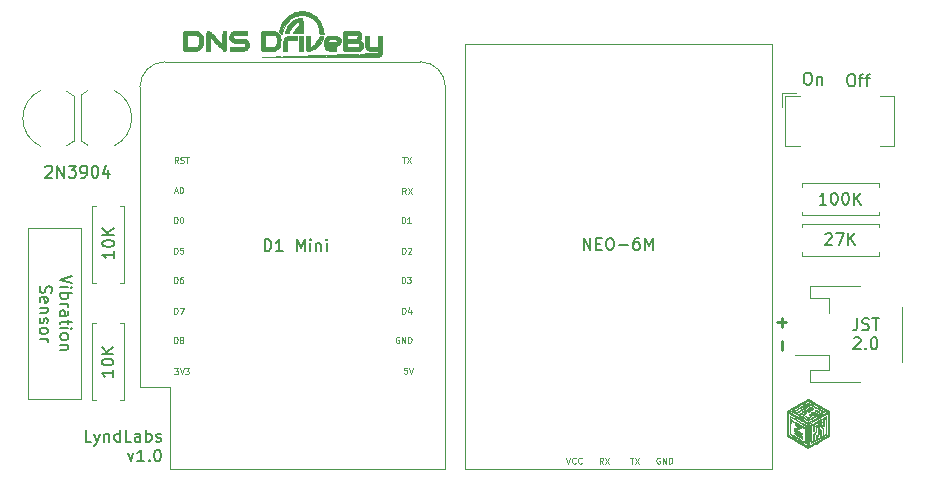
<source format=gto>
G04 #@! TF.GenerationSoftware,KiCad,Pcbnew,6.0.2+dfsg-1*
G04 #@! TF.CreationDate,2023-01-17T17:16:50-08:00*
G04 #@! TF.ProjectId,DNS-DriveBy,444e532d-4472-4697-9665-42792e6b6963,rev?*
G04 #@! TF.SameCoordinates,Original*
G04 #@! TF.FileFunction,Legend,Top*
G04 #@! TF.FilePolarity,Positive*
%FSLAX46Y46*%
G04 Gerber Fmt 4.6, Leading zero omitted, Abs format (unit mm)*
G04 Created by KiCad (PCBNEW 6.0.2+dfsg-1) date 2023-01-17 17:16:50*
%MOMM*%
%LPD*%
G01*
G04 APERTURE LIST*
%ADD10C,0.150000*%
%ADD11C,0.250000*%
%ADD12C,0.100000*%
%ADD13C,0.120000*%
%ADD14C,0.010000*%
G04 APERTURE END LIST*
D10*
X72310714Y-27552580D02*
X72310714Y-28266866D01*
X72263095Y-28409723D01*
X72167857Y-28504961D01*
X72025000Y-28552580D01*
X71929761Y-28552580D01*
X72739285Y-28504961D02*
X72882142Y-28552580D01*
X73120238Y-28552580D01*
X73215476Y-28504961D01*
X73263095Y-28457342D01*
X73310714Y-28362104D01*
X73310714Y-28266866D01*
X73263095Y-28171628D01*
X73215476Y-28124009D01*
X73120238Y-28076390D01*
X72929761Y-28028771D01*
X72834523Y-27981152D01*
X72786904Y-27933533D01*
X72739285Y-27838295D01*
X72739285Y-27743057D01*
X72786904Y-27647819D01*
X72834523Y-27600200D01*
X72929761Y-27552580D01*
X73167857Y-27552580D01*
X73310714Y-27600200D01*
X73596428Y-27552580D02*
X74167857Y-27552580D01*
X73882142Y-28552580D02*
X73882142Y-27552580D01*
X72025000Y-29257819D02*
X72072619Y-29210200D01*
X72167857Y-29162580D01*
X72405952Y-29162580D01*
X72501190Y-29210200D01*
X72548809Y-29257819D01*
X72596428Y-29353057D01*
X72596428Y-29448295D01*
X72548809Y-29591152D01*
X71977380Y-30162580D01*
X72596428Y-30162580D01*
X73025000Y-30067342D02*
X73072619Y-30114961D01*
X73025000Y-30162580D01*
X72977380Y-30114961D01*
X73025000Y-30067342D01*
X73025000Y-30162580D01*
X73691666Y-29162580D02*
X73786904Y-29162580D01*
X73882142Y-29210200D01*
X73929761Y-29257819D01*
X73977380Y-29353057D01*
X74025000Y-29543533D01*
X74025000Y-29781628D01*
X73977380Y-29972104D01*
X73929761Y-30067342D01*
X73882142Y-30114961D01*
X73786904Y-30162580D01*
X73691666Y-30162580D01*
X73596428Y-30114961D01*
X73548809Y-30067342D01*
X73501190Y-29972104D01*
X73453571Y-29781628D01*
X73453571Y-29543533D01*
X73501190Y-29353057D01*
X73548809Y-29257819D01*
X73596428Y-29210200D01*
X73691666Y-29162580D01*
X10560228Y-39003314D02*
X10798323Y-39669980D01*
X11036419Y-39003314D01*
X11941180Y-39669980D02*
X11369752Y-39669980D01*
X11655466Y-39669980D02*
X11655466Y-38669980D01*
X11560228Y-38812838D01*
X11464990Y-38908076D01*
X11369752Y-38955695D01*
X12369752Y-39574742D02*
X12417371Y-39622361D01*
X12369752Y-39669980D01*
X12322133Y-39622361D01*
X12369752Y-39574742D01*
X12369752Y-39669980D01*
X13036419Y-38669980D02*
X13131657Y-38669980D01*
X13226895Y-38717600D01*
X13274514Y-38765219D01*
X13322133Y-38860457D01*
X13369752Y-39050933D01*
X13369752Y-39289028D01*
X13322133Y-39479504D01*
X13274514Y-39574742D01*
X13226895Y-39622361D01*
X13131657Y-39669980D01*
X13036419Y-39669980D01*
X12941180Y-39622361D01*
X12893561Y-39574742D01*
X12845942Y-39479504D01*
X12798323Y-39289028D01*
X12798323Y-39050933D01*
X12845942Y-38860457D01*
X12893561Y-38765219D01*
X12941180Y-38717600D01*
X13036419Y-38669980D01*
D11*
X65532047Y-27884428D02*
X66293952Y-27884428D01*
X65913000Y-28265380D02*
X65913000Y-27503476D01*
D10*
X7469523Y-37993580D02*
X6993333Y-37993580D01*
X6993333Y-36993580D01*
X7707619Y-37326914D02*
X7945714Y-37993580D01*
X8183809Y-37326914D02*
X7945714Y-37993580D01*
X7850476Y-38231676D01*
X7802857Y-38279295D01*
X7707619Y-38326914D01*
X8564761Y-37326914D02*
X8564761Y-37993580D01*
X8564761Y-37422152D02*
X8612380Y-37374533D01*
X8707619Y-37326914D01*
X8850476Y-37326914D01*
X8945714Y-37374533D01*
X8993333Y-37469771D01*
X8993333Y-37993580D01*
X9898095Y-37993580D02*
X9898095Y-36993580D01*
X9898095Y-37945961D02*
X9802857Y-37993580D01*
X9612380Y-37993580D01*
X9517142Y-37945961D01*
X9469523Y-37898342D01*
X9421904Y-37803104D01*
X9421904Y-37517390D01*
X9469523Y-37422152D01*
X9517142Y-37374533D01*
X9612380Y-37326914D01*
X9802857Y-37326914D01*
X9898095Y-37374533D01*
X10850476Y-37993580D02*
X10374285Y-37993580D01*
X10374285Y-36993580D01*
X11612380Y-37993580D02*
X11612380Y-37469771D01*
X11564761Y-37374533D01*
X11469523Y-37326914D01*
X11279047Y-37326914D01*
X11183809Y-37374533D01*
X11612380Y-37945961D02*
X11517142Y-37993580D01*
X11279047Y-37993580D01*
X11183809Y-37945961D01*
X11136190Y-37850723D01*
X11136190Y-37755485D01*
X11183809Y-37660247D01*
X11279047Y-37612628D01*
X11517142Y-37612628D01*
X11612380Y-37565009D01*
X12088571Y-37993580D02*
X12088571Y-36993580D01*
X12088571Y-37374533D02*
X12183809Y-37326914D01*
X12374285Y-37326914D01*
X12469523Y-37374533D01*
X12517142Y-37422152D01*
X12564761Y-37517390D01*
X12564761Y-37803104D01*
X12517142Y-37898342D01*
X12469523Y-37945961D01*
X12374285Y-37993580D01*
X12183809Y-37993580D01*
X12088571Y-37945961D01*
X12945714Y-37945961D02*
X13040952Y-37993580D01*
X13231428Y-37993580D01*
X13326666Y-37945961D01*
X13374285Y-37850723D01*
X13374285Y-37803104D01*
X13326666Y-37707866D01*
X13231428Y-37660247D01*
X13088571Y-37660247D01*
X12993333Y-37612628D01*
X12945714Y-37517390D01*
X12945714Y-37469771D01*
X12993333Y-37374533D01*
X13088571Y-37326914D01*
X13231428Y-37326914D01*
X13326666Y-37374533D01*
D11*
X65933628Y-30276752D02*
X65933628Y-29514847D01*
D10*
X68032380Y-6767580D02*
X68222857Y-6767580D01*
X68318095Y-6815200D01*
X68413333Y-6910438D01*
X68460952Y-7100914D01*
X68460952Y-7434247D01*
X68413333Y-7624723D01*
X68318095Y-7719961D01*
X68222857Y-7767580D01*
X68032380Y-7767580D01*
X67937142Y-7719961D01*
X67841904Y-7624723D01*
X67794285Y-7434247D01*
X67794285Y-7100914D01*
X67841904Y-6910438D01*
X67937142Y-6815200D01*
X68032380Y-6767580D01*
X68889523Y-7100914D02*
X68889523Y-7767580D01*
X68889523Y-7196152D02*
X68937142Y-7148533D01*
X69032380Y-7100914D01*
X69175238Y-7100914D01*
X69270476Y-7148533D01*
X69318095Y-7243771D01*
X69318095Y-7767580D01*
X71723333Y-6894580D02*
X71913809Y-6894580D01*
X72009047Y-6942200D01*
X72104285Y-7037438D01*
X72151904Y-7227914D01*
X72151904Y-7561247D01*
X72104285Y-7751723D01*
X72009047Y-7846961D01*
X71913809Y-7894580D01*
X71723333Y-7894580D01*
X71628095Y-7846961D01*
X71532857Y-7751723D01*
X71485238Y-7561247D01*
X71485238Y-7227914D01*
X71532857Y-7037438D01*
X71628095Y-6942200D01*
X71723333Y-6894580D01*
X72437619Y-7227914D02*
X72818571Y-7227914D01*
X72580476Y-7894580D02*
X72580476Y-7037438D01*
X72628095Y-6942200D01*
X72723333Y-6894580D01*
X72818571Y-6894580D01*
X73009047Y-7227914D02*
X73390000Y-7227914D01*
X73151904Y-7894580D02*
X73151904Y-7037438D01*
X73199523Y-6942200D01*
X73294761Y-6894580D01*
X73390000Y-6894580D01*
X9393180Y-21899476D02*
X9393180Y-22470904D01*
X9393180Y-22185190D02*
X8393180Y-22185190D01*
X8536038Y-22280428D01*
X8631276Y-22375666D01*
X8678895Y-22470904D01*
X8393180Y-21280428D02*
X8393180Y-21185190D01*
X8440800Y-21089952D01*
X8488419Y-21042333D01*
X8583657Y-20994714D01*
X8774133Y-20947095D01*
X9012228Y-20947095D01*
X9202704Y-20994714D01*
X9297942Y-21042333D01*
X9345561Y-21089952D01*
X9393180Y-21185190D01*
X9393180Y-21280428D01*
X9345561Y-21375666D01*
X9297942Y-21423285D01*
X9202704Y-21470904D01*
X9012228Y-21518523D01*
X8774133Y-21518523D01*
X8583657Y-21470904D01*
X8488419Y-21423285D01*
X8440800Y-21375666D01*
X8393180Y-21280428D01*
X9393180Y-20518523D02*
X8393180Y-20518523D01*
X9393180Y-19947095D02*
X8821752Y-20375666D01*
X8393180Y-19947095D02*
X8964609Y-20518523D01*
X3584914Y-14736819D02*
X3632533Y-14689200D01*
X3727771Y-14641580D01*
X3965866Y-14641580D01*
X4061104Y-14689200D01*
X4108723Y-14736819D01*
X4156342Y-14832057D01*
X4156342Y-14927295D01*
X4108723Y-15070152D01*
X3537295Y-15641580D01*
X4156342Y-15641580D01*
X4584914Y-15641580D02*
X4584914Y-14641580D01*
X5156342Y-15641580D01*
X5156342Y-14641580D01*
X5537295Y-14641580D02*
X6156342Y-14641580D01*
X5823009Y-15022533D01*
X5965866Y-15022533D01*
X6061104Y-15070152D01*
X6108723Y-15117771D01*
X6156342Y-15213009D01*
X6156342Y-15451104D01*
X6108723Y-15546342D01*
X6061104Y-15593961D01*
X5965866Y-15641580D01*
X5680152Y-15641580D01*
X5584914Y-15593961D01*
X5537295Y-15546342D01*
X6632533Y-15641580D02*
X6823009Y-15641580D01*
X6918247Y-15593961D01*
X6965866Y-15546342D01*
X7061104Y-15403485D01*
X7108723Y-15213009D01*
X7108723Y-14832057D01*
X7061104Y-14736819D01*
X7013485Y-14689200D01*
X6918247Y-14641580D01*
X6727771Y-14641580D01*
X6632533Y-14689200D01*
X6584914Y-14736819D01*
X6537295Y-14832057D01*
X6537295Y-15070152D01*
X6584914Y-15165390D01*
X6632533Y-15213009D01*
X6727771Y-15260628D01*
X6918247Y-15260628D01*
X7013485Y-15213009D01*
X7061104Y-15165390D01*
X7108723Y-15070152D01*
X7727771Y-14641580D02*
X7823009Y-14641580D01*
X7918247Y-14689200D01*
X7965866Y-14736819D01*
X8013485Y-14832057D01*
X8061104Y-15022533D01*
X8061104Y-15260628D01*
X8013485Y-15451104D01*
X7965866Y-15546342D01*
X7918247Y-15593961D01*
X7823009Y-15641580D01*
X7727771Y-15641580D01*
X7632533Y-15593961D01*
X7584914Y-15546342D01*
X7537295Y-15451104D01*
X7489676Y-15260628D01*
X7489676Y-15022533D01*
X7537295Y-14832057D01*
X7584914Y-14736819D01*
X7632533Y-14689200D01*
X7727771Y-14641580D01*
X8918247Y-14974914D02*
X8918247Y-15641580D01*
X8680152Y-14593961D02*
X8442057Y-15308247D01*
X9061104Y-15308247D01*
X69604095Y-20451819D02*
X69651714Y-20404200D01*
X69746952Y-20356580D01*
X69985047Y-20356580D01*
X70080285Y-20404200D01*
X70127904Y-20451819D01*
X70175523Y-20547057D01*
X70175523Y-20642295D01*
X70127904Y-20785152D01*
X69556476Y-21356580D01*
X70175523Y-21356580D01*
X70508857Y-20356580D02*
X71175523Y-20356580D01*
X70746952Y-21356580D01*
X71556476Y-21356580D02*
X71556476Y-20356580D01*
X72127904Y-21356580D02*
X71699333Y-20785152D01*
X72127904Y-20356580D02*
X71556476Y-20928009D01*
X49141428Y-21753580D02*
X49141428Y-20753580D01*
X49712857Y-21753580D01*
X49712857Y-20753580D01*
X50189047Y-21229771D02*
X50522380Y-21229771D01*
X50665238Y-21753580D02*
X50189047Y-21753580D01*
X50189047Y-20753580D01*
X50665238Y-20753580D01*
X51284285Y-20753580D02*
X51474761Y-20753580D01*
X51570000Y-20801200D01*
X51665238Y-20896438D01*
X51712857Y-21086914D01*
X51712857Y-21420247D01*
X51665238Y-21610723D01*
X51570000Y-21705961D01*
X51474761Y-21753580D01*
X51284285Y-21753580D01*
X51189047Y-21705961D01*
X51093809Y-21610723D01*
X51046190Y-21420247D01*
X51046190Y-21086914D01*
X51093809Y-20896438D01*
X51189047Y-20801200D01*
X51284285Y-20753580D01*
X52141428Y-21372628D02*
X52903333Y-21372628D01*
X53808095Y-20753580D02*
X53617619Y-20753580D01*
X53522380Y-20801200D01*
X53474761Y-20848819D01*
X53379523Y-20991676D01*
X53331904Y-21182152D01*
X53331904Y-21563104D01*
X53379523Y-21658342D01*
X53427142Y-21705961D01*
X53522380Y-21753580D01*
X53712857Y-21753580D01*
X53808095Y-21705961D01*
X53855714Y-21658342D01*
X53903333Y-21563104D01*
X53903333Y-21325009D01*
X53855714Y-21229771D01*
X53808095Y-21182152D01*
X53712857Y-21134533D01*
X53522380Y-21134533D01*
X53427142Y-21182152D01*
X53379523Y-21229771D01*
X53331904Y-21325009D01*
X54331904Y-21753580D02*
X54331904Y-20753580D01*
X54665238Y-21467866D01*
X54998571Y-20753580D01*
X54998571Y-21753580D01*
D12*
X47694933Y-39350190D02*
X47861600Y-39850190D01*
X48028266Y-39350190D01*
X48480647Y-39802571D02*
X48456838Y-39826380D01*
X48385409Y-39850190D01*
X48337790Y-39850190D01*
X48266361Y-39826380D01*
X48218742Y-39778761D01*
X48194933Y-39731142D01*
X48171123Y-39635904D01*
X48171123Y-39564476D01*
X48194933Y-39469238D01*
X48218742Y-39421619D01*
X48266361Y-39374000D01*
X48337790Y-39350190D01*
X48385409Y-39350190D01*
X48456838Y-39374000D01*
X48480647Y-39397809D01*
X48980647Y-39802571D02*
X48956838Y-39826380D01*
X48885409Y-39850190D01*
X48837790Y-39850190D01*
X48766361Y-39826380D01*
X48718742Y-39778761D01*
X48694933Y-39731142D01*
X48671123Y-39635904D01*
X48671123Y-39564476D01*
X48694933Y-39469238D01*
X48718742Y-39421619D01*
X48766361Y-39374000D01*
X48837790Y-39350190D01*
X48885409Y-39350190D01*
X48956838Y-39374000D01*
X48980647Y-39397809D01*
X53060647Y-39350190D02*
X53346361Y-39350190D01*
X53203504Y-39850190D02*
X53203504Y-39350190D01*
X53465409Y-39350190D02*
X53798742Y-39850190D01*
X53798742Y-39350190D02*
X53465409Y-39850190D01*
X55600647Y-39374000D02*
X55553028Y-39350190D01*
X55481600Y-39350190D01*
X55410171Y-39374000D01*
X55362552Y-39421619D01*
X55338742Y-39469238D01*
X55314933Y-39564476D01*
X55314933Y-39635904D01*
X55338742Y-39731142D01*
X55362552Y-39778761D01*
X55410171Y-39826380D01*
X55481600Y-39850190D01*
X55529219Y-39850190D01*
X55600647Y-39826380D01*
X55624457Y-39802571D01*
X55624457Y-39635904D01*
X55529219Y-39635904D01*
X55838742Y-39850190D02*
X55838742Y-39350190D01*
X56124457Y-39850190D01*
X56124457Y-39350190D01*
X56362552Y-39850190D02*
X56362552Y-39350190D01*
X56481600Y-39350190D01*
X56553028Y-39374000D01*
X56600647Y-39421619D01*
X56624457Y-39469238D01*
X56648266Y-39564476D01*
X56648266Y-39635904D01*
X56624457Y-39731142D01*
X56600647Y-39778761D01*
X56553028Y-39826380D01*
X56481600Y-39850190D01*
X56362552Y-39850190D01*
X50818266Y-39850190D02*
X50651600Y-39612095D01*
X50532552Y-39850190D02*
X50532552Y-39350190D01*
X50723028Y-39350190D01*
X50770647Y-39374000D01*
X50794457Y-39397809D01*
X50818266Y-39445428D01*
X50818266Y-39516857D01*
X50794457Y-39564476D01*
X50770647Y-39588285D01*
X50723028Y-39612095D01*
X50532552Y-39612095D01*
X50984933Y-39350190D02*
X51318266Y-39850190D01*
X51318266Y-39350190D02*
X50984933Y-39850190D01*
D10*
X22145952Y-21864580D02*
X22145952Y-20864580D01*
X22384047Y-20864580D01*
X22526904Y-20912200D01*
X22622142Y-21007438D01*
X22669761Y-21102676D01*
X22717380Y-21293152D01*
X22717380Y-21436009D01*
X22669761Y-21626485D01*
X22622142Y-21721723D01*
X22526904Y-21816961D01*
X22384047Y-21864580D01*
X22145952Y-21864580D01*
X23669761Y-21864580D02*
X23098333Y-21864580D01*
X23384047Y-21864580D02*
X23384047Y-20864580D01*
X23288809Y-21007438D01*
X23193571Y-21102676D01*
X23098333Y-21150295D01*
X24860238Y-21864580D02*
X24860238Y-20864580D01*
X25193571Y-21578866D01*
X25526904Y-20864580D01*
X25526904Y-21864580D01*
X26003095Y-21864580D02*
X26003095Y-21197914D01*
X26003095Y-20864580D02*
X25955476Y-20912200D01*
X26003095Y-20959819D01*
X26050714Y-20912200D01*
X26003095Y-20864580D01*
X26003095Y-20959819D01*
X26479285Y-21197914D02*
X26479285Y-21864580D01*
X26479285Y-21293152D02*
X26526904Y-21245533D01*
X26622142Y-21197914D01*
X26765000Y-21197914D01*
X26860238Y-21245533D01*
X26907857Y-21340771D01*
X26907857Y-21864580D01*
X27384047Y-21864580D02*
X27384047Y-21197914D01*
X27384047Y-20864580D02*
X27336428Y-20912200D01*
X27384047Y-20959819D01*
X27431666Y-20912200D01*
X27384047Y-20864580D01*
X27384047Y-20959819D01*
D12*
X14489952Y-22070190D02*
X14489952Y-21570190D01*
X14609000Y-21570190D01*
X14680428Y-21594000D01*
X14728047Y-21641619D01*
X14751857Y-21689238D01*
X14775666Y-21784476D01*
X14775666Y-21855904D01*
X14751857Y-21951142D01*
X14728047Y-21998761D01*
X14680428Y-22046380D01*
X14609000Y-22070190D01*
X14489952Y-22070190D01*
X15228047Y-21570190D02*
X14989952Y-21570190D01*
X14966142Y-21808285D01*
X14989952Y-21784476D01*
X15037571Y-21760666D01*
X15156619Y-21760666D01*
X15204238Y-21784476D01*
X15228047Y-21808285D01*
X15251857Y-21855904D01*
X15251857Y-21974952D01*
X15228047Y-22022571D01*
X15204238Y-22046380D01*
X15156619Y-22070190D01*
X15037571Y-22070190D01*
X14989952Y-22046380D01*
X14966142Y-22022571D01*
X34194761Y-31730190D02*
X33956666Y-31730190D01*
X33932857Y-31968285D01*
X33956666Y-31944476D01*
X34004285Y-31920666D01*
X34123333Y-31920666D01*
X34170952Y-31944476D01*
X34194761Y-31968285D01*
X34218571Y-32015904D01*
X34218571Y-32134952D01*
X34194761Y-32182571D01*
X34170952Y-32206380D01*
X34123333Y-32230190D01*
X34004285Y-32230190D01*
X33956666Y-32206380D01*
X33932857Y-32182571D01*
X34361428Y-31730190D02*
X34528095Y-32230190D01*
X34694761Y-31730190D01*
X14511238Y-16796533D02*
X14749333Y-16796533D01*
X14463619Y-16939390D02*
X14630285Y-16439390D01*
X14796952Y-16939390D01*
X15058857Y-16439390D02*
X15106476Y-16439390D01*
X15154095Y-16463200D01*
X15177904Y-16487009D01*
X15201714Y-16534628D01*
X15225523Y-16629866D01*
X15225523Y-16748914D01*
X15201714Y-16844152D01*
X15177904Y-16891771D01*
X15154095Y-16915580D01*
X15106476Y-16939390D01*
X15058857Y-16939390D01*
X15011238Y-16915580D01*
X14987428Y-16891771D01*
X14963619Y-16844152D01*
X14939809Y-16748914D01*
X14939809Y-16629866D01*
X14963619Y-16534628D01*
X14987428Y-16487009D01*
X15011238Y-16463200D01*
X15058857Y-16439390D01*
X14489952Y-27150190D02*
X14489952Y-26650190D01*
X14609000Y-26650190D01*
X14680428Y-26674000D01*
X14728047Y-26721619D01*
X14751857Y-26769238D01*
X14775666Y-26864476D01*
X14775666Y-26935904D01*
X14751857Y-27031142D01*
X14728047Y-27078761D01*
X14680428Y-27126380D01*
X14609000Y-27150190D01*
X14489952Y-27150190D01*
X14942333Y-26650190D02*
X15275666Y-26650190D01*
X15061380Y-27150190D01*
X33793952Y-27150190D02*
X33793952Y-26650190D01*
X33913000Y-26650190D01*
X33984428Y-26674000D01*
X34032047Y-26721619D01*
X34055857Y-26769238D01*
X34079666Y-26864476D01*
X34079666Y-26935904D01*
X34055857Y-27031142D01*
X34032047Y-27078761D01*
X33984428Y-27126380D01*
X33913000Y-27150190D01*
X33793952Y-27150190D01*
X34508238Y-26816857D02*
X34508238Y-27150190D01*
X34389190Y-26626380D02*
X34270142Y-26983523D01*
X34579666Y-26983523D01*
X14489952Y-24559390D02*
X14489952Y-24059390D01*
X14609000Y-24059390D01*
X14680428Y-24083200D01*
X14728047Y-24130819D01*
X14751857Y-24178438D01*
X14775666Y-24273676D01*
X14775666Y-24345104D01*
X14751857Y-24440342D01*
X14728047Y-24487961D01*
X14680428Y-24535580D01*
X14609000Y-24559390D01*
X14489952Y-24559390D01*
X15204238Y-24059390D02*
X15109000Y-24059390D01*
X15061380Y-24083200D01*
X15037571Y-24107009D01*
X14989952Y-24178438D01*
X14966142Y-24273676D01*
X14966142Y-24464152D01*
X14989952Y-24511771D01*
X15013761Y-24535580D01*
X15061380Y-24559390D01*
X15156619Y-24559390D01*
X15204238Y-24535580D01*
X15228047Y-24511771D01*
X15251857Y-24464152D01*
X15251857Y-24345104D01*
X15228047Y-24297485D01*
X15204238Y-24273676D01*
X15156619Y-24249866D01*
X15061380Y-24249866D01*
X15013761Y-24273676D01*
X14989952Y-24297485D01*
X14966142Y-24345104D01*
X33528047Y-29163200D02*
X33480428Y-29139390D01*
X33409000Y-29139390D01*
X33337571Y-29163200D01*
X33289952Y-29210819D01*
X33266142Y-29258438D01*
X33242333Y-29353676D01*
X33242333Y-29425104D01*
X33266142Y-29520342D01*
X33289952Y-29567961D01*
X33337571Y-29615580D01*
X33409000Y-29639390D01*
X33456619Y-29639390D01*
X33528047Y-29615580D01*
X33551857Y-29591771D01*
X33551857Y-29425104D01*
X33456619Y-29425104D01*
X33766142Y-29639390D02*
X33766142Y-29139390D01*
X34051857Y-29639390D01*
X34051857Y-29139390D01*
X34289952Y-29639390D02*
X34289952Y-29139390D01*
X34409000Y-29139390D01*
X34480428Y-29163200D01*
X34528047Y-29210819D01*
X34551857Y-29258438D01*
X34575666Y-29353676D01*
X34575666Y-29425104D01*
X34551857Y-29520342D01*
X34528047Y-29567961D01*
X34480428Y-29615580D01*
X34409000Y-29639390D01*
X34289952Y-29639390D01*
X14489952Y-19479390D02*
X14489952Y-18979390D01*
X14609000Y-18979390D01*
X14680428Y-19003200D01*
X14728047Y-19050819D01*
X14751857Y-19098438D01*
X14775666Y-19193676D01*
X14775666Y-19265104D01*
X14751857Y-19360342D01*
X14728047Y-19407961D01*
X14680428Y-19455580D01*
X14609000Y-19479390D01*
X14489952Y-19479390D01*
X15085190Y-18979390D02*
X15132809Y-18979390D01*
X15180428Y-19003200D01*
X15204238Y-19027009D01*
X15228047Y-19074628D01*
X15251857Y-19169866D01*
X15251857Y-19288914D01*
X15228047Y-19384152D01*
X15204238Y-19431771D01*
X15180428Y-19455580D01*
X15132809Y-19479390D01*
X15085190Y-19479390D01*
X15037571Y-19455580D01*
X15013761Y-19431771D01*
X14989952Y-19384152D01*
X14966142Y-19288914D01*
X14966142Y-19169866D01*
X14989952Y-19074628D01*
X15013761Y-19027009D01*
X15037571Y-19003200D01*
X15085190Y-18979390D01*
X14820761Y-14399390D02*
X14654095Y-14161295D01*
X14535047Y-14399390D02*
X14535047Y-13899390D01*
X14725523Y-13899390D01*
X14773142Y-13923200D01*
X14796952Y-13947009D01*
X14820761Y-13994628D01*
X14820761Y-14066057D01*
X14796952Y-14113676D01*
X14773142Y-14137485D01*
X14725523Y-14161295D01*
X14535047Y-14161295D01*
X15011238Y-14375580D02*
X15082666Y-14399390D01*
X15201714Y-14399390D01*
X15249333Y-14375580D01*
X15273142Y-14351771D01*
X15296952Y-14304152D01*
X15296952Y-14256533D01*
X15273142Y-14208914D01*
X15249333Y-14185104D01*
X15201714Y-14161295D01*
X15106476Y-14137485D01*
X15058857Y-14113676D01*
X15035047Y-14089866D01*
X15011238Y-14042247D01*
X15011238Y-13994628D01*
X15035047Y-13947009D01*
X15058857Y-13923200D01*
X15106476Y-13899390D01*
X15225523Y-13899390D01*
X15296952Y-13923200D01*
X15439809Y-13899390D02*
X15725523Y-13899390D01*
X15582666Y-14399390D02*
X15582666Y-13899390D01*
X33793952Y-22070190D02*
X33793952Y-21570190D01*
X33913000Y-21570190D01*
X33984428Y-21594000D01*
X34032047Y-21641619D01*
X34055857Y-21689238D01*
X34079666Y-21784476D01*
X34079666Y-21855904D01*
X34055857Y-21951142D01*
X34032047Y-21998761D01*
X33984428Y-22046380D01*
X33913000Y-22070190D01*
X33793952Y-22070190D01*
X34270142Y-21617809D02*
X34293952Y-21594000D01*
X34341571Y-21570190D01*
X34460619Y-21570190D01*
X34508238Y-21594000D01*
X34532047Y-21617809D01*
X34555857Y-21665428D01*
X34555857Y-21713047D01*
X34532047Y-21784476D01*
X34246333Y-22070190D01*
X34555857Y-22070190D01*
X33796476Y-13899390D02*
X34082190Y-13899390D01*
X33939333Y-14399390D02*
X33939333Y-13899390D01*
X34201238Y-13899390D02*
X34534571Y-14399390D01*
X34534571Y-13899390D02*
X34201238Y-14399390D01*
X34079666Y-16990190D02*
X33913000Y-16752095D01*
X33793952Y-16990190D02*
X33793952Y-16490190D01*
X33984428Y-16490190D01*
X34032047Y-16514000D01*
X34055857Y-16537809D01*
X34079666Y-16585428D01*
X34079666Y-16656857D01*
X34055857Y-16704476D01*
X34032047Y-16728285D01*
X33984428Y-16752095D01*
X33793952Y-16752095D01*
X34246333Y-16490190D02*
X34579666Y-16990190D01*
X34579666Y-16490190D02*
X34246333Y-16990190D01*
X33748857Y-24559390D02*
X33748857Y-24059390D01*
X33867904Y-24059390D01*
X33939333Y-24083200D01*
X33986952Y-24130819D01*
X34010761Y-24178438D01*
X34034571Y-24273676D01*
X34034571Y-24345104D01*
X34010761Y-24440342D01*
X33986952Y-24487961D01*
X33939333Y-24535580D01*
X33867904Y-24559390D01*
X33748857Y-24559390D01*
X34201238Y-24059390D02*
X34510761Y-24059390D01*
X34344095Y-24249866D01*
X34415523Y-24249866D01*
X34463142Y-24273676D01*
X34486952Y-24297485D01*
X34510761Y-24345104D01*
X34510761Y-24464152D01*
X34486952Y-24511771D01*
X34463142Y-24535580D01*
X34415523Y-24559390D01*
X34272666Y-24559390D01*
X34225047Y-24535580D01*
X34201238Y-24511771D01*
X14493952Y-31806390D02*
X14803476Y-31806390D01*
X14636809Y-31996866D01*
X14708238Y-31996866D01*
X14755857Y-32020676D01*
X14779666Y-32044485D01*
X14803476Y-32092104D01*
X14803476Y-32211152D01*
X14779666Y-32258771D01*
X14755857Y-32282580D01*
X14708238Y-32306390D01*
X14565380Y-32306390D01*
X14517761Y-32282580D01*
X14493952Y-32258771D01*
X14946333Y-31806390D02*
X15113000Y-32306390D01*
X15279666Y-31806390D01*
X15398714Y-31806390D02*
X15708238Y-31806390D01*
X15541571Y-31996866D01*
X15613000Y-31996866D01*
X15660619Y-32020676D01*
X15684428Y-32044485D01*
X15708238Y-32092104D01*
X15708238Y-32211152D01*
X15684428Y-32258771D01*
X15660619Y-32282580D01*
X15613000Y-32306390D01*
X15470142Y-32306390D01*
X15422523Y-32282580D01*
X15398714Y-32258771D01*
X33748857Y-19479390D02*
X33748857Y-18979390D01*
X33867904Y-18979390D01*
X33939333Y-19003200D01*
X33986952Y-19050819D01*
X34010761Y-19098438D01*
X34034571Y-19193676D01*
X34034571Y-19265104D01*
X34010761Y-19360342D01*
X33986952Y-19407961D01*
X33939333Y-19455580D01*
X33867904Y-19479390D01*
X33748857Y-19479390D01*
X34510761Y-19479390D02*
X34225047Y-19479390D01*
X34367904Y-19479390D02*
X34367904Y-18979390D01*
X34320285Y-19050819D01*
X34272666Y-19098438D01*
X34225047Y-19122247D01*
X14489952Y-29639390D02*
X14489952Y-29139390D01*
X14609000Y-29139390D01*
X14680428Y-29163200D01*
X14728047Y-29210819D01*
X14751857Y-29258438D01*
X14775666Y-29353676D01*
X14775666Y-29425104D01*
X14751857Y-29520342D01*
X14728047Y-29567961D01*
X14680428Y-29615580D01*
X14609000Y-29639390D01*
X14489952Y-29639390D01*
X15061380Y-29353676D02*
X15013761Y-29329866D01*
X14989952Y-29306057D01*
X14966142Y-29258438D01*
X14966142Y-29234628D01*
X14989952Y-29187009D01*
X15013761Y-29163200D01*
X15061380Y-29139390D01*
X15156619Y-29139390D01*
X15204238Y-29163200D01*
X15228047Y-29187009D01*
X15251857Y-29234628D01*
X15251857Y-29258438D01*
X15228047Y-29306057D01*
X15204238Y-29329866D01*
X15156619Y-29353676D01*
X15061380Y-29353676D01*
X15013761Y-29377485D01*
X14989952Y-29401295D01*
X14966142Y-29448914D01*
X14966142Y-29544152D01*
X14989952Y-29591771D01*
X15013761Y-29615580D01*
X15061380Y-29639390D01*
X15156619Y-29639390D01*
X15204238Y-29615580D01*
X15228047Y-29591771D01*
X15251857Y-29544152D01*
X15251857Y-29448914D01*
X15228047Y-29401295D01*
X15204238Y-29377485D01*
X15156619Y-29353676D01*
D10*
X69699333Y-17927580D02*
X69127904Y-17927580D01*
X69413619Y-17927580D02*
X69413619Y-16927580D01*
X69318380Y-17070438D01*
X69223142Y-17165676D01*
X69127904Y-17213295D01*
X70318380Y-16927580D02*
X70413619Y-16927580D01*
X70508857Y-16975200D01*
X70556476Y-17022819D01*
X70604095Y-17118057D01*
X70651714Y-17308533D01*
X70651714Y-17546628D01*
X70604095Y-17737104D01*
X70556476Y-17832342D01*
X70508857Y-17879961D01*
X70413619Y-17927580D01*
X70318380Y-17927580D01*
X70223142Y-17879961D01*
X70175523Y-17832342D01*
X70127904Y-17737104D01*
X70080285Y-17546628D01*
X70080285Y-17308533D01*
X70127904Y-17118057D01*
X70175523Y-17022819D01*
X70223142Y-16975200D01*
X70318380Y-16927580D01*
X71270761Y-16927580D02*
X71366000Y-16927580D01*
X71461238Y-16975200D01*
X71508857Y-17022819D01*
X71556476Y-17118057D01*
X71604095Y-17308533D01*
X71604095Y-17546628D01*
X71556476Y-17737104D01*
X71508857Y-17832342D01*
X71461238Y-17879961D01*
X71366000Y-17927580D01*
X71270761Y-17927580D01*
X71175523Y-17879961D01*
X71127904Y-17832342D01*
X71080285Y-17737104D01*
X71032666Y-17546628D01*
X71032666Y-17308533D01*
X71080285Y-17118057D01*
X71127904Y-17022819D01*
X71175523Y-16975200D01*
X71270761Y-16927580D01*
X72032666Y-17927580D02*
X72032666Y-16927580D01*
X72604095Y-17927580D02*
X72175523Y-17356152D01*
X72604095Y-16927580D02*
X72032666Y-17499009D01*
X9342380Y-31932476D02*
X9342380Y-32503904D01*
X9342380Y-32218190D02*
X8342380Y-32218190D01*
X8485238Y-32313428D01*
X8580476Y-32408666D01*
X8628095Y-32503904D01*
X8342380Y-31313428D02*
X8342380Y-31218190D01*
X8390000Y-31122952D01*
X8437619Y-31075333D01*
X8532857Y-31027714D01*
X8723333Y-30980095D01*
X8961428Y-30980095D01*
X9151904Y-31027714D01*
X9247142Y-31075333D01*
X9294761Y-31122952D01*
X9342380Y-31218190D01*
X9342380Y-31313428D01*
X9294761Y-31408666D01*
X9247142Y-31456285D01*
X9151904Y-31503904D01*
X8961428Y-31551523D01*
X8723333Y-31551523D01*
X8532857Y-31503904D01*
X8437619Y-31456285D01*
X8390000Y-31408666D01*
X8342380Y-31313428D01*
X9342380Y-30551523D02*
X8342380Y-30551523D01*
X9342380Y-29980095D02*
X8770952Y-30408666D01*
X8342380Y-29980095D02*
X8913809Y-30551523D01*
X5830819Y-23938314D02*
X4830819Y-24271647D01*
X5830819Y-24604980D01*
X4830819Y-24938314D02*
X5497485Y-24938314D01*
X5830819Y-24938314D02*
X5783200Y-24890695D01*
X5735580Y-24938314D01*
X5783200Y-24985933D01*
X5830819Y-24938314D01*
X5735580Y-24938314D01*
X4830819Y-25414504D02*
X5830819Y-25414504D01*
X5449866Y-25414504D02*
X5497485Y-25509742D01*
X5497485Y-25700219D01*
X5449866Y-25795457D01*
X5402247Y-25843076D01*
X5307009Y-25890695D01*
X5021295Y-25890695D01*
X4926057Y-25843076D01*
X4878438Y-25795457D01*
X4830819Y-25700219D01*
X4830819Y-25509742D01*
X4878438Y-25414504D01*
X4830819Y-26319266D02*
X5497485Y-26319266D01*
X5307009Y-26319266D02*
X5402247Y-26366885D01*
X5449866Y-26414504D01*
X5497485Y-26509742D01*
X5497485Y-26604980D01*
X4830819Y-27366885D02*
X5354628Y-27366885D01*
X5449866Y-27319266D01*
X5497485Y-27224028D01*
X5497485Y-27033552D01*
X5449866Y-26938314D01*
X4878438Y-27366885D02*
X4830819Y-27271647D01*
X4830819Y-27033552D01*
X4878438Y-26938314D01*
X4973676Y-26890695D01*
X5068914Y-26890695D01*
X5164152Y-26938314D01*
X5211771Y-27033552D01*
X5211771Y-27271647D01*
X5259390Y-27366885D01*
X5497485Y-27700219D02*
X5497485Y-28081171D01*
X5830819Y-27843076D02*
X4973676Y-27843076D01*
X4878438Y-27890695D01*
X4830819Y-27985933D01*
X4830819Y-28081171D01*
X4830819Y-28414504D02*
X5497485Y-28414504D01*
X5830819Y-28414504D02*
X5783200Y-28366885D01*
X5735580Y-28414504D01*
X5783200Y-28462123D01*
X5830819Y-28414504D01*
X5735580Y-28414504D01*
X4830819Y-29033552D02*
X4878438Y-28938314D01*
X4926057Y-28890695D01*
X5021295Y-28843076D01*
X5307009Y-28843076D01*
X5402247Y-28890695D01*
X5449866Y-28938314D01*
X5497485Y-29033552D01*
X5497485Y-29176409D01*
X5449866Y-29271647D01*
X5402247Y-29319266D01*
X5307009Y-29366885D01*
X5021295Y-29366885D01*
X4926057Y-29319266D01*
X4878438Y-29271647D01*
X4830819Y-29176409D01*
X4830819Y-29033552D01*
X5497485Y-29795457D02*
X4830819Y-29795457D01*
X5402247Y-29795457D02*
X5449866Y-29843076D01*
X5497485Y-29938314D01*
X5497485Y-30081171D01*
X5449866Y-30176409D01*
X5354628Y-30224028D01*
X4830819Y-30224028D01*
X3151238Y-24819266D02*
X3103619Y-24962123D01*
X3103619Y-25200219D01*
X3151238Y-25295457D01*
X3198857Y-25343076D01*
X3294095Y-25390695D01*
X3389333Y-25390695D01*
X3484571Y-25343076D01*
X3532190Y-25295457D01*
X3579809Y-25200219D01*
X3627428Y-25009742D01*
X3675047Y-24914504D01*
X3722666Y-24866885D01*
X3817904Y-24819266D01*
X3913142Y-24819266D01*
X4008380Y-24866885D01*
X4056000Y-24914504D01*
X4103619Y-25009742D01*
X4103619Y-25247838D01*
X4056000Y-25390695D01*
X3151238Y-26200219D02*
X3103619Y-26104980D01*
X3103619Y-25914504D01*
X3151238Y-25819266D01*
X3246476Y-25771647D01*
X3627428Y-25771647D01*
X3722666Y-25819266D01*
X3770285Y-25914504D01*
X3770285Y-26104980D01*
X3722666Y-26200219D01*
X3627428Y-26247838D01*
X3532190Y-26247838D01*
X3436952Y-25771647D01*
X3770285Y-26676409D02*
X3103619Y-26676409D01*
X3675047Y-26676409D02*
X3722666Y-26724028D01*
X3770285Y-26819266D01*
X3770285Y-26962123D01*
X3722666Y-27057361D01*
X3627428Y-27104980D01*
X3103619Y-27104980D01*
X3151238Y-27533552D02*
X3103619Y-27628790D01*
X3103619Y-27819266D01*
X3151238Y-27914504D01*
X3246476Y-27962123D01*
X3294095Y-27962123D01*
X3389333Y-27914504D01*
X3436952Y-27819266D01*
X3436952Y-27676409D01*
X3484571Y-27581171D01*
X3579809Y-27533552D01*
X3627428Y-27533552D01*
X3722666Y-27581171D01*
X3770285Y-27676409D01*
X3770285Y-27819266D01*
X3722666Y-27914504D01*
X3103619Y-28533552D02*
X3151238Y-28438314D01*
X3198857Y-28390695D01*
X3294095Y-28343076D01*
X3579809Y-28343076D01*
X3675047Y-28390695D01*
X3722666Y-28438314D01*
X3770285Y-28533552D01*
X3770285Y-28676409D01*
X3722666Y-28771647D01*
X3675047Y-28819266D01*
X3579809Y-28866885D01*
X3294095Y-28866885D01*
X3198857Y-28819266D01*
X3151238Y-28771647D01*
X3103619Y-28676409D01*
X3103619Y-28533552D01*
X3103619Y-29295457D02*
X3770285Y-29295457D01*
X3579809Y-29295457D02*
X3675047Y-29343076D01*
X3722666Y-29390695D01*
X3770285Y-29485933D01*
X3770285Y-29581171D01*
D13*
X7520000Y-24606000D02*
X7520000Y-18066000D01*
X10260000Y-24606000D02*
X10260000Y-18066000D01*
X7520000Y-18066000D02*
X7850000Y-18066000D01*
X10260000Y-18066000D02*
X9930000Y-18066000D01*
X7850000Y-24606000D02*
X7520000Y-24606000D01*
X9930000Y-24606000D02*
X10260000Y-24606000D01*
X5960000Y-12567200D02*
X5960000Y-8717200D01*
X5960000Y-8717200D02*
G75*
G03*
X5372264Y-8324817I-1699985J-1909979D01*
G01*
X3161193Y-8270800D02*
G75*
G03*
X1660000Y-10627200I1098804J-2356399D01*
G01*
X1660000Y-10627200D02*
G75*
G03*
X3161193Y-12983600I2600002J2D01*
G01*
X5382045Y-12949831D02*
G75*
G03*
X5960000Y-12567200I-1122056J2322647D01*
G01*
X74136000Y-19864200D02*
X74136000Y-19534200D01*
X67596000Y-19534200D02*
X67596000Y-19864200D01*
X74136000Y-22274200D02*
X67596000Y-22274200D01*
X74136000Y-19534200D02*
X67596000Y-19534200D01*
X67596000Y-22274200D02*
X67596000Y-21944200D01*
X74136000Y-21944200D02*
X74136000Y-22274200D01*
X72568000Y-32965200D02*
X68318000Y-32965200D01*
X76138000Y-31245200D02*
X76138000Y-26565200D01*
X68318000Y-31945200D02*
X69918000Y-31945200D01*
X68318000Y-25865200D02*
X69918000Y-25865200D01*
X72568000Y-24845200D02*
X68318000Y-24845200D01*
X68318000Y-24845200D02*
X68318000Y-25865200D01*
X69918000Y-25865200D02*
X69918000Y-27145200D01*
X69918000Y-31945200D02*
X69918000Y-30665200D01*
X69918000Y-30665200D02*
X67028000Y-30665200D01*
X68318000Y-32965200D02*
X68318000Y-31945200D01*
X65070000Y-40301200D02*
X39070000Y-40301200D01*
X39070000Y-40301200D02*
X39070000Y-4301200D01*
X39070000Y-4301200D02*
X65070000Y-4301200D01*
X65070000Y-4301200D02*
X65070000Y-40301200D01*
X11581000Y-33393200D02*
X14121000Y-33393200D01*
X37441000Y-40293200D02*
X37441000Y-7963200D01*
X14121000Y-33393200D02*
X14121000Y-40293200D01*
X35321000Y-5833200D02*
X13711000Y-5833200D01*
X14121000Y-40293200D02*
X37441000Y-40293200D01*
X11581000Y-33393200D02*
X11581000Y-7963200D01*
X13711000Y-5833200D02*
G75*
G03*
X11581000Y-7963200I2J-2130002D01*
G01*
X37441000Y-7963200D02*
G75*
G03*
X35311000Y-5833200I-2130002J-2D01*
G01*
X74231500Y-8771200D02*
X75431500Y-8771200D01*
X65931500Y-8471200D02*
X65931500Y-9671200D01*
X66231500Y-8771200D02*
X66231500Y-12971200D01*
X75431500Y-12971200D02*
X74231500Y-12971200D01*
X67131500Y-8471200D02*
X65931500Y-8471200D01*
X75431500Y-8771200D02*
X75431500Y-12971200D01*
X66231500Y-12971200D02*
X67431500Y-12971200D01*
X67431500Y-8771200D02*
X66231500Y-8771200D01*
X67596000Y-18845200D02*
X74136000Y-18845200D01*
X67596000Y-16435200D02*
X67596000Y-16105200D01*
X67596000Y-16105200D02*
X74136000Y-16105200D01*
X67596000Y-18515200D02*
X67596000Y-18845200D01*
X74136000Y-16105200D02*
X74136000Y-16435200D01*
X74136000Y-18845200D02*
X74136000Y-18515200D01*
X7520000Y-27972000D02*
X7520000Y-34512000D01*
X10260000Y-27972000D02*
X10260000Y-34512000D01*
X7520000Y-34512000D02*
X7850000Y-34512000D01*
X7850000Y-27972000D02*
X7520000Y-27972000D01*
X9930000Y-27972000D02*
X10260000Y-27972000D01*
X10260000Y-34512000D02*
X9930000Y-34512000D01*
X6568000Y-19902600D02*
X2068000Y-19902600D01*
X2068000Y-19902600D02*
X2068000Y-34402600D01*
X2068000Y-34402600D02*
X6568000Y-34402600D01*
X6568000Y-34402600D02*
X6568000Y-19902600D01*
X6587600Y-8667200D02*
X6587600Y-12517200D01*
X9386407Y-12963600D02*
G75*
G03*
X10887600Y-10607200I-1098804J2356399D01*
G01*
X7165555Y-8284569D02*
G75*
G03*
X6587600Y-8667200I1122056J-2322647D01*
G01*
X6587600Y-12517200D02*
G75*
G03*
X7175336Y-12909583I1699985J1909979D01*
G01*
X10887600Y-10607200D02*
G75*
G03*
X9386407Y-8250800I-2600002J-2D01*
G01*
D14*
X67955990Y-34947063D02*
X67967428Y-34968049D01*
X67967428Y-34968049D02*
X67961774Y-34996123D01*
X67961774Y-34996123D02*
X67924327Y-35005026D01*
X67924327Y-35005026D02*
X67918541Y-35005090D01*
X67918541Y-35005090D02*
X67877490Y-34997776D01*
X67877490Y-34997776D02*
X67869013Y-34971882D01*
X67869013Y-34971882D02*
X67869654Y-34968049D01*
X67869654Y-34968049D02*
X67893622Y-34937569D01*
X67893622Y-34937569D02*
X67918541Y-34931007D01*
X67918541Y-34931007D02*
X67955990Y-34947063D01*
X67955990Y-34947063D02*
X67955990Y-34947063D01*
G36*
X67955990Y-34947063D02*
G01*
X67967428Y-34968049D01*
X67961774Y-34996123D01*
X67924327Y-35005026D01*
X67918541Y-35005090D01*
X67877490Y-34997776D01*
X67869013Y-34971882D01*
X67869654Y-34968049D01*
X67893622Y-34937569D01*
X67918541Y-34931007D01*
X67955990Y-34947063D01*
G37*
X67955990Y-34947063D02*
X67967428Y-34968049D01*
X67961774Y-34996123D01*
X67924327Y-35005026D01*
X67918541Y-35005090D01*
X67877490Y-34997776D01*
X67869013Y-34971882D01*
X67869654Y-34968049D01*
X67893622Y-34937569D01*
X67918541Y-34931007D01*
X67955990Y-34947063D01*
X68213223Y-34410864D02*
X68260765Y-34439217D01*
X68260765Y-34439217D02*
X68339354Y-34485211D01*
X68339354Y-34485211D02*
X68449904Y-34549372D01*
X68449904Y-34549372D02*
X68593330Y-34632230D01*
X68593330Y-34632230D02*
X68770545Y-34734311D01*
X68770545Y-34734311D02*
X68982463Y-34856144D01*
X68982463Y-34856144D02*
X69229999Y-34998256D01*
X69229999Y-34998256D02*
X69304958Y-35041261D01*
X69304958Y-35041261D02*
X69441075Y-35119551D01*
X69441075Y-35119551D02*
X69569025Y-35193537D01*
X69569025Y-35193537D02*
X69683016Y-35259837D01*
X69683016Y-35259837D02*
X69777253Y-35315070D01*
X69777253Y-35315070D02*
X69845943Y-35355857D01*
X69845943Y-35355857D02*
X69881949Y-35377943D01*
X69881949Y-35377943D02*
X69961523Y-35429288D01*
X69961523Y-35429288D02*
X69950541Y-37513084D01*
X69950541Y-37513084D02*
X69580125Y-37726340D01*
X69580125Y-37726340D02*
X69455966Y-37797819D01*
X69455966Y-37797819D02*
X69305313Y-37884547D01*
X69305313Y-37884547D02*
X69138360Y-37980657D01*
X69138360Y-37980657D02*
X68965303Y-38080279D01*
X68965303Y-38080279D02*
X68796336Y-38177545D01*
X68796336Y-38177545D02*
X68688255Y-38239760D01*
X68688255Y-38239760D02*
X68552656Y-38317172D01*
X68552656Y-38317172D02*
X68428159Y-38387022D01*
X68428159Y-38387022D02*
X68319691Y-38446641D01*
X68319691Y-38446641D02*
X68232177Y-38493365D01*
X68232177Y-38493365D02*
X68170546Y-38524525D01*
X68170546Y-38524525D02*
X68139723Y-38537456D01*
X68139723Y-38537456D02*
X68137922Y-38537651D01*
X68137922Y-38537651D02*
X68104052Y-38526279D01*
X68104052Y-38526279D02*
X68049151Y-38499701D01*
X68049151Y-38499701D02*
X68012516Y-38479443D01*
X68012516Y-38479443D02*
X67973715Y-38456982D01*
X67973715Y-38456982D02*
X67902645Y-38415865D01*
X67902645Y-38415865D02*
X67803687Y-38358627D01*
X67803687Y-38358627D02*
X67681220Y-38287799D01*
X67681220Y-38287799D02*
X67539625Y-38205916D01*
X67539625Y-38205916D02*
X67383282Y-38115510D01*
X67383282Y-38115510D02*
X67216572Y-38019115D01*
X67216572Y-38019115D02*
X67128900Y-37968424D01*
X67128900Y-37968424D02*
X66341809Y-37513340D01*
X66341809Y-37513340D02*
X66341721Y-36501383D01*
X66341721Y-36501383D02*
X66469254Y-36501383D01*
X66469254Y-36501383D02*
X66469883Y-37428674D01*
X66469883Y-37428674D02*
X66590962Y-37497363D01*
X66590962Y-37497363D02*
X66637298Y-37523849D01*
X66637298Y-37523849D02*
X66715222Y-37568624D01*
X66715222Y-37568624D02*
X66819681Y-37628775D01*
X66819681Y-37628775D02*
X66945622Y-37701388D01*
X66945622Y-37701388D02*
X67087992Y-37783549D01*
X67087992Y-37783549D02*
X67241738Y-37872346D01*
X67241738Y-37872346D02*
X67389375Y-37957678D01*
X67389375Y-37957678D02*
X67543074Y-38046466D01*
X67543074Y-38046466D02*
X67684831Y-38128206D01*
X67684831Y-38128206D02*
X67810570Y-38200557D01*
X67810570Y-38200557D02*
X67916218Y-38261183D01*
X67916218Y-38261183D02*
X67997698Y-38307745D01*
X67997698Y-38307745D02*
X68050938Y-38337905D01*
X68050938Y-38337905D02*
X68071861Y-38349325D01*
X68071861Y-38349325D02*
X68072000Y-38349363D01*
X68072000Y-38349363D02*
X68073087Y-38328924D01*
X68073087Y-38328924D02*
X68074062Y-38270435D01*
X68074062Y-38270435D02*
X68074905Y-38178180D01*
X68074905Y-38178180D02*
X68075595Y-38056444D01*
X68075595Y-38056444D02*
X68076111Y-37909511D01*
X68076111Y-37909511D02*
X68076321Y-37799321D01*
X68076321Y-37799321D02*
X68207980Y-37799321D01*
X68207980Y-37799321D02*
X68208003Y-37960637D01*
X68208003Y-37960637D02*
X68208474Y-38099668D01*
X68208474Y-38099668D02*
X68209374Y-38212122D01*
X68209374Y-38212122D02*
X68210682Y-38293707D01*
X68210682Y-38293707D02*
X68212377Y-38340129D01*
X68212377Y-38340129D02*
X68213721Y-38349424D01*
X68213721Y-38349424D02*
X68235721Y-38339487D01*
X68235721Y-38339487D02*
X68283037Y-38313640D01*
X68283037Y-38313640D02*
X68335651Y-38283206D01*
X68335651Y-38283206D02*
X68383236Y-38255374D01*
X68383236Y-38255374D02*
X68462122Y-38209568D01*
X68462122Y-38209568D02*
X68566907Y-38148905D01*
X68566907Y-38148905D02*
X68692186Y-38076501D01*
X68692186Y-38076501D02*
X68832557Y-37995474D01*
X68832557Y-37995474D02*
X68982616Y-37908941D01*
X68982616Y-37908941D02*
X69136960Y-37820017D01*
X69136960Y-37820017D02*
X69290184Y-37731820D01*
X69290184Y-37731820D02*
X69436886Y-37647467D01*
X69436886Y-37647467D02*
X69571661Y-37570075D01*
X69571661Y-37570075D02*
X69627750Y-37537908D01*
X69627750Y-37537908D02*
X69812958Y-37431743D01*
X69812958Y-37431743D02*
X69812958Y-35579935D01*
X69812958Y-35579935D02*
X69564250Y-35724984D01*
X69564250Y-35724984D02*
X69479192Y-35774459D01*
X69479192Y-35774459D02*
X69365078Y-35840644D01*
X69365078Y-35840644D02*
X69229537Y-35919122D01*
X69229537Y-35919122D02*
X69080198Y-36005479D01*
X69080198Y-36005479D02*
X68924692Y-36095302D01*
X68924692Y-36095302D02*
X68770648Y-36184174D01*
X68770648Y-36184174D02*
X68765208Y-36187310D01*
X68765208Y-36187310D02*
X68214875Y-36504588D01*
X68214875Y-36504588D02*
X68209360Y-37427006D01*
X68209360Y-37427006D02*
X68208425Y-37620013D01*
X68208425Y-37620013D02*
X68207980Y-37799321D01*
X68207980Y-37799321D02*
X68076321Y-37799321D01*
X68076321Y-37799321D02*
X68076432Y-37741664D01*
X68076432Y-37741664D02*
X68076538Y-37557188D01*
X68076538Y-37557188D02*
X68076476Y-37423382D01*
X68076476Y-37423382D02*
X68075661Y-36497340D01*
X68075661Y-36497340D02*
X67711351Y-36290687D01*
X67711351Y-36290687D02*
X67609287Y-36232633D01*
X67609287Y-36232633D02*
X67489385Y-36164173D01*
X67489385Y-36164173D02*
X67357037Y-36088411D01*
X67357037Y-36088411D02*
X67217636Y-36008452D01*
X67217636Y-36008452D02*
X67076574Y-35927400D01*
X67076574Y-35927400D02*
X66939246Y-35848359D01*
X66939246Y-35848359D02*
X66811042Y-35774433D01*
X66811042Y-35774433D02*
X66697357Y-35708726D01*
X66697357Y-35708726D02*
X66603582Y-35654342D01*
X66603582Y-35654342D02*
X66535110Y-35614386D01*
X66535110Y-35614386D02*
X66497335Y-35591962D01*
X66497335Y-35591962D02*
X66495083Y-35590574D01*
X66495083Y-35590574D02*
X66488528Y-35594349D01*
X66488528Y-35594349D02*
X66483097Y-35616611D01*
X66483097Y-35616611D02*
X66478704Y-35660407D01*
X66478704Y-35660407D02*
X66475261Y-35728783D01*
X66475261Y-35728783D02*
X66472683Y-35824788D01*
X66472683Y-35824788D02*
X66470884Y-35951469D01*
X66470884Y-35951469D02*
X66469776Y-36111874D01*
X66469776Y-36111874D02*
X66469274Y-36309051D01*
X66469274Y-36309051D02*
X66469254Y-36501383D01*
X66469254Y-36501383D02*
X66341721Y-36501383D01*
X66341721Y-36501383D02*
X66341717Y-36463520D01*
X66341717Y-36463520D02*
X66341629Y-35455635D01*
X66341629Y-35455635D02*
X66550146Y-35455635D01*
X66550146Y-35455635D02*
X66641677Y-35513372D01*
X66641677Y-35513372D02*
X66681337Y-35537335D01*
X66681337Y-35537335D02*
X66752836Y-35579440D01*
X66752836Y-35579440D02*
X66851256Y-35636833D01*
X66851256Y-35636833D02*
X66971675Y-35706660D01*
X66971675Y-35706660D02*
X67109176Y-35786067D01*
X67109176Y-35786067D02*
X67258836Y-35872201D01*
X67258836Y-35872201D02*
X67389375Y-35947104D01*
X67389375Y-35947104D02*
X67542751Y-36035090D01*
X67542751Y-36035090D02*
X67685769Y-36117320D01*
X67685769Y-36117320D02*
X67813951Y-36191207D01*
X67813951Y-36191207D02*
X67922817Y-36254160D01*
X67922817Y-36254160D02*
X68007891Y-36303592D01*
X68007891Y-36303592D02*
X68064693Y-36336912D01*
X68064693Y-36336912D02*
X68087875Y-36350940D01*
X68087875Y-36350940D02*
X68132872Y-36368896D01*
X68132872Y-36368896D02*
X68160446Y-36368483D01*
X68160446Y-36368483D02*
X68185030Y-36355877D01*
X68185030Y-36355877D02*
X68242030Y-36324401D01*
X68242030Y-36324401D02*
X68327253Y-36276440D01*
X68327253Y-36276440D02*
X68436503Y-36214377D01*
X68436503Y-36214377D02*
X68565586Y-36140597D01*
X68565586Y-36140597D02*
X68710307Y-36057483D01*
X68710307Y-36057483D02*
X68866471Y-35967421D01*
X68866471Y-35967421D02*
X68890696Y-35953418D01*
X68890696Y-35953418D02*
X69050748Y-35860872D01*
X69050748Y-35860872D02*
X69202085Y-35773365D01*
X69202085Y-35773365D02*
X69340122Y-35693549D01*
X69340122Y-35693549D02*
X69460272Y-35624076D01*
X69460272Y-35624076D02*
X69557950Y-35567597D01*
X69557950Y-35567597D02*
X69628570Y-35526763D01*
X69628570Y-35526763D02*
X69667547Y-35504227D01*
X69667547Y-35504227D02*
X69669368Y-35503175D01*
X69669368Y-35503175D02*
X69748028Y-35457698D01*
X69748028Y-35457698D02*
X69489451Y-35309328D01*
X69489451Y-35309328D02*
X69401068Y-35258579D01*
X69401068Y-35258579D02*
X69283874Y-35191236D01*
X69283874Y-35191236D02*
X69145748Y-35111826D01*
X69145748Y-35111826D02*
X68994563Y-35024878D01*
X68994563Y-35024878D02*
X68838198Y-34934923D01*
X68838198Y-34934923D02*
X68687606Y-34848260D01*
X68687606Y-34848260D02*
X68144337Y-34535561D01*
X68144337Y-34535561D02*
X68052606Y-34588117D01*
X68052606Y-34588117D02*
X68008593Y-34613427D01*
X68008593Y-34613427D02*
X67934268Y-34656272D01*
X67934268Y-34656272D02*
X67835968Y-34712995D01*
X67835968Y-34712995D02*
X67720028Y-34779939D01*
X67720028Y-34779939D02*
X67592783Y-34853448D01*
X67592783Y-34853448D02*
X67505791Y-34903723D01*
X67505791Y-34903723D02*
X67362080Y-34986781D01*
X67362080Y-34986781D02*
X67213964Y-35072367D01*
X67213964Y-35072367D02*
X67070719Y-35155121D01*
X67070719Y-35155121D02*
X66941626Y-35229684D01*
X66941626Y-35229684D02*
X66835961Y-35290695D01*
X66835961Y-35290695D02*
X66800427Y-35311204D01*
X66800427Y-35311204D02*
X66550146Y-35455635D01*
X66550146Y-35455635D02*
X66341629Y-35455635D01*
X66341629Y-35455635D02*
X66341625Y-35413701D01*
X66341625Y-35413701D02*
X66812583Y-35142127D01*
X66812583Y-35142127D02*
X66974347Y-35048827D01*
X66974347Y-35048827D02*
X67155080Y-34944551D01*
X67155080Y-34944551D02*
X67341698Y-34836851D01*
X67341698Y-34836851D02*
X67521119Y-34733277D01*
X67521119Y-34733277D02*
X67680260Y-34641378D01*
X67680260Y-34641378D02*
X67715807Y-34620846D01*
X67715807Y-34620846D02*
X68148072Y-34371137D01*
X68148072Y-34371137D02*
X68213223Y-34410864D01*
X68213223Y-34410864D02*
X68213223Y-34410864D01*
G36*
X66341629Y-35455635D02*
G01*
X66550146Y-35455635D01*
X66641677Y-35513372D01*
X66681337Y-35537335D01*
X66752836Y-35579440D01*
X66851256Y-35636833D01*
X66971675Y-35706660D01*
X67109176Y-35786067D01*
X67258836Y-35872201D01*
X67389375Y-35947104D01*
X67542751Y-36035090D01*
X67685769Y-36117320D01*
X67813951Y-36191207D01*
X67922817Y-36254160D01*
X68007891Y-36303592D01*
X68064693Y-36336912D01*
X68087875Y-36350940D01*
X68132872Y-36368896D01*
X68160446Y-36368483D01*
X68185030Y-36355877D01*
X68242030Y-36324401D01*
X68327253Y-36276440D01*
X68436503Y-36214377D01*
X68565586Y-36140597D01*
X68710307Y-36057483D01*
X68866471Y-35967421D01*
X68890696Y-35953418D01*
X69050748Y-35860872D01*
X69202085Y-35773365D01*
X69340122Y-35693549D01*
X69460272Y-35624076D01*
X69557950Y-35567597D01*
X69628570Y-35526763D01*
X69667547Y-35504227D01*
X69669368Y-35503175D01*
X69748028Y-35457698D01*
X69489451Y-35309328D01*
X69401068Y-35258579D01*
X69283874Y-35191236D01*
X69145748Y-35111826D01*
X68994563Y-35024878D01*
X68838198Y-34934923D01*
X68687606Y-34848260D01*
X68144337Y-34535561D01*
X68052606Y-34588117D01*
X68008593Y-34613427D01*
X67934268Y-34656272D01*
X67835968Y-34712995D01*
X67720028Y-34779939D01*
X67592783Y-34853448D01*
X67505791Y-34903723D01*
X67362080Y-34986781D01*
X67213964Y-35072367D01*
X67070719Y-35155121D01*
X66941626Y-35229684D01*
X66835961Y-35290695D01*
X66800427Y-35311204D01*
X66550146Y-35455635D01*
X66341629Y-35455635D01*
X66341625Y-35413701D01*
X66812583Y-35142127D01*
X66974347Y-35048827D01*
X67155080Y-34944551D01*
X67341698Y-34836851D01*
X67521119Y-34733277D01*
X67680260Y-34641378D01*
X67715807Y-34620846D01*
X68148072Y-34371137D01*
X68213223Y-34410864D01*
X68260765Y-34439217D01*
X68339354Y-34485211D01*
X68449904Y-34549372D01*
X68593330Y-34632230D01*
X68770545Y-34734311D01*
X68982463Y-34856144D01*
X69229999Y-34998256D01*
X69304958Y-35041261D01*
X69441075Y-35119551D01*
X69569025Y-35193537D01*
X69683016Y-35259837D01*
X69777253Y-35315070D01*
X69845943Y-35355857D01*
X69881949Y-35377943D01*
X69961523Y-35429288D01*
X69950541Y-37513084D01*
X69580125Y-37726340D01*
X69455966Y-37797819D01*
X69305313Y-37884547D01*
X69138360Y-37980657D01*
X68965303Y-38080279D01*
X68796336Y-38177545D01*
X68688255Y-38239760D01*
X68552656Y-38317172D01*
X68428159Y-38387022D01*
X68319691Y-38446641D01*
X68232177Y-38493365D01*
X68170546Y-38524525D01*
X68139723Y-38537456D01*
X68137922Y-38537651D01*
X68104052Y-38526279D01*
X68049151Y-38499701D01*
X68012516Y-38479443D01*
X67973715Y-38456982D01*
X67902645Y-38415865D01*
X67803687Y-38358627D01*
X67681220Y-38287799D01*
X67539625Y-38205916D01*
X67383282Y-38115510D01*
X67216572Y-38019115D01*
X67128900Y-37968424D01*
X66341809Y-37513340D01*
X66341721Y-36501383D01*
X66469254Y-36501383D01*
X66469883Y-37428674D01*
X66590962Y-37497363D01*
X66637298Y-37523849D01*
X66715222Y-37568624D01*
X66819681Y-37628775D01*
X66945622Y-37701388D01*
X67087992Y-37783549D01*
X67241738Y-37872346D01*
X67389375Y-37957678D01*
X67543074Y-38046466D01*
X67684831Y-38128206D01*
X67810570Y-38200557D01*
X67916218Y-38261183D01*
X67997698Y-38307745D01*
X68050938Y-38337905D01*
X68071861Y-38349325D01*
X68072000Y-38349363D01*
X68073087Y-38328924D01*
X68074062Y-38270435D01*
X68074905Y-38178180D01*
X68075595Y-38056444D01*
X68076111Y-37909511D01*
X68076321Y-37799321D01*
X68207980Y-37799321D01*
X68208003Y-37960637D01*
X68208474Y-38099668D01*
X68209374Y-38212122D01*
X68210682Y-38293707D01*
X68212377Y-38340129D01*
X68213721Y-38349424D01*
X68235721Y-38339487D01*
X68283037Y-38313640D01*
X68335651Y-38283206D01*
X68383236Y-38255374D01*
X68462122Y-38209568D01*
X68566907Y-38148905D01*
X68692186Y-38076501D01*
X68832557Y-37995474D01*
X68982616Y-37908941D01*
X69136960Y-37820017D01*
X69290184Y-37731820D01*
X69436886Y-37647467D01*
X69571661Y-37570075D01*
X69627750Y-37537908D01*
X69812958Y-37431743D01*
X69812958Y-35579935D01*
X69564250Y-35724984D01*
X69479192Y-35774459D01*
X69365078Y-35840644D01*
X69229537Y-35919122D01*
X69080198Y-36005479D01*
X68924692Y-36095302D01*
X68770648Y-36184174D01*
X68765208Y-36187310D01*
X68214875Y-36504588D01*
X68209360Y-37427006D01*
X68208425Y-37620013D01*
X68207980Y-37799321D01*
X68076321Y-37799321D01*
X68076432Y-37741664D01*
X68076538Y-37557188D01*
X68076476Y-37423382D01*
X68075661Y-36497340D01*
X67711351Y-36290687D01*
X67609287Y-36232633D01*
X67489385Y-36164173D01*
X67357037Y-36088411D01*
X67217636Y-36008452D01*
X67076574Y-35927400D01*
X66939246Y-35848359D01*
X66811042Y-35774433D01*
X66697357Y-35708726D01*
X66603582Y-35654342D01*
X66535110Y-35614386D01*
X66497335Y-35591962D01*
X66495083Y-35590574D01*
X66488528Y-35594349D01*
X66483097Y-35616611D01*
X66478704Y-35660407D01*
X66475261Y-35728783D01*
X66472683Y-35824788D01*
X66470884Y-35951469D01*
X66469776Y-36111874D01*
X66469274Y-36309051D01*
X66469254Y-36501383D01*
X66341721Y-36501383D01*
X66341717Y-36463520D01*
X66341629Y-35455635D01*
G37*
X66341629Y-35455635D02*
X66550146Y-35455635D01*
X66641677Y-35513372D01*
X66681337Y-35537335D01*
X66752836Y-35579440D01*
X66851256Y-35636833D01*
X66971675Y-35706660D01*
X67109176Y-35786067D01*
X67258836Y-35872201D01*
X67389375Y-35947104D01*
X67542751Y-36035090D01*
X67685769Y-36117320D01*
X67813951Y-36191207D01*
X67922817Y-36254160D01*
X68007891Y-36303592D01*
X68064693Y-36336912D01*
X68087875Y-36350940D01*
X68132872Y-36368896D01*
X68160446Y-36368483D01*
X68185030Y-36355877D01*
X68242030Y-36324401D01*
X68327253Y-36276440D01*
X68436503Y-36214377D01*
X68565586Y-36140597D01*
X68710307Y-36057483D01*
X68866471Y-35967421D01*
X68890696Y-35953418D01*
X69050748Y-35860872D01*
X69202085Y-35773365D01*
X69340122Y-35693549D01*
X69460272Y-35624076D01*
X69557950Y-35567597D01*
X69628570Y-35526763D01*
X69667547Y-35504227D01*
X69669368Y-35503175D01*
X69748028Y-35457698D01*
X69489451Y-35309328D01*
X69401068Y-35258579D01*
X69283874Y-35191236D01*
X69145748Y-35111826D01*
X68994563Y-35024878D01*
X68838198Y-34934923D01*
X68687606Y-34848260D01*
X68144337Y-34535561D01*
X68052606Y-34588117D01*
X68008593Y-34613427D01*
X67934268Y-34656272D01*
X67835968Y-34712995D01*
X67720028Y-34779939D01*
X67592783Y-34853448D01*
X67505791Y-34903723D01*
X67362080Y-34986781D01*
X67213964Y-35072367D01*
X67070719Y-35155121D01*
X66941626Y-35229684D01*
X66835961Y-35290695D01*
X66800427Y-35311204D01*
X66550146Y-35455635D01*
X66341629Y-35455635D01*
X66341625Y-35413701D01*
X66812583Y-35142127D01*
X66974347Y-35048827D01*
X67155080Y-34944551D01*
X67341698Y-34836851D01*
X67521119Y-34733277D01*
X67680260Y-34641378D01*
X67715807Y-34620846D01*
X68148072Y-34371137D01*
X68213223Y-34410864D01*
X68260765Y-34439217D01*
X68339354Y-34485211D01*
X68449904Y-34549372D01*
X68593330Y-34632230D01*
X68770545Y-34734311D01*
X68982463Y-34856144D01*
X69229999Y-34998256D01*
X69304958Y-35041261D01*
X69441075Y-35119551D01*
X69569025Y-35193537D01*
X69683016Y-35259837D01*
X69777253Y-35315070D01*
X69845943Y-35355857D01*
X69881949Y-35377943D01*
X69961523Y-35429288D01*
X69950541Y-37513084D01*
X69580125Y-37726340D01*
X69455966Y-37797819D01*
X69305313Y-37884547D01*
X69138360Y-37980657D01*
X68965303Y-38080279D01*
X68796336Y-38177545D01*
X68688255Y-38239760D01*
X68552656Y-38317172D01*
X68428159Y-38387022D01*
X68319691Y-38446641D01*
X68232177Y-38493365D01*
X68170546Y-38524525D01*
X68139723Y-38537456D01*
X68137922Y-38537651D01*
X68104052Y-38526279D01*
X68049151Y-38499701D01*
X68012516Y-38479443D01*
X67973715Y-38456982D01*
X67902645Y-38415865D01*
X67803687Y-38358627D01*
X67681220Y-38287799D01*
X67539625Y-38205916D01*
X67383282Y-38115510D01*
X67216572Y-38019115D01*
X67128900Y-37968424D01*
X66341809Y-37513340D01*
X66341721Y-36501383D01*
X66469254Y-36501383D01*
X66469883Y-37428674D01*
X66590962Y-37497363D01*
X66637298Y-37523849D01*
X66715222Y-37568624D01*
X66819681Y-37628775D01*
X66945622Y-37701388D01*
X67087992Y-37783549D01*
X67241738Y-37872346D01*
X67389375Y-37957678D01*
X67543074Y-38046466D01*
X67684831Y-38128206D01*
X67810570Y-38200557D01*
X67916218Y-38261183D01*
X67997698Y-38307745D01*
X68050938Y-38337905D01*
X68071861Y-38349325D01*
X68072000Y-38349363D01*
X68073087Y-38328924D01*
X68074062Y-38270435D01*
X68074905Y-38178180D01*
X68075595Y-38056444D01*
X68076111Y-37909511D01*
X68076321Y-37799321D01*
X68207980Y-37799321D01*
X68208003Y-37960637D01*
X68208474Y-38099668D01*
X68209374Y-38212122D01*
X68210682Y-38293707D01*
X68212377Y-38340129D01*
X68213721Y-38349424D01*
X68235721Y-38339487D01*
X68283037Y-38313640D01*
X68335651Y-38283206D01*
X68383236Y-38255374D01*
X68462122Y-38209568D01*
X68566907Y-38148905D01*
X68692186Y-38076501D01*
X68832557Y-37995474D01*
X68982616Y-37908941D01*
X69136960Y-37820017D01*
X69290184Y-37731820D01*
X69436886Y-37647467D01*
X69571661Y-37570075D01*
X69627750Y-37537908D01*
X69812958Y-37431743D01*
X69812958Y-35579935D01*
X69564250Y-35724984D01*
X69479192Y-35774459D01*
X69365078Y-35840644D01*
X69229537Y-35919122D01*
X69080198Y-36005479D01*
X68924692Y-36095302D01*
X68770648Y-36184174D01*
X68765208Y-36187310D01*
X68214875Y-36504588D01*
X68209360Y-37427006D01*
X68208425Y-37620013D01*
X68207980Y-37799321D01*
X68076321Y-37799321D01*
X68076432Y-37741664D01*
X68076538Y-37557188D01*
X68076476Y-37423382D01*
X68075661Y-36497340D01*
X67711351Y-36290687D01*
X67609287Y-36232633D01*
X67489385Y-36164173D01*
X67357037Y-36088411D01*
X67217636Y-36008452D01*
X67076574Y-35927400D01*
X66939246Y-35848359D01*
X66811042Y-35774433D01*
X66697357Y-35708726D01*
X66603582Y-35654342D01*
X66535110Y-35614386D01*
X66497335Y-35591962D01*
X66495083Y-35590574D01*
X66488528Y-35594349D01*
X66483097Y-35616611D01*
X66478704Y-35660407D01*
X66475261Y-35728783D01*
X66472683Y-35824788D01*
X66470884Y-35951469D01*
X66469776Y-36111874D01*
X66469274Y-36309051D01*
X66469254Y-36501383D01*
X66341721Y-36501383D01*
X66341717Y-36463520D01*
X66341629Y-35455635D01*
X67503665Y-35564772D02*
X67574217Y-35597423D01*
X67574217Y-35597423D02*
X67605401Y-35615036D01*
X67605401Y-35615036D02*
X67706875Y-35674648D01*
X67706875Y-35674648D02*
X67777109Y-35633411D01*
X67777109Y-35633411D02*
X67828538Y-35611534D01*
X67828538Y-35611534D02*
X67864657Y-35609682D01*
X67864657Y-35609682D02*
X67877784Y-35623962D01*
X67877784Y-35623962D02*
X67860238Y-35650485D01*
X67860238Y-35650485D02*
X67840253Y-35665400D01*
X67840253Y-35665400D02*
X67774482Y-35706340D01*
X67774482Y-35706340D02*
X67727247Y-35725484D01*
X67727247Y-35725484D02*
X67683923Y-35722855D01*
X67683923Y-35722855D02*
X67629886Y-35698474D01*
X67629886Y-35698474D02*
X67573327Y-35665808D01*
X67573327Y-35665808D02*
X67509140Y-35625815D01*
X67509140Y-35625815D02*
X67462427Y-35592637D01*
X67462427Y-35592637D02*
X67442460Y-35572915D01*
X67442460Y-35572915D02*
X67442291Y-35571973D01*
X67442291Y-35571973D02*
X67458319Y-35555927D01*
X67458319Y-35555927D02*
X67503665Y-35564772D01*
X67503665Y-35564772D02*
X67503665Y-35564772D01*
G36*
X67503665Y-35564772D02*
G01*
X67574217Y-35597423D01*
X67605401Y-35615036D01*
X67706875Y-35674648D01*
X67777109Y-35633411D01*
X67828538Y-35611534D01*
X67864657Y-35609682D01*
X67877784Y-35623962D01*
X67860238Y-35650485D01*
X67840253Y-35665400D01*
X67774482Y-35706340D01*
X67727247Y-35725484D01*
X67683923Y-35722855D01*
X67629886Y-35698474D01*
X67573327Y-35665808D01*
X67509140Y-35625815D01*
X67462427Y-35592637D01*
X67442460Y-35572915D01*
X67442291Y-35571973D01*
X67458319Y-35555927D01*
X67503665Y-35564772D01*
G37*
X67503665Y-35564772D02*
X67574217Y-35597423D01*
X67605401Y-35615036D01*
X67706875Y-35674648D01*
X67777109Y-35633411D01*
X67828538Y-35611534D01*
X67864657Y-35609682D01*
X67877784Y-35623962D01*
X67860238Y-35650485D01*
X67840253Y-35665400D01*
X67774482Y-35706340D01*
X67727247Y-35725484D01*
X67683923Y-35722855D01*
X67629886Y-35698474D01*
X67573327Y-35665808D01*
X67509140Y-35625815D01*
X67462427Y-35592637D01*
X67442460Y-35572915D01*
X67442291Y-35571973D01*
X67458319Y-35555927D01*
X67503665Y-35564772D01*
X30083970Y-5167980D02*
X30070019Y-5181087D01*
X30070019Y-5181087D02*
X30025632Y-5210826D01*
X30025632Y-5210826D02*
X29957284Y-5253097D01*
X29957284Y-5253097D02*
X29871448Y-5303802D01*
X29871448Y-5303802D02*
X29848960Y-5316774D01*
X29848960Y-5316774D02*
X29605150Y-5456766D01*
X29605150Y-5456766D02*
X28440258Y-5456766D01*
X28440258Y-5456766D02*
X28222617Y-5456486D01*
X28222617Y-5456486D02*
X28018210Y-5455682D01*
X28018210Y-5455682D02*
X27830856Y-5454404D01*
X27830856Y-5454404D02*
X27664374Y-5452706D01*
X27664374Y-5452706D02*
X27522583Y-5450640D01*
X27522583Y-5450640D02*
X27409301Y-5448256D01*
X27409301Y-5448256D02*
X27328348Y-5445608D01*
X27328348Y-5445608D02*
X27283543Y-5442748D01*
X27283543Y-5442748D02*
X27275592Y-5440891D01*
X27275592Y-5440891D02*
X27292847Y-5423973D01*
X27292847Y-5423973D02*
X27338732Y-5392389D01*
X27338732Y-5392389D02*
X27404754Y-5351819D01*
X27404754Y-5351819D02*
X27435297Y-5334119D01*
X27435297Y-5334119D02*
X27594778Y-5243221D01*
X27594778Y-5243221D02*
X28834974Y-5201200D01*
X28834974Y-5201200D02*
X29059988Y-5193727D01*
X29059988Y-5193727D02*
X29272152Y-5186973D01*
X29272152Y-5186973D02*
X29467734Y-5181038D01*
X29467734Y-5181038D02*
X29642999Y-5176020D01*
X29642999Y-5176020D02*
X29794213Y-5172019D01*
X29794213Y-5172019D02*
X29917643Y-5169134D01*
X29917643Y-5169134D02*
X30009555Y-5167464D01*
X30009555Y-5167464D02*
X30066216Y-5167110D01*
X30066216Y-5167110D02*
X30083970Y-5167980D01*
X30083970Y-5167980D02*
X30083970Y-5167980D01*
G36*
X30083970Y-5167980D02*
G01*
X30070019Y-5181087D01*
X30025632Y-5210826D01*
X29957284Y-5253097D01*
X29871448Y-5303802D01*
X29848960Y-5316774D01*
X29605150Y-5456766D01*
X28440258Y-5456766D01*
X28222617Y-5456486D01*
X28018210Y-5455682D01*
X27830856Y-5454404D01*
X27664374Y-5452706D01*
X27522583Y-5450640D01*
X27409301Y-5448256D01*
X27328348Y-5445608D01*
X27283543Y-5442748D01*
X27275592Y-5440891D01*
X27292847Y-5423973D01*
X27338732Y-5392389D01*
X27404754Y-5351819D01*
X27435297Y-5334119D01*
X27594778Y-5243221D01*
X28834974Y-5201200D01*
X29059988Y-5193727D01*
X29272152Y-5186973D01*
X29467734Y-5181038D01*
X29642999Y-5176020D01*
X29794213Y-5172019D01*
X29917643Y-5169134D01*
X30009555Y-5167464D01*
X30066216Y-5167110D01*
X30083970Y-5167980D01*
G37*
X30083970Y-5167980D02*
X30070019Y-5181087D01*
X30025632Y-5210826D01*
X29957284Y-5253097D01*
X29871448Y-5303802D01*
X29848960Y-5316774D01*
X29605150Y-5456766D01*
X28440258Y-5456766D01*
X28222617Y-5456486D01*
X28018210Y-5455682D01*
X27830856Y-5454404D01*
X27664374Y-5452706D01*
X27522583Y-5450640D01*
X27409301Y-5448256D01*
X27328348Y-5445608D01*
X27283543Y-5442748D01*
X27275592Y-5440891D01*
X27292847Y-5423973D01*
X27338732Y-5392389D01*
X27404754Y-5351819D01*
X27435297Y-5334119D01*
X27594778Y-5243221D01*
X28834974Y-5201200D01*
X29059988Y-5193727D01*
X29272152Y-5186973D01*
X29467734Y-5181038D01*
X29642999Y-5176020D01*
X29794213Y-5172019D01*
X29917643Y-5169134D01*
X30009555Y-5167464D01*
X30066216Y-5167110D01*
X30083970Y-5167980D01*
X27396895Y-5254076D02*
X27397395Y-5254239D01*
X27397395Y-5254239D02*
X27383536Y-5267133D01*
X27383536Y-5267133D02*
X27340649Y-5295989D01*
X27340649Y-5295989D02*
X27276453Y-5335755D01*
X27276453Y-5335755D02*
X27237421Y-5358944D01*
X27237421Y-5358944D02*
X27070563Y-5456766D01*
X27070563Y-5456766D02*
X26104048Y-5456766D01*
X26104048Y-5456766D02*
X25906334Y-5456427D01*
X25906334Y-5456427D02*
X25722221Y-5455455D01*
X25722221Y-5455455D02*
X25555902Y-5453920D01*
X25555902Y-5453920D02*
X25411571Y-5451891D01*
X25411571Y-5451891D02*
X25293423Y-5449439D01*
X25293423Y-5449439D02*
X25205649Y-5446633D01*
X25205649Y-5446633D02*
X25152445Y-5443541D01*
X25152445Y-5443541D02*
X25137534Y-5440737D01*
X25137534Y-5440737D02*
X25154110Y-5421512D01*
X25154110Y-5421512D02*
X25196421Y-5390160D01*
X25196421Y-5390160D02*
X25228171Y-5369961D01*
X25228171Y-5369961D02*
X25318808Y-5315214D01*
X25318808Y-5315214D02*
X26354660Y-5281285D01*
X26354660Y-5281285D02*
X26559783Y-5274707D01*
X26559783Y-5274707D02*
X26751689Y-5268825D01*
X26751689Y-5268825D02*
X26926294Y-5263745D01*
X26926294Y-5263745D02*
X27079515Y-5259572D01*
X27079515Y-5259572D02*
X27207269Y-5256413D01*
X27207269Y-5256413D02*
X27305472Y-5254373D01*
X27305472Y-5254373D02*
X27370042Y-5253559D01*
X27370042Y-5253559D02*
X27396895Y-5254076D01*
X27396895Y-5254076D02*
X27396895Y-5254076D01*
G36*
X27396895Y-5254076D02*
G01*
X27397395Y-5254239D01*
X27383536Y-5267133D01*
X27340649Y-5295989D01*
X27276453Y-5335755D01*
X27237421Y-5358944D01*
X27070563Y-5456766D01*
X26104048Y-5456766D01*
X25906334Y-5456427D01*
X25722221Y-5455455D01*
X25555902Y-5453920D01*
X25411571Y-5451891D01*
X25293423Y-5449439D01*
X25205649Y-5446633D01*
X25152445Y-5443541D01*
X25137534Y-5440737D01*
X25154110Y-5421512D01*
X25196421Y-5390160D01*
X25228171Y-5369961D01*
X25318808Y-5315214D01*
X26354660Y-5281285D01*
X26559783Y-5274707D01*
X26751689Y-5268825D01*
X26926294Y-5263745D01*
X27079515Y-5259572D01*
X27207269Y-5256413D01*
X27305472Y-5254373D01*
X27370042Y-5253559D01*
X27396895Y-5254076D01*
G37*
X27396895Y-5254076D02*
X27397395Y-5254239D01*
X27383536Y-5267133D01*
X27340649Y-5295989D01*
X27276453Y-5335755D01*
X27237421Y-5358944D01*
X27070563Y-5456766D01*
X26104048Y-5456766D01*
X25906334Y-5456427D01*
X25722221Y-5455455D01*
X25555902Y-5453920D01*
X25411571Y-5451891D01*
X25293423Y-5449439D01*
X25205649Y-5446633D01*
X25152445Y-5443541D01*
X25137534Y-5440737D01*
X25154110Y-5421512D01*
X25196421Y-5390160D01*
X25228171Y-5369961D01*
X25318808Y-5315214D01*
X26354660Y-5281285D01*
X26559783Y-5274707D01*
X26751689Y-5268825D01*
X26926294Y-5263745D01*
X27079515Y-5259572D01*
X27207269Y-5256413D01*
X27305472Y-5254373D01*
X27370042Y-5253559D01*
X27396895Y-5254076D01*
X25349200Y-4906433D02*
X25031700Y-4906433D01*
X25031700Y-4906433D02*
X25031700Y-3636433D01*
X25031700Y-3636433D02*
X25349200Y-3636433D01*
X25349200Y-3636433D02*
X25349200Y-4906433D01*
X25349200Y-4906433D02*
X25349200Y-4906433D01*
G36*
X25349200Y-4906433D02*
G01*
X25031700Y-4906433D01*
X25031700Y-3636433D01*
X25349200Y-3636433D01*
X25349200Y-4906433D01*
G37*
X25349200Y-4906433D02*
X25031700Y-4906433D01*
X25031700Y-3636433D01*
X25349200Y-3636433D01*
X25349200Y-4906433D01*
X68166839Y-34697858D02*
X68224557Y-34726747D01*
X68224557Y-34726747D02*
X68308165Y-34771390D01*
X68308165Y-34771390D02*
X68412373Y-34828915D01*
X68412373Y-34828915D02*
X68531891Y-34896454D01*
X68531891Y-34896454D02*
X68638296Y-34957693D01*
X68638296Y-34957693D02*
X68777809Y-35038557D01*
X68777809Y-35038557D02*
X68916566Y-35118848D01*
X68916566Y-35118848D02*
X69046765Y-35194062D01*
X69046765Y-35194062D02*
X69160608Y-35259697D01*
X69160608Y-35259697D02*
X69250292Y-35311247D01*
X69250292Y-35311247D02*
X69289014Y-35333401D01*
X69289014Y-35333401D02*
X69366706Y-35378780D01*
X69366706Y-35378780D02*
X69428362Y-35416813D01*
X69428362Y-35416813D02*
X69466152Y-35442551D01*
X69466152Y-35442551D02*
X69474222Y-35450484D01*
X69474222Y-35450484D02*
X69457227Y-35465635D01*
X69457227Y-35465635D02*
X69412116Y-35495476D01*
X69412116Y-35495476D02*
X69347809Y-35534188D01*
X69347809Y-35534188D02*
X69331416Y-35543635D01*
X69331416Y-35543635D02*
X69246001Y-35592881D01*
X69246001Y-35592881D02*
X69160136Y-35643065D01*
X69160136Y-35643065D02*
X69093291Y-35682794D01*
X69093291Y-35682794D02*
X69056400Y-35704632D01*
X69056400Y-35704632D02*
X68990844Y-35743016D01*
X68990844Y-35743016D02*
X68903005Y-35794242D01*
X68903005Y-35794242D02*
X68799270Y-35854606D01*
X68799270Y-35854606D02*
X68686022Y-35920404D01*
X68686022Y-35920404D02*
X68569646Y-35987931D01*
X68569646Y-35987931D02*
X68456527Y-36053485D01*
X68456527Y-36053485D02*
X68353049Y-36113359D01*
X68353049Y-36113359D02*
X68265596Y-36163852D01*
X68265596Y-36163852D02*
X68200553Y-36201257D01*
X68200553Y-36201257D02*
X68164305Y-36221871D01*
X68164305Y-36221871D02*
X68160835Y-36223782D01*
X68160835Y-36223782D02*
X68139848Y-36215559D01*
X68139848Y-36215559D02*
X68087922Y-36188971D01*
X68087922Y-36188971D02*
X68010639Y-36147060D01*
X68010639Y-36147060D02*
X67913583Y-36092869D01*
X67913583Y-36092869D02*
X67802336Y-36029441D01*
X67802336Y-36029441D02*
X67769252Y-36010352D01*
X67769252Y-36010352D02*
X67629435Y-35929625D01*
X67629435Y-35929625D02*
X67478279Y-35842612D01*
X67478279Y-35842612D02*
X67328328Y-35756516D01*
X67328328Y-35756516D02*
X67192125Y-35678542D01*
X67192125Y-35678542D02*
X67099220Y-35625558D01*
X67099220Y-35625558D02*
X67026715Y-35583182D01*
X67026715Y-35583182D02*
X67186451Y-35583182D01*
X67186451Y-35583182D02*
X67200920Y-35597250D01*
X67200920Y-35597250D02*
X67212632Y-35605037D01*
X67212632Y-35605037D02*
X67263805Y-35636688D01*
X67263805Y-35636688D02*
X67339695Y-35681726D01*
X67339695Y-35681726D02*
X67434376Y-35736810D01*
X67434376Y-35736810D02*
X67541921Y-35798600D01*
X67541921Y-35798600D02*
X67656406Y-35863758D01*
X67656406Y-35863758D02*
X67771904Y-35928944D01*
X67771904Y-35928944D02*
X67882491Y-35990819D01*
X67882491Y-35990819D02*
X67982240Y-36046043D01*
X67982240Y-36046043D02*
X68065225Y-36091276D01*
X68065225Y-36091276D02*
X68125522Y-36123180D01*
X68125522Y-36123180D02*
X68157204Y-36138415D01*
X68157204Y-36138415D02*
X68160452Y-36139184D01*
X68160452Y-36139184D02*
X68181350Y-36127170D01*
X68181350Y-36127170D02*
X68233857Y-36096869D01*
X68233857Y-36096869D02*
X68312938Y-36051191D01*
X68312938Y-36051191D02*
X68413556Y-35993044D01*
X68413556Y-35993044D02*
X68530677Y-35925337D01*
X68530677Y-35925337D02*
X68638208Y-35863158D01*
X68638208Y-35863158D02*
X68816050Y-35760249D01*
X68816050Y-35760249D02*
X68960598Y-35676420D01*
X68960598Y-35676420D02*
X69075247Y-35609630D01*
X69075247Y-35609630D02*
X69163392Y-35557838D01*
X69163392Y-35557838D02*
X69228427Y-35519003D01*
X69228427Y-35519003D02*
X69273746Y-35491085D01*
X69273746Y-35491085D02*
X69302745Y-35472042D01*
X69302745Y-35472042D02*
X69318818Y-35459835D01*
X69318818Y-35459835D02*
X69325359Y-35452422D01*
X69325359Y-35452422D02*
X69326125Y-35449601D01*
X69326125Y-35449601D02*
X69308553Y-35436116D01*
X69308553Y-35436116D02*
X69259205Y-35404781D01*
X69259205Y-35404781D02*
X69183126Y-35358632D01*
X69183126Y-35358632D02*
X69085364Y-35300702D01*
X69085364Y-35300702D02*
X68970966Y-35234024D01*
X68970966Y-35234024D02*
X68886916Y-35185617D01*
X68886916Y-35185617D02*
X68761148Y-35113411D01*
X68761148Y-35113411D02*
X68645695Y-35046917D01*
X68645695Y-35046917D02*
X68546282Y-34989451D01*
X68546282Y-34989451D02*
X68468635Y-34944327D01*
X68468635Y-34944327D02*
X68418479Y-34914857D01*
X68418479Y-34914857D02*
X68403736Y-34905926D01*
X68403736Y-34905926D02*
X68386558Y-34898512D01*
X68386558Y-34898512D02*
X68364168Y-34898349D01*
X68364168Y-34898349D02*
X68331684Y-34907707D01*
X68331684Y-34907707D02*
X68284225Y-34928854D01*
X68284225Y-34928854D02*
X68216912Y-34964058D01*
X68216912Y-34964058D02*
X68124861Y-35015589D01*
X68124861Y-35015589D02*
X68003193Y-35085713D01*
X68003193Y-35085713D02*
X67948653Y-35117432D01*
X67948653Y-35117432D02*
X67815496Y-35194928D01*
X67815496Y-35194928D02*
X67681661Y-35272726D01*
X67681661Y-35272726D02*
X67555969Y-35345705D01*
X67555969Y-35345705D02*
X67447241Y-35408744D01*
X67447241Y-35408744D02*
X67364297Y-35456723D01*
X67364297Y-35456723D02*
X67350215Y-35464847D01*
X67350215Y-35464847D02*
X67266317Y-35513635D01*
X67266317Y-35513635D02*
X67214294Y-35546322D01*
X67214294Y-35546322D02*
X67189291Y-35567855D01*
X67189291Y-35567855D02*
X67186451Y-35583182D01*
X67186451Y-35583182D02*
X67026715Y-35583182D01*
X67026715Y-35583182D02*
X67001749Y-35568591D01*
X67001749Y-35568591D02*
X66920296Y-35518049D01*
X66920296Y-35518049D02*
X66860681Y-35477786D01*
X66860681Y-35477786D02*
X66828720Y-35451653D01*
X66828720Y-35451653D02*
X66827790Y-35449590D01*
X66827790Y-35449590D02*
X66955635Y-35449590D01*
X66955635Y-35449590D02*
X66972741Y-35469777D01*
X66972741Y-35469777D02*
X67012962Y-35494549D01*
X67012962Y-35494549D02*
X67059223Y-35515197D01*
X67059223Y-35515197D02*
X67094446Y-35523013D01*
X67094446Y-35523013D02*
X67098351Y-35522368D01*
X67098351Y-35522368D02*
X67122974Y-35509952D01*
X67122974Y-35509952D02*
X67179109Y-35478931D01*
X67179109Y-35478931D02*
X67261769Y-35432149D01*
X67261769Y-35432149D02*
X67365969Y-35372448D01*
X67365969Y-35372448D02*
X67486722Y-35302671D01*
X67486722Y-35302671D02*
X67619041Y-35225660D01*
X67619041Y-35225660D02*
X67627737Y-35220581D01*
X67627737Y-35220581D02*
X67763389Y-35141491D01*
X67763389Y-35141491D02*
X67890264Y-35067830D01*
X67890264Y-35067830D02*
X68002819Y-35002790D01*
X68002819Y-35002790D02*
X68095511Y-34949566D01*
X68095511Y-34949566D02*
X68162796Y-34911352D01*
X68162796Y-34911352D02*
X68199131Y-34891342D01*
X68199131Y-34891342D02*
X68199219Y-34891296D01*
X68199219Y-34891296D02*
X68251115Y-34859473D01*
X68251115Y-34859473D02*
X68262813Y-34833949D01*
X68262813Y-34833949D02*
X68234371Y-34807929D01*
X68234371Y-34807929D02*
X68200083Y-34790205D01*
X68200083Y-34790205D02*
X68182164Y-34781119D01*
X68182164Y-34781119D02*
X68166613Y-34774452D01*
X68166613Y-34774452D02*
X68149516Y-34772095D01*
X68149516Y-34772095D02*
X68126958Y-34775939D01*
X68126958Y-34775939D02*
X68095024Y-34787875D01*
X68095024Y-34787875D02*
X68049799Y-34809794D01*
X68049799Y-34809794D02*
X67987369Y-34843586D01*
X67987369Y-34843586D02*
X67903818Y-34891142D01*
X67903818Y-34891142D02*
X67795231Y-34954354D01*
X67795231Y-34954354D02*
X67657694Y-35035111D01*
X67657694Y-35035111D02*
X67495208Y-35130654D01*
X67495208Y-35130654D02*
X67395098Y-35188982D01*
X67395098Y-35188982D02*
X67279082Y-35255828D01*
X67279082Y-35255828D02*
X67168218Y-35319077D01*
X67168218Y-35319077D02*
X67140806Y-35334583D01*
X67140806Y-35334583D02*
X67063049Y-35379436D01*
X67063049Y-35379436D02*
X67001369Y-35416881D01*
X67001369Y-35416881D02*
X66963623Y-35442036D01*
X66963623Y-35442036D02*
X66955635Y-35449590D01*
X66955635Y-35449590D02*
X66827790Y-35449590D01*
X66827790Y-35449590D02*
X66825366Y-35444215D01*
X66825366Y-35444215D02*
X66850955Y-35426191D01*
X66850955Y-35426191D02*
X66907575Y-35390814D01*
X66907575Y-35390814D02*
X66990092Y-35341037D01*
X66990092Y-35341037D02*
X67093374Y-35279813D01*
X67093374Y-35279813D02*
X67212288Y-35210097D01*
X67212288Y-35210097D02*
X67341700Y-35134842D01*
X67341700Y-35134842D02*
X67476477Y-35057002D01*
X67476477Y-35057002D02*
X67611486Y-34979529D01*
X67611486Y-34979529D02*
X67741594Y-34905379D01*
X67741594Y-34905379D02*
X67861668Y-34837504D01*
X67861668Y-34837504D02*
X67966575Y-34778858D01*
X67966575Y-34778858D02*
X68051182Y-34732396D01*
X68051182Y-34732396D02*
X68110355Y-34701069D01*
X68110355Y-34701069D02*
X68138961Y-34687833D01*
X68138961Y-34687833D02*
X68140304Y-34687590D01*
X68140304Y-34687590D02*
X68166839Y-34697858D01*
X68166839Y-34697858D02*
X68166839Y-34697858D01*
G36*
X66920296Y-35518049D02*
G01*
X66860681Y-35477786D01*
X66828720Y-35451653D01*
X66827790Y-35449590D01*
X66955635Y-35449590D01*
X66972741Y-35469777D01*
X67012962Y-35494549D01*
X67059223Y-35515197D01*
X67094446Y-35523013D01*
X67098351Y-35522368D01*
X67122974Y-35509952D01*
X67179109Y-35478931D01*
X67261769Y-35432149D01*
X67365969Y-35372448D01*
X67486722Y-35302671D01*
X67619041Y-35225660D01*
X67627737Y-35220581D01*
X67763389Y-35141491D01*
X67890264Y-35067830D01*
X68002819Y-35002790D01*
X68095511Y-34949566D01*
X68162796Y-34911352D01*
X68199131Y-34891342D01*
X68199219Y-34891296D01*
X68251115Y-34859473D01*
X68262813Y-34833949D01*
X68234371Y-34807929D01*
X68200083Y-34790205D01*
X68182164Y-34781119D01*
X68166613Y-34774452D01*
X68149516Y-34772095D01*
X68126958Y-34775939D01*
X68095024Y-34787875D01*
X68049799Y-34809794D01*
X67987369Y-34843586D01*
X67903818Y-34891142D01*
X67795231Y-34954354D01*
X67657694Y-35035111D01*
X67495208Y-35130654D01*
X67395098Y-35188982D01*
X67279082Y-35255828D01*
X67168218Y-35319077D01*
X67140806Y-35334583D01*
X67063049Y-35379436D01*
X67001369Y-35416881D01*
X66963623Y-35442036D01*
X66955635Y-35449590D01*
X66827790Y-35449590D01*
X66825366Y-35444215D01*
X66850955Y-35426191D01*
X66907575Y-35390814D01*
X66990092Y-35341037D01*
X67093374Y-35279813D01*
X67212288Y-35210097D01*
X67341700Y-35134842D01*
X67476477Y-35057002D01*
X67611486Y-34979529D01*
X67741594Y-34905379D01*
X67861668Y-34837504D01*
X67966575Y-34778858D01*
X68051182Y-34732396D01*
X68110355Y-34701069D01*
X68138961Y-34687833D01*
X68140304Y-34687590D01*
X68166839Y-34697858D01*
X68224557Y-34726747D01*
X68308165Y-34771390D01*
X68412373Y-34828915D01*
X68531891Y-34896454D01*
X68638296Y-34957693D01*
X68777809Y-35038557D01*
X68916566Y-35118848D01*
X69046765Y-35194062D01*
X69160608Y-35259697D01*
X69250292Y-35311247D01*
X69289014Y-35333401D01*
X69366706Y-35378780D01*
X69428362Y-35416813D01*
X69466152Y-35442551D01*
X69474222Y-35450484D01*
X69457227Y-35465635D01*
X69412116Y-35495476D01*
X69347809Y-35534188D01*
X69331416Y-35543635D01*
X69246001Y-35592881D01*
X69160136Y-35643065D01*
X69093291Y-35682794D01*
X69056400Y-35704632D01*
X68990844Y-35743016D01*
X68903005Y-35794242D01*
X68799270Y-35854606D01*
X68686022Y-35920404D01*
X68569646Y-35987931D01*
X68456527Y-36053485D01*
X68353049Y-36113359D01*
X68265596Y-36163852D01*
X68200553Y-36201257D01*
X68164305Y-36221871D01*
X68160835Y-36223782D01*
X68139848Y-36215559D01*
X68087922Y-36188971D01*
X68010639Y-36147060D01*
X67913583Y-36092869D01*
X67802336Y-36029441D01*
X67769252Y-36010352D01*
X67629435Y-35929625D01*
X67478279Y-35842612D01*
X67328328Y-35756516D01*
X67192125Y-35678542D01*
X67099220Y-35625558D01*
X67026715Y-35583182D01*
X67186451Y-35583182D01*
X67200920Y-35597250D01*
X67212632Y-35605037D01*
X67263805Y-35636688D01*
X67339695Y-35681726D01*
X67434376Y-35736810D01*
X67541921Y-35798600D01*
X67656406Y-35863758D01*
X67771904Y-35928944D01*
X67882491Y-35990819D01*
X67982240Y-36046043D01*
X68065225Y-36091276D01*
X68125522Y-36123180D01*
X68157204Y-36138415D01*
X68160452Y-36139184D01*
X68181350Y-36127170D01*
X68233857Y-36096869D01*
X68312938Y-36051191D01*
X68413556Y-35993044D01*
X68530677Y-35925337D01*
X68638208Y-35863158D01*
X68816050Y-35760249D01*
X68960598Y-35676420D01*
X69075247Y-35609630D01*
X69163392Y-35557838D01*
X69228427Y-35519003D01*
X69273746Y-35491085D01*
X69302745Y-35472042D01*
X69318818Y-35459835D01*
X69325359Y-35452422D01*
X69326125Y-35449601D01*
X69308553Y-35436116D01*
X69259205Y-35404781D01*
X69183126Y-35358632D01*
X69085364Y-35300702D01*
X68970966Y-35234024D01*
X68886916Y-35185617D01*
X68761148Y-35113411D01*
X68645695Y-35046917D01*
X68546282Y-34989451D01*
X68468635Y-34944327D01*
X68418479Y-34914857D01*
X68403736Y-34905926D01*
X68386558Y-34898512D01*
X68364168Y-34898349D01*
X68331684Y-34907707D01*
X68284225Y-34928854D01*
X68216912Y-34964058D01*
X68124861Y-35015589D01*
X68003193Y-35085713D01*
X67948653Y-35117432D01*
X67815496Y-35194928D01*
X67681661Y-35272726D01*
X67555969Y-35345705D01*
X67447241Y-35408744D01*
X67364297Y-35456723D01*
X67350215Y-35464847D01*
X67266317Y-35513635D01*
X67214294Y-35546322D01*
X67189291Y-35567855D01*
X67186451Y-35583182D01*
X67026715Y-35583182D01*
X67001749Y-35568591D01*
X66920296Y-35518049D01*
G37*
X66920296Y-35518049D02*
X66860681Y-35477786D01*
X66828720Y-35451653D01*
X66827790Y-35449590D01*
X66955635Y-35449590D01*
X66972741Y-35469777D01*
X67012962Y-35494549D01*
X67059223Y-35515197D01*
X67094446Y-35523013D01*
X67098351Y-35522368D01*
X67122974Y-35509952D01*
X67179109Y-35478931D01*
X67261769Y-35432149D01*
X67365969Y-35372448D01*
X67486722Y-35302671D01*
X67619041Y-35225660D01*
X67627737Y-35220581D01*
X67763389Y-35141491D01*
X67890264Y-35067830D01*
X68002819Y-35002790D01*
X68095511Y-34949566D01*
X68162796Y-34911352D01*
X68199131Y-34891342D01*
X68199219Y-34891296D01*
X68251115Y-34859473D01*
X68262813Y-34833949D01*
X68234371Y-34807929D01*
X68200083Y-34790205D01*
X68182164Y-34781119D01*
X68166613Y-34774452D01*
X68149516Y-34772095D01*
X68126958Y-34775939D01*
X68095024Y-34787875D01*
X68049799Y-34809794D01*
X67987369Y-34843586D01*
X67903818Y-34891142D01*
X67795231Y-34954354D01*
X67657694Y-35035111D01*
X67495208Y-35130654D01*
X67395098Y-35188982D01*
X67279082Y-35255828D01*
X67168218Y-35319077D01*
X67140806Y-35334583D01*
X67063049Y-35379436D01*
X67001369Y-35416881D01*
X66963623Y-35442036D01*
X66955635Y-35449590D01*
X66827790Y-35449590D01*
X66825366Y-35444215D01*
X66850955Y-35426191D01*
X66907575Y-35390814D01*
X66990092Y-35341037D01*
X67093374Y-35279813D01*
X67212288Y-35210097D01*
X67341700Y-35134842D01*
X67476477Y-35057002D01*
X67611486Y-34979529D01*
X67741594Y-34905379D01*
X67861668Y-34837504D01*
X67966575Y-34778858D01*
X68051182Y-34732396D01*
X68110355Y-34701069D01*
X68138961Y-34687833D01*
X68140304Y-34687590D01*
X68166839Y-34697858D01*
X68224557Y-34726747D01*
X68308165Y-34771390D01*
X68412373Y-34828915D01*
X68531891Y-34896454D01*
X68638296Y-34957693D01*
X68777809Y-35038557D01*
X68916566Y-35118848D01*
X69046765Y-35194062D01*
X69160608Y-35259697D01*
X69250292Y-35311247D01*
X69289014Y-35333401D01*
X69366706Y-35378780D01*
X69428362Y-35416813D01*
X69466152Y-35442551D01*
X69474222Y-35450484D01*
X69457227Y-35465635D01*
X69412116Y-35495476D01*
X69347809Y-35534188D01*
X69331416Y-35543635D01*
X69246001Y-35592881D01*
X69160136Y-35643065D01*
X69093291Y-35682794D01*
X69056400Y-35704632D01*
X68990844Y-35743016D01*
X68903005Y-35794242D01*
X68799270Y-35854606D01*
X68686022Y-35920404D01*
X68569646Y-35987931D01*
X68456527Y-36053485D01*
X68353049Y-36113359D01*
X68265596Y-36163852D01*
X68200553Y-36201257D01*
X68164305Y-36221871D01*
X68160835Y-36223782D01*
X68139848Y-36215559D01*
X68087922Y-36188971D01*
X68010639Y-36147060D01*
X67913583Y-36092869D01*
X67802336Y-36029441D01*
X67769252Y-36010352D01*
X67629435Y-35929625D01*
X67478279Y-35842612D01*
X67328328Y-35756516D01*
X67192125Y-35678542D01*
X67099220Y-35625558D01*
X67026715Y-35583182D01*
X67186451Y-35583182D01*
X67200920Y-35597250D01*
X67212632Y-35605037D01*
X67263805Y-35636688D01*
X67339695Y-35681726D01*
X67434376Y-35736810D01*
X67541921Y-35798600D01*
X67656406Y-35863758D01*
X67771904Y-35928944D01*
X67882491Y-35990819D01*
X67982240Y-36046043D01*
X68065225Y-36091276D01*
X68125522Y-36123180D01*
X68157204Y-36138415D01*
X68160452Y-36139184D01*
X68181350Y-36127170D01*
X68233857Y-36096869D01*
X68312938Y-36051191D01*
X68413556Y-35993044D01*
X68530677Y-35925337D01*
X68638208Y-35863158D01*
X68816050Y-35760249D01*
X68960598Y-35676420D01*
X69075247Y-35609630D01*
X69163392Y-35557838D01*
X69228427Y-35519003D01*
X69273746Y-35491085D01*
X69302745Y-35472042D01*
X69318818Y-35459835D01*
X69325359Y-35452422D01*
X69326125Y-35449601D01*
X69308553Y-35436116D01*
X69259205Y-35404781D01*
X69183126Y-35358632D01*
X69085364Y-35300702D01*
X68970966Y-35234024D01*
X68886916Y-35185617D01*
X68761148Y-35113411D01*
X68645695Y-35046917D01*
X68546282Y-34989451D01*
X68468635Y-34944327D01*
X68418479Y-34914857D01*
X68403736Y-34905926D01*
X68386558Y-34898512D01*
X68364168Y-34898349D01*
X68331684Y-34907707D01*
X68284225Y-34928854D01*
X68216912Y-34964058D01*
X68124861Y-35015589D01*
X68003193Y-35085713D01*
X67948653Y-35117432D01*
X67815496Y-35194928D01*
X67681661Y-35272726D01*
X67555969Y-35345705D01*
X67447241Y-35408744D01*
X67364297Y-35456723D01*
X67350215Y-35464847D01*
X67266317Y-35513635D01*
X67214294Y-35546322D01*
X67189291Y-35567855D01*
X67186451Y-35583182D01*
X67026715Y-35583182D01*
X67001749Y-35568591D01*
X66920296Y-35518049D01*
X15895522Y-3238295D02*
X16063750Y-3240449D01*
X16063750Y-3240449D02*
X16195342Y-3242767D01*
X16195342Y-3242767D02*
X16295994Y-3245734D01*
X16295994Y-3245734D02*
X16371400Y-3249834D01*
X16371400Y-3249834D02*
X16427256Y-3255552D01*
X16427256Y-3255552D02*
X16469259Y-3263372D01*
X16469259Y-3263372D02*
X16503103Y-3273779D01*
X16503103Y-3273779D02*
X16534485Y-3287257D01*
X16534485Y-3287257D02*
X16547992Y-3293798D01*
X16547992Y-3293798D02*
X16666829Y-3370872D01*
X16666829Y-3370872D02*
X16773468Y-3474322D01*
X16773468Y-3474322D02*
X16853937Y-3590224D01*
X16853937Y-3590224D02*
X16862687Y-3607409D01*
X16862687Y-3607409D02*
X16903674Y-3725851D01*
X16903674Y-3725851D02*
X16929127Y-3871516D01*
X16929127Y-3871516D02*
X16939162Y-4032296D01*
X16939162Y-4032296D02*
X16933893Y-4196080D01*
X16933893Y-4196080D02*
X16913436Y-4350757D01*
X16913436Y-4350757D02*
X16877907Y-4484217D01*
X16877907Y-4484217D02*
X16853793Y-4540661D01*
X16853793Y-4540661D02*
X16774235Y-4658051D01*
X16774235Y-4658051D02*
X16665290Y-4763104D01*
X16665290Y-4763104D02*
X16539902Y-4843606D01*
X16539902Y-4843606D02*
X16525291Y-4850609D01*
X16525291Y-4850609D02*
X16492130Y-4864683D01*
X16492130Y-4864683D02*
X16457064Y-4875640D01*
X16457064Y-4875640D02*
X16414256Y-4883963D01*
X16414256Y-4883963D02*
X16357869Y-4890133D01*
X16357869Y-4890133D02*
X16282067Y-4894632D01*
X16282067Y-4894632D02*
X16181013Y-4897941D01*
X16181013Y-4897941D02*
X16048870Y-4900542D01*
X16048870Y-4900542D02*
X15893628Y-4902740D01*
X15893628Y-4902740D02*
X15359806Y-4909630D01*
X15359806Y-4909630D02*
X15252700Y-4802524D01*
X15252700Y-4802524D02*
X15252700Y-4074166D01*
X15252700Y-4074166D02*
X15252778Y-3879227D01*
X15252778Y-3879227D02*
X15253182Y-3722119D01*
X15253182Y-3722119D02*
X15254170Y-3598340D01*
X15254170Y-3598340D02*
X15255066Y-3551766D01*
X15255066Y-3551766D02*
X15570200Y-3551766D01*
X15570200Y-3551766D02*
X15570200Y-4588933D01*
X15570200Y-4588933D02*
X15935325Y-4588468D01*
X15935325Y-4588468D02*
X16074212Y-4587666D01*
X16074212Y-4587666D02*
X16178117Y-4585234D01*
X16178117Y-4585234D02*
X16254378Y-4580526D01*
X16254378Y-4580526D02*
X16310337Y-4572898D01*
X16310337Y-4572898D02*
X16353331Y-4561704D01*
X16353331Y-4561704D02*
X16385117Y-4548927D01*
X16385117Y-4548927D02*
X16467493Y-4503532D01*
X16467493Y-4503532D02*
X16527502Y-4449992D01*
X16527502Y-4449992D02*
X16568288Y-4381275D01*
X16568288Y-4381275D02*
X16592998Y-4290353D01*
X16592998Y-4290353D02*
X16604779Y-4170194D01*
X16604779Y-4170194D02*
X16607019Y-4053097D01*
X16607019Y-4053097D02*
X16602436Y-3911368D01*
X16602436Y-3911368D02*
X16587134Y-3803980D01*
X16587134Y-3803980D02*
X16558068Y-3723641D01*
X16558068Y-3723641D02*
X16512194Y-3663061D01*
X16512194Y-3663061D02*
X16446467Y-3614949D01*
X16446467Y-3614949D02*
X16417586Y-3599391D01*
X16417586Y-3599391D02*
X16380564Y-3582162D01*
X16380564Y-3582162D02*
X16343178Y-3569659D01*
X16343178Y-3569659D02*
X16298016Y-3561131D01*
X16298016Y-3561131D02*
X16237670Y-3555830D01*
X16237670Y-3555830D02*
X16154727Y-3553006D01*
X16154727Y-3553006D02*
X16041777Y-3551908D01*
X16041777Y-3551908D02*
X15946715Y-3551766D01*
X15946715Y-3551766D02*
X15570200Y-3551766D01*
X15570200Y-3551766D02*
X15255066Y-3551766D01*
X15255066Y-3551766D02*
X15255998Y-3503387D01*
X15255998Y-3503387D02*
X15258925Y-3432760D01*
X15258925Y-3432760D02*
X15263207Y-3381954D01*
X15263207Y-3381954D02*
X15269101Y-3346469D01*
X15269101Y-3346469D02*
X15276865Y-3321803D01*
X15276865Y-3321803D02*
X15286756Y-3303452D01*
X15286756Y-3303452D02*
X15297563Y-3288774D01*
X15297563Y-3288774D02*
X15342427Y-3231740D01*
X15342427Y-3231740D02*
X15895522Y-3238295D01*
X15895522Y-3238295D02*
X15895522Y-3238295D01*
G36*
X15895522Y-3238295D02*
G01*
X16063750Y-3240449D01*
X16195342Y-3242767D01*
X16295994Y-3245734D01*
X16371400Y-3249834D01*
X16427256Y-3255552D01*
X16469259Y-3263372D01*
X16503103Y-3273779D01*
X16534485Y-3287257D01*
X16547992Y-3293798D01*
X16666829Y-3370872D01*
X16773468Y-3474322D01*
X16853937Y-3590224D01*
X16862687Y-3607409D01*
X16903674Y-3725851D01*
X16929127Y-3871516D01*
X16939162Y-4032296D01*
X16933893Y-4196080D01*
X16913436Y-4350757D01*
X16877907Y-4484217D01*
X16853793Y-4540661D01*
X16774235Y-4658051D01*
X16665290Y-4763104D01*
X16539902Y-4843606D01*
X16525291Y-4850609D01*
X16492130Y-4864683D01*
X16457064Y-4875640D01*
X16414256Y-4883963D01*
X16357869Y-4890133D01*
X16282067Y-4894632D01*
X16181013Y-4897941D01*
X16048870Y-4900542D01*
X15893628Y-4902740D01*
X15359806Y-4909630D01*
X15252700Y-4802524D01*
X15252700Y-4588933D01*
X15570200Y-4588933D01*
X15935325Y-4588468D01*
X16074212Y-4587666D01*
X16178117Y-4585234D01*
X16254378Y-4580526D01*
X16310337Y-4572898D01*
X16353331Y-4561704D01*
X16385117Y-4548927D01*
X16467493Y-4503532D01*
X16527502Y-4449992D01*
X16568288Y-4381275D01*
X16592998Y-4290353D01*
X16604779Y-4170194D01*
X16607019Y-4053097D01*
X16602436Y-3911368D01*
X16587134Y-3803980D01*
X16558068Y-3723641D01*
X16512194Y-3663061D01*
X16446467Y-3614949D01*
X16417586Y-3599391D01*
X16380564Y-3582162D01*
X16343178Y-3569659D01*
X16298016Y-3561131D01*
X16237670Y-3555830D01*
X16154727Y-3553006D01*
X16041777Y-3551908D01*
X15946715Y-3551766D01*
X15570200Y-3551766D01*
X15570200Y-4588933D01*
X15252700Y-4588933D01*
X15252700Y-4074166D01*
X15252778Y-3879227D01*
X15253182Y-3722119D01*
X15254170Y-3598340D01*
X15255066Y-3551766D01*
X15255998Y-3503387D01*
X15258925Y-3432760D01*
X15263207Y-3381954D01*
X15269101Y-3346469D01*
X15276865Y-3321803D01*
X15286756Y-3303452D01*
X15297563Y-3288774D01*
X15342427Y-3231740D01*
X15895522Y-3238295D01*
G37*
X15895522Y-3238295D02*
X16063750Y-3240449D01*
X16195342Y-3242767D01*
X16295994Y-3245734D01*
X16371400Y-3249834D01*
X16427256Y-3255552D01*
X16469259Y-3263372D01*
X16503103Y-3273779D01*
X16534485Y-3287257D01*
X16547992Y-3293798D01*
X16666829Y-3370872D01*
X16773468Y-3474322D01*
X16853937Y-3590224D01*
X16862687Y-3607409D01*
X16903674Y-3725851D01*
X16929127Y-3871516D01*
X16939162Y-4032296D01*
X16933893Y-4196080D01*
X16913436Y-4350757D01*
X16877907Y-4484217D01*
X16853793Y-4540661D01*
X16774235Y-4658051D01*
X16665290Y-4763104D01*
X16539902Y-4843606D01*
X16525291Y-4850609D01*
X16492130Y-4864683D01*
X16457064Y-4875640D01*
X16414256Y-4883963D01*
X16357869Y-4890133D01*
X16282067Y-4894632D01*
X16181013Y-4897941D01*
X16048870Y-4900542D01*
X15893628Y-4902740D01*
X15359806Y-4909630D01*
X15252700Y-4802524D01*
X15252700Y-4588933D01*
X15570200Y-4588933D01*
X15935325Y-4588468D01*
X16074212Y-4587666D01*
X16178117Y-4585234D01*
X16254378Y-4580526D01*
X16310337Y-4572898D01*
X16353331Y-4561704D01*
X16385117Y-4548927D01*
X16467493Y-4503532D01*
X16527502Y-4449992D01*
X16568288Y-4381275D01*
X16592998Y-4290353D01*
X16604779Y-4170194D01*
X16607019Y-4053097D01*
X16602436Y-3911368D01*
X16587134Y-3803980D01*
X16558068Y-3723641D01*
X16512194Y-3663061D01*
X16446467Y-3614949D01*
X16417586Y-3599391D01*
X16380564Y-3582162D01*
X16343178Y-3569659D01*
X16298016Y-3561131D01*
X16237670Y-3555830D01*
X16154727Y-3553006D01*
X16041777Y-3551908D01*
X15946715Y-3551766D01*
X15570200Y-3551766D01*
X15570200Y-4588933D01*
X15252700Y-4588933D01*
X15252700Y-4074166D01*
X15252778Y-3879227D01*
X15253182Y-3722119D01*
X15254170Y-3598340D01*
X15255066Y-3551766D01*
X15255998Y-3503387D01*
X15258925Y-3432760D01*
X15263207Y-3381954D01*
X15269101Y-3346469D01*
X15276865Y-3321803D01*
X15286756Y-3303452D01*
X15297563Y-3288774D01*
X15342427Y-3231740D01*
X15895522Y-3238295D01*
X68091371Y-35209445D02*
X68144030Y-35229210D01*
X68144030Y-35229210D02*
X68205471Y-35259377D01*
X68205471Y-35259377D02*
X68264384Y-35293753D01*
X68264384Y-35293753D02*
X68309461Y-35326142D01*
X68309461Y-35326142D02*
X68329391Y-35350352D01*
X68329391Y-35350352D02*
X68329144Y-35354340D01*
X68329144Y-35354340D02*
X68305127Y-35364796D01*
X68305127Y-35364796D02*
X68251241Y-35370234D01*
X68251241Y-35370234D02*
X68193708Y-35369966D01*
X68193708Y-35369966D02*
X68066708Y-35364425D01*
X68066708Y-35364425D02*
X68136304Y-35402675D01*
X68136304Y-35402675D02*
X68177285Y-35430559D01*
X68177285Y-35430559D02*
X68192552Y-35452267D01*
X68192552Y-35452267D02*
X68190984Y-35455841D01*
X68190984Y-35455841D02*
X68168900Y-35468012D01*
X68168900Y-35468012D02*
X68136222Y-35463673D01*
X68136222Y-35463673D02*
X68084666Y-35440197D01*
X68084666Y-35440197D02*
X68013791Y-35399648D01*
X68013791Y-35399648D02*
X67941892Y-35353014D01*
X67941892Y-35353014D02*
X67907985Y-35320757D01*
X67907985Y-35320757D02*
X67912744Y-35302042D01*
X67912744Y-35302042D02*
X67956840Y-35296032D01*
X67956840Y-35296032D02*
X68040945Y-35301894D01*
X68040945Y-35301894D02*
X68087875Y-35307631D01*
X68087875Y-35307631D02*
X68193708Y-35321622D01*
X68193708Y-35321622D02*
X68110165Y-35270124D01*
X68110165Y-35270124D02*
X68061259Y-35236055D01*
X68061259Y-35236055D02*
X68048293Y-35215064D01*
X68048293Y-35215064D02*
X68058805Y-35206277D01*
X68058805Y-35206277D02*
X68091371Y-35209445D01*
X68091371Y-35209445D02*
X68091371Y-35209445D01*
G36*
X68091371Y-35209445D02*
G01*
X68144030Y-35229210D01*
X68205471Y-35259377D01*
X68264384Y-35293753D01*
X68309461Y-35326142D01*
X68329391Y-35350352D01*
X68329144Y-35354340D01*
X68305127Y-35364796D01*
X68251241Y-35370234D01*
X68193708Y-35369966D01*
X68066708Y-35364425D01*
X68136304Y-35402675D01*
X68177285Y-35430559D01*
X68192552Y-35452267D01*
X68190984Y-35455841D01*
X68168900Y-35468012D01*
X68136222Y-35463673D01*
X68084666Y-35440197D01*
X68013791Y-35399648D01*
X67941892Y-35353014D01*
X67907985Y-35320757D01*
X67912744Y-35302042D01*
X67956840Y-35296032D01*
X68040945Y-35301894D01*
X68087875Y-35307631D01*
X68193708Y-35321622D01*
X68110165Y-35270124D01*
X68061259Y-35236055D01*
X68048293Y-35215064D01*
X68058805Y-35206277D01*
X68091371Y-35209445D01*
G37*
X68091371Y-35209445D02*
X68144030Y-35229210D01*
X68205471Y-35259377D01*
X68264384Y-35293753D01*
X68309461Y-35326142D01*
X68329391Y-35350352D01*
X68329144Y-35354340D01*
X68305127Y-35364796D01*
X68251241Y-35370234D01*
X68193708Y-35369966D01*
X68066708Y-35364425D01*
X68136304Y-35402675D01*
X68177285Y-35430559D01*
X68192552Y-35452267D01*
X68190984Y-35455841D01*
X68168900Y-35468012D01*
X68136222Y-35463673D01*
X68084666Y-35440197D01*
X68013791Y-35399648D01*
X67941892Y-35353014D01*
X67907985Y-35320757D01*
X67912744Y-35302042D01*
X67956840Y-35296032D01*
X68040945Y-35301894D01*
X68087875Y-35307631D01*
X68193708Y-35321622D01*
X68110165Y-35270124D01*
X68061259Y-35236055D01*
X68048293Y-35215064D01*
X68058805Y-35206277D01*
X68091371Y-35209445D01*
X68663355Y-35460717D02*
X68683470Y-35481340D01*
X68683470Y-35481340D02*
X68712415Y-35508447D01*
X68712415Y-35508447D02*
X68734211Y-35513090D01*
X68734211Y-35513090D02*
X68779127Y-35527356D01*
X68779127Y-35527356D02*
X68808877Y-35549200D01*
X68808877Y-35549200D02*
X68828803Y-35573769D01*
X68828803Y-35573769D02*
X68825772Y-35595529D01*
X68825772Y-35595529D02*
X68795432Y-35626422D01*
X68795432Y-35626422D02*
X68774147Y-35644450D01*
X68774147Y-35644450D02*
X68725968Y-35680424D01*
X68725968Y-35680424D02*
X68689273Y-35700392D01*
X68689273Y-35700392D02*
X68681341Y-35701921D01*
X68681341Y-35701921D02*
X68653092Y-35690785D01*
X68653092Y-35690785D02*
X68600527Y-35663270D01*
X68600527Y-35663270D02*
X68537666Y-35626896D01*
X68537666Y-35626896D02*
X68493926Y-35599060D01*
X68493926Y-35599060D02*
X68638842Y-35599060D01*
X68638842Y-35599060D02*
X68645558Y-35616688D01*
X68645558Y-35616688D02*
X68650083Y-35619722D01*
X68650083Y-35619722D02*
X68684649Y-35626159D01*
X68684649Y-35626159D02*
X68720348Y-35614844D01*
X68720348Y-35614844D02*
X68742352Y-35593713D01*
X68742352Y-35593713D02*
X68738003Y-35572668D01*
X68738003Y-35572668D02*
X68700962Y-35564467D01*
X68700962Y-35564467D02*
X68669371Y-35576904D01*
X68669371Y-35576904D02*
X68638842Y-35599060D01*
X68638842Y-35599060D02*
X68493926Y-35599060D01*
X68493926Y-35599060D02*
X68476252Y-35587813D01*
X68476252Y-35587813D02*
X68432553Y-35556059D01*
X68432553Y-35556059D02*
X68420056Y-35542808D01*
X68420056Y-35542808D02*
X68532912Y-35542808D01*
X68532912Y-35542808D02*
X68533031Y-35556486D01*
X68533031Y-35556486D02*
X68562213Y-35575548D01*
X68562213Y-35575548D02*
X68598457Y-35554148D01*
X68598457Y-35554148D02*
X68603682Y-35548184D01*
X68603682Y-35548184D02*
X68617466Y-35517674D01*
X68617466Y-35517674D02*
X68614074Y-35506596D01*
X68614074Y-35506596D02*
X68588031Y-35503448D01*
X68588031Y-35503448D02*
X68554877Y-35519273D01*
X68554877Y-35519273D02*
X68532912Y-35542808D01*
X68532912Y-35542808D02*
X68420056Y-35542808D01*
X68420056Y-35542808D02*
X68416092Y-35538606D01*
X68416092Y-35538606D02*
X68432726Y-35519268D01*
X68432726Y-35519268D02*
X68473388Y-35491249D01*
X68473388Y-35491249D02*
X68481307Y-35486632D01*
X68481307Y-35486632D02*
X68548436Y-35459378D01*
X68548436Y-35459378D02*
X68613392Y-35450628D01*
X68613392Y-35450628D02*
X68663355Y-35460717D01*
X68663355Y-35460717D02*
X68663355Y-35460717D01*
G36*
X68432553Y-35556059D02*
G01*
X68420056Y-35542808D01*
X68532912Y-35542808D01*
X68533031Y-35556486D01*
X68562213Y-35575548D01*
X68598457Y-35554148D01*
X68603682Y-35548184D01*
X68617466Y-35517674D01*
X68614074Y-35506596D01*
X68588031Y-35503448D01*
X68554877Y-35519273D01*
X68532912Y-35542808D01*
X68420056Y-35542808D01*
X68416092Y-35538606D01*
X68432726Y-35519268D01*
X68473388Y-35491249D01*
X68481307Y-35486632D01*
X68548436Y-35459378D01*
X68613392Y-35450628D01*
X68663355Y-35460717D01*
X68683470Y-35481340D01*
X68712415Y-35508447D01*
X68734211Y-35513090D01*
X68779127Y-35527356D01*
X68808877Y-35549200D01*
X68828803Y-35573769D01*
X68825772Y-35595529D01*
X68795432Y-35626422D01*
X68774147Y-35644450D01*
X68725968Y-35680424D01*
X68689273Y-35700392D01*
X68681341Y-35701921D01*
X68653092Y-35690785D01*
X68600527Y-35663270D01*
X68537666Y-35626896D01*
X68493926Y-35599060D01*
X68638842Y-35599060D01*
X68645558Y-35616688D01*
X68650083Y-35619722D01*
X68684649Y-35626159D01*
X68720348Y-35614844D01*
X68742352Y-35593713D01*
X68738003Y-35572668D01*
X68700962Y-35564467D01*
X68669371Y-35576904D01*
X68638842Y-35599060D01*
X68493926Y-35599060D01*
X68476252Y-35587813D01*
X68432553Y-35556059D01*
G37*
X68432553Y-35556059D02*
X68420056Y-35542808D01*
X68532912Y-35542808D01*
X68533031Y-35556486D01*
X68562213Y-35575548D01*
X68598457Y-35554148D01*
X68603682Y-35548184D01*
X68617466Y-35517674D01*
X68614074Y-35506596D01*
X68588031Y-35503448D01*
X68554877Y-35519273D01*
X68532912Y-35542808D01*
X68420056Y-35542808D01*
X68416092Y-35538606D01*
X68432726Y-35519268D01*
X68473388Y-35491249D01*
X68481307Y-35486632D01*
X68548436Y-35459378D01*
X68613392Y-35450628D01*
X68663355Y-35460717D01*
X68683470Y-35481340D01*
X68712415Y-35508447D01*
X68734211Y-35513090D01*
X68779127Y-35527356D01*
X68808877Y-35549200D01*
X68828803Y-35573769D01*
X68825772Y-35595529D01*
X68795432Y-35626422D01*
X68774147Y-35644450D01*
X68725968Y-35680424D01*
X68689273Y-35700392D01*
X68681341Y-35701921D01*
X68653092Y-35690785D01*
X68600527Y-35663270D01*
X68537666Y-35626896D01*
X68493926Y-35599060D01*
X68638842Y-35599060D01*
X68645558Y-35616688D01*
X68650083Y-35619722D01*
X68684649Y-35626159D01*
X68720348Y-35614844D01*
X68742352Y-35593713D01*
X68738003Y-35572668D01*
X68700962Y-35564467D01*
X68669371Y-35576904D01*
X68638842Y-35599060D01*
X68493926Y-35599060D01*
X68476252Y-35587813D01*
X68432553Y-35556059D01*
X69693136Y-36195470D02*
X69697999Y-36348704D01*
X69697999Y-36348704D02*
X69702126Y-36526350D01*
X69702126Y-36526350D02*
X69705187Y-36710489D01*
X69705187Y-36710489D02*
X69706852Y-36883201D01*
X69706852Y-36883201D02*
X69707060Y-36954435D01*
X69707060Y-36954435D02*
X69706697Y-37094646D01*
X69706697Y-37094646D02*
X69705206Y-37198576D01*
X69705206Y-37198576D02*
X69702061Y-37272273D01*
X69702061Y-37272273D02*
X69696735Y-37321784D01*
X69696735Y-37321784D02*
X69688704Y-37353157D01*
X69688704Y-37353157D02*
X69677441Y-37372441D01*
X69677441Y-37372441D02*
X69670083Y-37379740D01*
X69670083Y-37379740D02*
X69639953Y-37400439D01*
X69639953Y-37400439D02*
X69579856Y-37437776D01*
X69579856Y-37437776D02*
X69496703Y-37487597D01*
X69496703Y-37487597D02*
X69397402Y-37545748D01*
X69397402Y-37545748D02*
X69315541Y-37592870D01*
X69315541Y-37592870D02*
X69177418Y-37671944D01*
X69177418Y-37671944D02*
X69020212Y-37762183D01*
X69020212Y-37762183D02*
X68861042Y-37853747D01*
X68861042Y-37853747D02*
X68717029Y-37936795D01*
X68717029Y-37936795D02*
X68683758Y-37956023D01*
X68683758Y-37956023D02*
X68580361Y-38015540D01*
X68580361Y-38015540D02*
X68490273Y-38066878D01*
X68490273Y-38066878D02*
X68419619Y-38106588D01*
X68419619Y-38106588D02*
X68374525Y-38131222D01*
X68374525Y-38131222D02*
X68360966Y-38137757D01*
X68360966Y-38137757D02*
X68359022Y-38117374D01*
X68359022Y-38117374D02*
X68357234Y-38059360D01*
X68357234Y-38059360D02*
X68355654Y-37968419D01*
X68355654Y-37968419D02*
X68354334Y-37849252D01*
X68354334Y-37849252D02*
X68353327Y-37706561D01*
X68353327Y-37706561D02*
X68352684Y-37545051D01*
X68352684Y-37545051D02*
X68352458Y-37369422D01*
X68352458Y-37369422D02*
X68352458Y-36638543D01*
X68352458Y-36638543D02*
X68415958Y-36638543D01*
X68415958Y-36638543D02*
X68415958Y-38036222D01*
X68415958Y-38036222D02*
X68505916Y-37983131D01*
X68505916Y-37983131D02*
X68595875Y-37930041D01*
X68595875Y-37930041D02*
X68601738Y-37646248D01*
X68601738Y-37646248D02*
X68607601Y-37362456D01*
X68607601Y-37362456D02*
X68818125Y-37155098D01*
X68818125Y-37155098D02*
X68818125Y-36952161D01*
X68818125Y-36952161D02*
X68815777Y-36855845D01*
X68815777Y-36855845D02*
X68809343Y-36780248D01*
X68809343Y-36780248D02*
X68799735Y-36734344D01*
X68799735Y-36734344D02*
X68795166Y-36726265D01*
X68795166Y-36726265D02*
X68779811Y-36688849D01*
X68779811Y-36688849D02*
X68779291Y-36653240D01*
X68779291Y-36653240D02*
X68797631Y-36613238D01*
X68797631Y-36613238D02*
X68836984Y-36603174D01*
X68836984Y-36603174D02*
X68890672Y-36617539D01*
X68890672Y-36617539D02*
X68916506Y-36653117D01*
X68916506Y-36653117D02*
X68908459Y-36698631D01*
X68908459Y-36698631D02*
X68896610Y-36714726D01*
X68896610Y-36714726D02*
X68879576Y-36741681D01*
X68879576Y-36741681D02*
X68868675Y-36782939D01*
X68868675Y-36782939D02*
X68862726Y-36847027D01*
X68862726Y-36847027D02*
X68860551Y-36942470D01*
X68860551Y-36942470D02*
X68860458Y-36976053D01*
X68860458Y-36976053D02*
X68860458Y-37197432D01*
X68860458Y-37197432D02*
X68754625Y-37301674D01*
X68754625Y-37301674D02*
X68648791Y-37405915D01*
X68648791Y-37405915D02*
X68648791Y-37903687D01*
X68648791Y-37903687D02*
X68749333Y-37844736D01*
X68749333Y-37844736D02*
X68807327Y-37808452D01*
X68807327Y-37808452D02*
X68838034Y-37777137D01*
X68838034Y-37777137D02*
X68851246Y-37735339D01*
X68851246Y-37735339D02*
X68856272Y-37676021D01*
X68856272Y-37676021D02*
X68856122Y-37604367D01*
X68856122Y-37604367D02*
X68845668Y-37569295D01*
X68845668Y-37569295D02*
X68838991Y-37566257D01*
X68838991Y-37566257D02*
X68823725Y-37548177D01*
X68823725Y-37548177D02*
X68822010Y-37508049D01*
X68822010Y-37508049D02*
X68842388Y-37462576D01*
X68842388Y-37462576D02*
X68880852Y-37440139D01*
X68880852Y-37440139D02*
X68922749Y-37443533D01*
X68922749Y-37443533D02*
X68953424Y-37475552D01*
X68953424Y-37475552D02*
X68955994Y-37482490D01*
X68955994Y-37482490D02*
X68958293Y-37528199D01*
X68958293Y-37528199D02*
X68947227Y-37551454D01*
X68947227Y-37551454D02*
X68934196Y-37580860D01*
X68934196Y-37580860D02*
X68926297Y-37628428D01*
X68926297Y-37628428D02*
X68924121Y-37679381D01*
X68924121Y-37679381D02*
X68928256Y-37718942D01*
X68928256Y-37718942D02*
X68939294Y-37732334D01*
X68939294Y-37732334D02*
X68940012Y-37732062D01*
X68940012Y-37732062D02*
X68965769Y-37718456D01*
X68965769Y-37718456D02*
X69016196Y-37690362D01*
X69016196Y-37690362D02*
X69066991Y-37661507D01*
X69066991Y-37661507D02*
X69177915Y-37598007D01*
X69177915Y-37598007D02*
X69176765Y-37301674D01*
X69176765Y-37301674D02*
X69175616Y-37005340D01*
X69175616Y-37005340D02*
X69050958Y-36906870D01*
X69050958Y-36906870D02*
X69050958Y-37043799D01*
X69050958Y-37043799D02*
X69053859Y-37125186D01*
X69053859Y-37125186D02*
X69063650Y-37172235D01*
X69063650Y-37172235D02*
X69081964Y-37192614D01*
X69081964Y-37192614D02*
X69082708Y-37192911D01*
X69082708Y-37192911D02*
X69110117Y-37221489D01*
X69110117Y-37221489D02*
X69110270Y-37263967D01*
X69110270Y-37263967D02*
X69084858Y-37303354D01*
X69084858Y-37303354D02*
X69070771Y-37312981D01*
X69070771Y-37312981D02*
X69022520Y-37320951D01*
X69022520Y-37320951D02*
X68984611Y-37298769D01*
X68984611Y-37298769D02*
X68965447Y-37258569D01*
X68965447Y-37258569D02*
X68973430Y-37212487D01*
X68973430Y-37212487D02*
X68987899Y-37193283D01*
X68987899Y-37193283D02*
X68995586Y-37163809D01*
X68995586Y-37163809D02*
X69001021Y-37094748D01*
X69001021Y-37094748D02*
X69004110Y-36988787D01*
X69004110Y-36988787D02*
X69004760Y-36848619D01*
X69004760Y-36848619D02*
X69004470Y-36815471D01*
X69004470Y-36815471D02*
X69049798Y-36815471D01*
X69049798Y-36815471D02*
X69241458Y-37003571D01*
X69241458Y-37003571D02*
X69241458Y-37566873D01*
X69241458Y-37566873D02*
X69320833Y-37516677D01*
X69320833Y-37516677D02*
X69400208Y-37466480D01*
X69400208Y-37466480D02*
X69412058Y-36904654D01*
X69412058Y-36904654D02*
X69305591Y-36806774D01*
X69305591Y-36806774D02*
X69199125Y-36708894D01*
X69199125Y-36708894D02*
X69199125Y-36555492D01*
X69199125Y-36555492D02*
X69196163Y-36471241D01*
X69196163Y-36471241D02*
X69187843Y-36418271D01*
X69187843Y-36418271D02*
X69176552Y-36402090D01*
X69176552Y-36402090D02*
X69162343Y-36384104D01*
X69162343Y-36384104D02*
X69160677Y-36343882D01*
X69160677Y-36343882D02*
X69176162Y-36298208D01*
X69176162Y-36298208D02*
X69216259Y-36280119D01*
X69216259Y-36280119D02*
X69222879Y-36279237D01*
X69222879Y-36279237D02*
X69273046Y-36285847D01*
X69273046Y-36285847D02*
X69291006Y-36305695D01*
X69291006Y-36305695D02*
X69295463Y-36349676D01*
X69295463Y-36349676D02*
X69282027Y-36388156D01*
X69282027Y-36388156D02*
X69260360Y-36402090D01*
X69260360Y-36402090D02*
X69250593Y-36421364D01*
X69250593Y-36421364D02*
X69243765Y-36471658D01*
X69243765Y-36471658D02*
X69241458Y-36535178D01*
X69241458Y-36535178D02*
X69242726Y-36606038D01*
X69242726Y-36606038D02*
X69250958Y-36653923D01*
X69250958Y-36653923D02*
X69272791Y-36693718D01*
X69272791Y-36693718D02*
X69314864Y-36740309D01*
X69314864Y-36740309D02*
X69347291Y-36772507D01*
X69347291Y-36772507D02*
X69453125Y-36876749D01*
X69453125Y-36876749D02*
X69453125Y-37436277D01*
X69453125Y-37436277D02*
X69650093Y-37326189D01*
X69650093Y-37326189D02*
X69637838Y-36650507D01*
X69637838Y-36650507D02*
X69634516Y-36485599D01*
X69634516Y-36485599D02*
X69630840Y-36334555D01*
X69630840Y-36334555D02*
X69626982Y-36202504D01*
X69626982Y-36202504D02*
X69623120Y-36094570D01*
X69623120Y-36094570D02*
X69619426Y-36015879D01*
X69619426Y-36015879D02*
X69616075Y-35971556D01*
X69616075Y-35971556D02*
X69614434Y-35963677D01*
X69614434Y-35963677D02*
X69590933Y-35966065D01*
X69590933Y-35966065D02*
X69546557Y-35985925D01*
X69546557Y-35985925D02*
X69533497Y-35993240D01*
X69533497Y-35993240D02*
X69463708Y-36033952D01*
X69463708Y-36033952D02*
X69457696Y-36273767D01*
X69457696Y-36273767D02*
X69456078Y-36384042D01*
X69456078Y-36384042D02*
X69458256Y-36459938D01*
X69458256Y-36459938D02*
X69464996Y-36509300D01*
X69464996Y-36509300D02*
X69477063Y-36539974D01*
X69477063Y-36539974D02*
X69484665Y-36550025D01*
X69484665Y-36550025D02*
X69505419Y-36596487D01*
X69505419Y-36596487D02*
X69493441Y-36639343D01*
X69493441Y-36639343D02*
X69457474Y-36666522D01*
X69457474Y-36666522D02*
X69406264Y-36665950D01*
X69406264Y-36665950D02*
X69401844Y-36664373D01*
X69401844Y-36664373D02*
X69371219Y-36637080D01*
X69371219Y-36637080D02*
X69356916Y-36595180D01*
X69356916Y-36595180D02*
X69360095Y-36554430D01*
X69360095Y-36554430D02*
X69381914Y-36530590D01*
X69381914Y-36530590D02*
X69391889Y-36529090D01*
X69391889Y-36529090D02*
X69399648Y-36509384D01*
X69399648Y-36509384D02*
X69405864Y-36456096D01*
X69405864Y-36456096D02*
X69409793Y-36377968D01*
X69409793Y-36377968D02*
X69410791Y-36306840D01*
X69410791Y-36306840D02*
X69409384Y-36215633D01*
X69409384Y-36215633D02*
X69405578Y-36142603D01*
X69405578Y-36142603D02*
X69399998Y-36096482D01*
X69399998Y-36096482D02*
X69394916Y-36084801D01*
X69394916Y-36084801D02*
X69370458Y-36094731D01*
X69370458Y-36094731D02*
X69318870Y-36121045D01*
X69318870Y-36121045D02*
X69249613Y-36158836D01*
X69249613Y-36158836D02*
X69220291Y-36175377D01*
X69220291Y-36175377D02*
X69061541Y-36265744D01*
X69061541Y-36265744D02*
X69055670Y-36540608D01*
X69055670Y-36540608D02*
X69049798Y-36815471D01*
X69049798Y-36815471D02*
X69004470Y-36815471D01*
X69004470Y-36815471D02*
X69003774Y-36736156D01*
X69003774Y-36736156D02*
X68998041Y-36300638D01*
X68998041Y-36300638D02*
X68828708Y-36400718D01*
X68828708Y-36400718D02*
X68659375Y-36500799D01*
X68659375Y-36500799D02*
X68653254Y-36710580D01*
X68653254Y-36710580D02*
X68652804Y-36821057D01*
X68652804Y-36821057D02*
X68658104Y-36906646D01*
X68658104Y-36906646D02*
X68668602Y-36959513D01*
X68668602Y-36959513D02*
X68671217Y-36965360D01*
X68671217Y-36965360D02*
X68687448Y-37017473D01*
X68687448Y-37017473D02*
X68687704Y-37050183D01*
X68687704Y-37050183D02*
X68663508Y-37084856D01*
X68663508Y-37084856D02*
X68620366Y-37096227D01*
X68620366Y-37096227D02*
X68576535Y-37081196D01*
X68576535Y-37081196D02*
X68565815Y-37070877D01*
X68565815Y-37070877D02*
X68551942Y-37032914D01*
X68551942Y-37032914D02*
X68555535Y-36988791D01*
X68555535Y-36988791D02*
X68573257Y-36957420D01*
X68573257Y-36957420D02*
X68586718Y-36952424D01*
X68586718Y-36952424D02*
X68595053Y-36932749D01*
X68595053Y-36932749D02*
X68601641Y-36879677D01*
X68601641Y-36879677D02*
X68605642Y-36802133D01*
X68605642Y-36802133D02*
X68606458Y-36742247D01*
X68606458Y-36742247D02*
X68606458Y-36532070D01*
X68606458Y-36532070D02*
X68511208Y-36585307D01*
X68511208Y-36585307D02*
X68415958Y-36638543D01*
X68415958Y-36638543D02*
X68352458Y-36638543D01*
X68352458Y-36638543D02*
X68352458Y-36600466D01*
X68352458Y-36600466D02*
X68484750Y-36525513D01*
X68484750Y-36525513D02*
X68573421Y-36475043D01*
X68573421Y-36475043D02*
X68681733Y-36413030D01*
X68681733Y-36413030D02*
X68804149Y-36342679D01*
X68804149Y-36342679D02*
X68935134Y-36267196D01*
X68935134Y-36267196D02*
X69069151Y-36189787D01*
X69069151Y-36189787D02*
X69200663Y-36113657D01*
X69200663Y-36113657D02*
X69324134Y-36042011D01*
X69324134Y-36042011D02*
X69434027Y-35978055D01*
X69434027Y-35978055D02*
X69524806Y-35924996D01*
X69524806Y-35924996D02*
X69590934Y-35886038D01*
X69590934Y-35886038D02*
X69626875Y-35864387D01*
X69626875Y-35864387D02*
X69629688Y-35862591D01*
X69629688Y-35862591D02*
X69679276Y-35830100D01*
X69679276Y-35830100D02*
X69693136Y-36195470D01*
X69693136Y-36195470D02*
X69693136Y-36195470D01*
G36*
X68484750Y-36525513D02*
G01*
X68573421Y-36475043D01*
X68681733Y-36413030D01*
X68804149Y-36342679D01*
X68935134Y-36267196D01*
X69069151Y-36189787D01*
X69200663Y-36113657D01*
X69324134Y-36042011D01*
X69434027Y-35978055D01*
X69524806Y-35924996D01*
X69590934Y-35886038D01*
X69626875Y-35864387D01*
X69629688Y-35862591D01*
X69679276Y-35830100D01*
X69693136Y-36195470D01*
X69697999Y-36348704D01*
X69702126Y-36526350D01*
X69705187Y-36710489D01*
X69706852Y-36883201D01*
X69707060Y-36954435D01*
X69706697Y-37094646D01*
X69705206Y-37198576D01*
X69702061Y-37272273D01*
X69696735Y-37321784D01*
X69688704Y-37353157D01*
X69677441Y-37372441D01*
X69670083Y-37379740D01*
X69639953Y-37400439D01*
X69579856Y-37437776D01*
X69496703Y-37487597D01*
X69397402Y-37545748D01*
X69315541Y-37592870D01*
X69177418Y-37671944D01*
X69020212Y-37762183D01*
X68861042Y-37853747D01*
X68717029Y-37936795D01*
X68683758Y-37956023D01*
X68580361Y-38015540D01*
X68490273Y-38066878D01*
X68419619Y-38106588D01*
X68374525Y-38131222D01*
X68360966Y-38137757D01*
X68359022Y-38117374D01*
X68357234Y-38059360D01*
X68356832Y-38036222D01*
X68415958Y-38036222D01*
X68505916Y-37983131D01*
X68595875Y-37930041D01*
X68601738Y-37646248D01*
X68607601Y-37362456D01*
X68818125Y-37155098D01*
X68818125Y-36952161D01*
X68815777Y-36855845D01*
X68809343Y-36780248D01*
X68799735Y-36734344D01*
X68795166Y-36726265D01*
X68779811Y-36688849D01*
X68779291Y-36653240D01*
X68797631Y-36613238D01*
X68836984Y-36603174D01*
X68890672Y-36617539D01*
X68916506Y-36653117D01*
X68908459Y-36698631D01*
X68896610Y-36714726D01*
X68879576Y-36741681D01*
X68868675Y-36782939D01*
X68862726Y-36847027D01*
X68860551Y-36942470D01*
X68860458Y-36976053D01*
X68860458Y-37197432D01*
X68754625Y-37301674D01*
X68648791Y-37405915D01*
X68648791Y-37903687D01*
X68749333Y-37844736D01*
X68807327Y-37808452D01*
X68838034Y-37777137D01*
X68851246Y-37735339D01*
X68856272Y-37676021D01*
X68856122Y-37604367D01*
X68845668Y-37569295D01*
X68838991Y-37566257D01*
X68823725Y-37548177D01*
X68822010Y-37508049D01*
X68842388Y-37462576D01*
X68880852Y-37440139D01*
X68922749Y-37443533D01*
X68953424Y-37475552D01*
X68955994Y-37482490D01*
X68958293Y-37528199D01*
X68947227Y-37551454D01*
X68934196Y-37580860D01*
X68926297Y-37628428D01*
X68924121Y-37679381D01*
X68928256Y-37718942D01*
X68939294Y-37732334D01*
X68940012Y-37732062D01*
X68965769Y-37718456D01*
X69016196Y-37690362D01*
X69066991Y-37661507D01*
X69177915Y-37598007D01*
X69176765Y-37301674D01*
X69175616Y-37005340D01*
X69050958Y-36906870D01*
X69050958Y-37043799D01*
X69053859Y-37125186D01*
X69063650Y-37172235D01*
X69081964Y-37192614D01*
X69082708Y-37192911D01*
X69110117Y-37221489D01*
X69110270Y-37263967D01*
X69084858Y-37303354D01*
X69070771Y-37312981D01*
X69022520Y-37320951D01*
X68984611Y-37298769D01*
X68965447Y-37258569D01*
X68973430Y-37212487D01*
X68987899Y-37193283D01*
X68995586Y-37163809D01*
X69001021Y-37094748D01*
X69004110Y-36988787D01*
X69004760Y-36848619D01*
X69004470Y-36815471D01*
X69049798Y-36815471D01*
X69241458Y-37003571D01*
X69241458Y-37566873D01*
X69320833Y-37516677D01*
X69400208Y-37466480D01*
X69412058Y-36904654D01*
X69305591Y-36806774D01*
X69199125Y-36708894D01*
X69199125Y-36555492D01*
X69196163Y-36471241D01*
X69187843Y-36418271D01*
X69176552Y-36402090D01*
X69162343Y-36384104D01*
X69160677Y-36343882D01*
X69176162Y-36298208D01*
X69216259Y-36280119D01*
X69222879Y-36279237D01*
X69273046Y-36285847D01*
X69291006Y-36305695D01*
X69295463Y-36349676D01*
X69282027Y-36388156D01*
X69260360Y-36402090D01*
X69250593Y-36421364D01*
X69243765Y-36471658D01*
X69241458Y-36535178D01*
X69242726Y-36606038D01*
X69250958Y-36653923D01*
X69272791Y-36693718D01*
X69314864Y-36740309D01*
X69347291Y-36772507D01*
X69453125Y-36876749D01*
X69453125Y-37436277D01*
X69650093Y-37326189D01*
X69637838Y-36650507D01*
X69634516Y-36485599D01*
X69630840Y-36334555D01*
X69626982Y-36202504D01*
X69623120Y-36094570D01*
X69619426Y-36015879D01*
X69616075Y-35971556D01*
X69614434Y-35963677D01*
X69590933Y-35966065D01*
X69546557Y-35985925D01*
X69533497Y-35993240D01*
X69463708Y-36033952D01*
X69457696Y-36273767D01*
X69456078Y-36384042D01*
X69458256Y-36459938D01*
X69464996Y-36509300D01*
X69477063Y-36539974D01*
X69484665Y-36550025D01*
X69505419Y-36596487D01*
X69493441Y-36639343D01*
X69457474Y-36666522D01*
X69406264Y-36665950D01*
X69401844Y-36664373D01*
X69371219Y-36637080D01*
X69356916Y-36595180D01*
X69360095Y-36554430D01*
X69381914Y-36530590D01*
X69391889Y-36529090D01*
X69399648Y-36509384D01*
X69405864Y-36456096D01*
X69409793Y-36377968D01*
X69410791Y-36306840D01*
X69409384Y-36215633D01*
X69405578Y-36142603D01*
X69399998Y-36096482D01*
X69394916Y-36084801D01*
X69370458Y-36094731D01*
X69318870Y-36121045D01*
X69249613Y-36158836D01*
X69220291Y-36175377D01*
X69061541Y-36265744D01*
X69055670Y-36540608D01*
X69049798Y-36815471D01*
X69004470Y-36815471D01*
X69003774Y-36736156D01*
X68998041Y-36300638D01*
X68828708Y-36400718D01*
X68659375Y-36500799D01*
X68653254Y-36710580D01*
X68652804Y-36821057D01*
X68658104Y-36906646D01*
X68668602Y-36959513D01*
X68671217Y-36965360D01*
X68687448Y-37017473D01*
X68687704Y-37050183D01*
X68663508Y-37084856D01*
X68620366Y-37096227D01*
X68576535Y-37081196D01*
X68565815Y-37070877D01*
X68551942Y-37032914D01*
X68555535Y-36988791D01*
X68573257Y-36957420D01*
X68586718Y-36952424D01*
X68595053Y-36932749D01*
X68601641Y-36879677D01*
X68605642Y-36802133D01*
X68606458Y-36742247D01*
X68606458Y-36532070D01*
X68511208Y-36585307D01*
X68415958Y-36638543D01*
X68415958Y-38036222D01*
X68356832Y-38036222D01*
X68355654Y-37968419D01*
X68354334Y-37849252D01*
X68353327Y-37706561D01*
X68352684Y-37545051D01*
X68352458Y-37369422D01*
X68352458Y-36600466D01*
X68484750Y-36525513D01*
G37*
X68484750Y-36525513D02*
X68573421Y-36475043D01*
X68681733Y-36413030D01*
X68804149Y-36342679D01*
X68935134Y-36267196D01*
X69069151Y-36189787D01*
X69200663Y-36113657D01*
X69324134Y-36042011D01*
X69434027Y-35978055D01*
X69524806Y-35924996D01*
X69590934Y-35886038D01*
X69626875Y-35864387D01*
X69629688Y-35862591D01*
X69679276Y-35830100D01*
X69693136Y-36195470D01*
X69697999Y-36348704D01*
X69702126Y-36526350D01*
X69705187Y-36710489D01*
X69706852Y-36883201D01*
X69707060Y-36954435D01*
X69706697Y-37094646D01*
X69705206Y-37198576D01*
X69702061Y-37272273D01*
X69696735Y-37321784D01*
X69688704Y-37353157D01*
X69677441Y-37372441D01*
X69670083Y-37379740D01*
X69639953Y-37400439D01*
X69579856Y-37437776D01*
X69496703Y-37487597D01*
X69397402Y-37545748D01*
X69315541Y-37592870D01*
X69177418Y-37671944D01*
X69020212Y-37762183D01*
X68861042Y-37853747D01*
X68717029Y-37936795D01*
X68683758Y-37956023D01*
X68580361Y-38015540D01*
X68490273Y-38066878D01*
X68419619Y-38106588D01*
X68374525Y-38131222D01*
X68360966Y-38137757D01*
X68359022Y-38117374D01*
X68357234Y-38059360D01*
X68356832Y-38036222D01*
X68415958Y-38036222D01*
X68505916Y-37983131D01*
X68595875Y-37930041D01*
X68601738Y-37646248D01*
X68607601Y-37362456D01*
X68818125Y-37155098D01*
X68818125Y-36952161D01*
X68815777Y-36855845D01*
X68809343Y-36780248D01*
X68799735Y-36734344D01*
X68795166Y-36726265D01*
X68779811Y-36688849D01*
X68779291Y-36653240D01*
X68797631Y-36613238D01*
X68836984Y-36603174D01*
X68890672Y-36617539D01*
X68916506Y-36653117D01*
X68908459Y-36698631D01*
X68896610Y-36714726D01*
X68879576Y-36741681D01*
X68868675Y-36782939D01*
X68862726Y-36847027D01*
X68860551Y-36942470D01*
X68860458Y-36976053D01*
X68860458Y-37197432D01*
X68754625Y-37301674D01*
X68648791Y-37405915D01*
X68648791Y-37903687D01*
X68749333Y-37844736D01*
X68807327Y-37808452D01*
X68838034Y-37777137D01*
X68851246Y-37735339D01*
X68856272Y-37676021D01*
X68856122Y-37604367D01*
X68845668Y-37569295D01*
X68838991Y-37566257D01*
X68823725Y-37548177D01*
X68822010Y-37508049D01*
X68842388Y-37462576D01*
X68880852Y-37440139D01*
X68922749Y-37443533D01*
X68953424Y-37475552D01*
X68955994Y-37482490D01*
X68958293Y-37528199D01*
X68947227Y-37551454D01*
X68934196Y-37580860D01*
X68926297Y-37628428D01*
X68924121Y-37679381D01*
X68928256Y-37718942D01*
X68939294Y-37732334D01*
X68940012Y-37732062D01*
X68965769Y-37718456D01*
X69016196Y-37690362D01*
X69066991Y-37661507D01*
X69177915Y-37598007D01*
X69176765Y-37301674D01*
X69175616Y-37005340D01*
X69050958Y-36906870D01*
X69050958Y-37043799D01*
X69053859Y-37125186D01*
X69063650Y-37172235D01*
X69081964Y-37192614D01*
X69082708Y-37192911D01*
X69110117Y-37221489D01*
X69110270Y-37263967D01*
X69084858Y-37303354D01*
X69070771Y-37312981D01*
X69022520Y-37320951D01*
X68984611Y-37298769D01*
X68965447Y-37258569D01*
X68973430Y-37212487D01*
X68987899Y-37193283D01*
X68995586Y-37163809D01*
X69001021Y-37094748D01*
X69004110Y-36988787D01*
X69004760Y-36848619D01*
X69004470Y-36815471D01*
X69049798Y-36815471D01*
X69241458Y-37003571D01*
X69241458Y-37566873D01*
X69320833Y-37516677D01*
X69400208Y-37466480D01*
X69412058Y-36904654D01*
X69305591Y-36806774D01*
X69199125Y-36708894D01*
X69199125Y-36555492D01*
X69196163Y-36471241D01*
X69187843Y-36418271D01*
X69176552Y-36402090D01*
X69162343Y-36384104D01*
X69160677Y-36343882D01*
X69176162Y-36298208D01*
X69216259Y-36280119D01*
X69222879Y-36279237D01*
X69273046Y-36285847D01*
X69291006Y-36305695D01*
X69295463Y-36349676D01*
X69282027Y-36388156D01*
X69260360Y-36402090D01*
X69250593Y-36421364D01*
X69243765Y-36471658D01*
X69241458Y-36535178D01*
X69242726Y-36606038D01*
X69250958Y-36653923D01*
X69272791Y-36693718D01*
X69314864Y-36740309D01*
X69347291Y-36772507D01*
X69453125Y-36876749D01*
X69453125Y-37436277D01*
X69650093Y-37326189D01*
X69637838Y-36650507D01*
X69634516Y-36485599D01*
X69630840Y-36334555D01*
X69626982Y-36202504D01*
X69623120Y-36094570D01*
X69619426Y-36015879D01*
X69616075Y-35971556D01*
X69614434Y-35963677D01*
X69590933Y-35966065D01*
X69546557Y-35985925D01*
X69533497Y-35993240D01*
X69463708Y-36033952D01*
X69457696Y-36273767D01*
X69456078Y-36384042D01*
X69458256Y-36459938D01*
X69464996Y-36509300D01*
X69477063Y-36539974D01*
X69484665Y-36550025D01*
X69505419Y-36596487D01*
X69493441Y-36639343D01*
X69457474Y-36666522D01*
X69406264Y-36665950D01*
X69401844Y-36664373D01*
X69371219Y-36637080D01*
X69356916Y-36595180D01*
X69360095Y-36554430D01*
X69381914Y-36530590D01*
X69391889Y-36529090D01*
X69399648Y-36509384D01*
X69405864Y-36456096D01*
X69409793Y-36377968D01*
X69410791Y-36306840D01*
X69409384Y-36215633D01*
X69405578Y-36142603D01*
X69399998Y-36096482D01*
X69394916Y-36084801D01*
X69370458Y-36094731D01*
X69318870Y-36121045D01*
X69249613Y-36158836D01*
X69220291Y-36175377D01*
X69061541Y-36265744D01*
X69055670Y-36540608D01*
X69049798Y-36815471D01*
X69004470Y-36815471D01*
X69003774Y-36736156D01*
X68998041Y-36300638D01*
X68828708Y-36400718D01*
X68659375Y-36500799D01*
X68653254Y-36710580D01*
X68652804Y-36821057D01*
X68658104Y-36906646D01*
X68668602Y-36959513D01*
X68671217Y-36965360D01*
X68687448Y-37017473D01*
X68687704Y-37050183D01*
X68663508Y-37084856D01*
X68620366Y-37096227D01*
X68576535Y-37081196D01*
X68565815Y-37070877D01*
X68551942Y-37032914D01*
X68555535Y-36988791D01*
X68573257Y-36957420D01*
X68586718Y-36952424D01*
X68595053Y-36932749D01*
X68601641Y-36879677D01*
X68605642Y-36802133D01*
X68606458Y-36742247D01*
X68606458Y-36532070D01*
X68511208Y-36585307D01*
X68415958Y-36638543D01*
X68415958Y-38036222D01*
X68356832Y-38036222D01*
X68355654Y-37968419D01*
X68354334Y-37849252D01*
X68353327Y-37706561D01*
X68352684Y-37545051D01*
X68352458Y-37369422D01*
X68352458Y-36600466D01*
X68484750Y-36525513D01*
X68165690Y-34803920D02*
X68180545Y-34812548D01*
X68180545Y-34812548D02*
X68198386Y-34839657D01*
X68198386Y-34839657D02*
X68183295Y-34865749D01*
X68183295Y-34865749D02*
X68143010Y-34878064D01*
X68143010Y-34878064D02*
X68140791Y-34878090D01*
X68140791Y-34878090D02*
X68099987Y-34866893D01*
X68099987Y-34866893D02*
X68086412Y-34854557D01*
X68086412Y-34854557D02*
X68089526Y-34827140D01*
X68089526Y-34827140D02*
X68115969Y-34801501D01*
X68115969Y-34801501D02*
X68140791Y-34794072D01*
X68140791Y-34794072D02*
X68165690Y-34803920D01*
X68165690Y-34803920D02*
X68165690Y-34803920D01*
G36*
X68165690Y-34803920D02*
G01*
X68180545Y-34812548D01*
X68198386Y-34839657D01*
X68183295Y-34865749D01*
X68143010Y-34878064D01*
X68140791Y-34878090D01*
X68099987Y-34866893D01*
X68086412Y-34854557D01*
X68089526Y-34827140D01*
X68115969Y-34801501D01*
X68140791Y-34794072D01*
X68165690Y-34803920D01*
G37*
X68165690Y-34803920D02*
X68180545Y-34812548D01*
X68198386Y-34839657D01*
X68183295Y-34865749D01*
X68143010Y-34878064D01*
X68140791Y-34878090D01*
X68099987Y-34866893D01*
X68086412Y-34854557D01*
X68089526Y-34827140D01*
X68115969Y-34801501D01*
X68140791Y-34794072D01*
X68165690Y-34803920D01*
X28037865Y-3639112D02*
X28146385Y-3643087D01*
X28146385Y-3643087D02*
X28233857Y-3649154D01*
X28233857Y-3649154D02*
X28291233Y-3657318D01*
X28291233Y-3657318D02*
X28296001Y-3658531D01*
X28296001Y-3658531D02*
X28388898Y-3700471D01*
X28388898Y-3700471D02*
X28473222Y-3766631D01*
X28473222Y-3766631D02*
X28532281Y-3843857D01*
X28532281Y-3843857D02*
X28533041Y-3845329D01*
X28533041Y-3845329D02*
X28573093Y-3964576D01*
X28573093Y-3964576D02*
X28578552Y-4088649D01*
X28578552Y-4088649D02*
X28552165Y-4208736D01*
X28552165Y-4208736D02*
X28496681Y-4316027D01*
X28496681Y-4316027D02*
X28414847Y-4401713D01*
X28414847Y-4401713D02*
X28346741Y-4442605D01*
X28346741Y-4442605D02*
X28305106Y-4458494D01*
X28305106Y-4458494D02*
X28256395Y-4469634D01*
X28256395Y-4469634D02*
X28192502Y-4476817D01*
X28192502Y-4476817D02*
X28105319Y-4480833D01*
X28105319Y-4480833D02*
X27986740Y-4482475D01*
X27986740Y-4482475D02*
X27936825Y-4482635D01*
X27936825Y-4482635D02*
X27614034Y-4483100D01*
X27614034Y-4483100D02*
X27614034Y-4186766D01*
X27614034Y-4186766D02*
X27883909Y-4186454D01*
X27883909Y-4186454D02*
X28020211Y-4184436D01*
X28020211Y-4184436D02*
X28119942Y-4177561D01*
X28119942Y-4177561D02*
X28188751Y-4164058D01*
X28188751Y-4164058D02*
X28232290Y-4142155D01*
X28232290Y-4142155D02*
X28256206Y-4110082D01*
X28256206Y-4110082D02*
X28266098Y-4066609D01*
X28266098Y-4066609D02*
X28265555Y-4019069D01*
X28265555Y-4019069D02*
X28249883Y-3984036D01*
X28249883Y-3984036D02*
X28213976Y-3959706D01*
X28213976Y-3959706D02*
X28152725Y-3944277D01*
X28152725Y-3944277D02*
X28061023Y-3935947D01*
X28061023Y-3935947D02*
X27933764Y-3932913D01*
X27933764Y-3932913D02*
X27886835Y-3932766D01*
X27886835Y-3932766D02*
X27749829Y-3933319D01*
X27749829Y-3933319D02*
X27649455Y-3938233D01*
X27649455Y-3938233D02*
X27580017Y-3952391D01*
X27580017Y-3952391D02*
X27535818Y-3980674D01*
X27535818Y-3980674D02*
X27511159Y-4027965D01*
X27511159Y-4027965D02*
X27500344Y-4099146D01*
X27500344Y-4099146D02*
X27497676Y-4199100D01*
X27497676Y-4199100D02*
X27497617Y-4266309D01*
X27497617Y-4266309D02*
X27499334Y-4389050D01*
X27499334Y-4389050D02*
X27504843Y-4474862D01*
X27504843Y-4474862D02*
X27514675Y-4529026D01*
X27514675Y-4529026D02*
X27526667Y-4553930D01*
X27526667Y-4553930D02*
X27544221Y-4567999D01*
X27544221Y-4567999D02*
X27574137Y-4577810D01*
X27574137Y-4577810D02*
X27623224Y-4584077D01*
X27623224Y-4584077D02*
X27698288Y-4587514D01*
X27698288Y-4587514D02*
X27806137Y-4588836D01*
X27806137Y-4588836D02*
X27860042Y-4588933D01*
X27860042Y-4588933D02*
X28164367Y-4588933D01*
X28164367Y-4588933D02*
X28164367Y-4906433D01*
X28164367Y-4906433D02*
X27852159Y-4905504D01*
X27852159Y-4905504D02*
X27685517Y-4902429D01*
X27685517Y-4902429D02*
X27560644Y-4894306D01*
X27560644Y-4894306D02*
X27477272Y-4881116D01*
X27477272Y-4881116D02*
X27458568Y-4875558D01*
X27458568Y-4875558D02*
X27347816Y-4815639D01*
X27347816Y-4815639D02*
X27264067Y-4723686D01*
X27264067Y-4723686D02*
X27230706Y-4663016D01*
X27230706Y-4663016D02*
X27211245Y-4595393D01*
X27211245Y-4595393D02*
X27197623Y-4496794D01*
X27197623Y-4496794D02*
X27189839Y-4378142D01*
X27189839Y-4378142D02*
X27187892Y-4250359D01*
X27187892Y-4250359D02*
X27191778Y-4124370D01*
X27191778Y-4124370D02*
X27201497Y-4011096D01*
X27201497Y-4011096D02*
X27217047Y-3921462D01*
X27217047Y-3921462D02*
X27230829Y-3879850D01*
X27230829Y-3879850D02*
X27292333Y-3782322D01*
X27292333Y-3782322D02*
X27373490Y-3703285D01*
X27373490Y-3703285D02*
X27451370Y-3658946D01*
X27451370Y-3658946D02*
X27496188Y-3650462D01*
X27496188Y-3650462D02*
X27574241Y-3644043D01*
X27574241Y-3644043D02*
X27676483Y-3639695D01*
X27676483Y-3639695D02*
X27793866Y-3637420D01*
X27793866Y-3637420D02*
X27917342Y-3637224D01*
X27917342Y-3637224D02*
X28037865Y-3639112D01*
X28037865Y-3639112D02*
X28037865Y-3639112D01*
G36*
X28037865Y-3639112D02*
G01*
X28146385Y-3643087D01*
X28233857Y-3649154D01*
X28291233Y-3657318D01*
X28296001Y-3658531D01*
X28388898Y-3700471D01*
X28473222Y-3766631D01*
X28532281Y-3843857D01*
X28533041Y-3845329D01*
X28573093Y-3964576D01*
X28578552Y-4088649D01*
X28552165Y-4208736D01*
X28496681Y-4316027D01*
X28414847Y-4401713D01*
X28346741Y-4442605D01*
X28305106Y-4458494D01*
X28256395Y-4469634D01*
X28192502Y-4476817D01*
X28105319Y-4480833D01*
X27986740Y-4482475D01*
X27936825Y-4482635D01*
X27614034Y-4483100D01*
X27614034Y-4186766D01*
X27883909Y-4186454D01*
X28020211Y-4184436D01*
X28119942Y-4177561D01*
X28188751Y-4164058D01*
X28232290Y-4142155D01*
X28256206Y-4110082D01*
X28266098Y-4066609D01*
X28265555Y-4019069D01*
X28249883Y-3984036D01*
X28213976Y-3959706D01*
X28152725Y-3944277D01*
X28061023Y-3935947D01*
X27933764Y-3932913D01*
X27886835Y-3932766D01*
X27749829Y-3933319D01*
X27649455Y-3938233D01*
X27580017Y-3952391D01*
X27535818Y-3980674D01*
X27511159Y-4027965D01*
X27500344Y-4099146D01*
X27497676Y-4199100D01*
X27497617Y-4266309D01*
X27499334Y-4389050D01*
X27504843Y-4474862D01*
X27514675Y-4529026D01*
X27526667Y-4553930D01*
X27544221Y-4567999D01*
X27574137Y-4577810D01*
X27623224Y-4584077D01*
X27698288Y-4587514D01*
X27806137Y-4588836D01*
X27860042Y-4588933D01*
X28164367Y-4588933D01*
X28164367Y-4906433D01*
X27852159Y-4905504D01*
X27685517Y-4902429D01*
X27560644Y-4894306D01*
X27477272Y-4881116D01*
X27458568Y-4875558D01*
X27347816Y-4815639D01*
X27264067Y-4723686D01*
X27230706Y-4663016D01*
X27211245Y-4595393D01*
X27197623Y-4496794D01*
X27189839Y-4378142D01*
X27187892Y-4250359D01*
X27191778Y-4124370D01*
X27201497Y-4011096D01*
X27217047Y-3921462D01*
X27230829Y-3879850D01*
X27292333Y-3782322D01*
X27373490Y-3703285D01*
X27451370Y-3658946D01*
X27496188Y-3650462D01*
X27574241Y-3644043D01*
X27676483Y-3639695D01*
X27793866Y-3637420D01*
X27917342Y-3637224D01*
X28037865Y-3639112D01*
G37*
X28037865Y-3639112D02*
X28146385Y-3643087D01*
X28233857Y-3649154D01*
X28291233Y-3657318D01*
X28296001Y-3658531D01*
X28388898Y-3700471D01*
X28473222Y-3766631D01*
X28532281Y-3843857D01*
X28533041Y-3845329D01*
X28573093Y-3964576D01*
X28578552Y-4088649D01*
X28552165Y-4208736D01*
X28496681Y-4316027D01*
X28414847Y-4401713D01*
X28346741Y-4442605D01*
X28305106Y-4458494D01*
X28256395Y-4469634D01*
X28192502Y-4476817D01*
X28105319Y-4480833D01*
X27986740Y-4482475D01*
X27936825Y-4482635D01*
X27614034Y-4483100D01*
X27614034Y-4186766D01*
X27883909Y-4186454D01*
X28020211Y-4184436D01*
X28119942Y-4177561D01*
X28188751Y-4164058D01*
X28232290Y-4142155D01*
X28256206Y-4110082D01*
X28266098Y-4066609D01*
X28265555Y-4019069D01*
X28249883Y-3984036D01*
X28213976Y-3959706D01*
X28152725Y-3944277D01*
X28061023Y-3935947D01*
X27933764Y-3932913D01*
X27886835Y-3932766D01*
X27749829Y-3933319D01*
X27649455Y-3938233D01*
X27580017Y-3952391D01*
X27535818Y-3980674D01*
X27511159Y-4027965D01*
X27500344Y-4099146D01*
X27497676Y-4199100D01*
X27497617Y-4266309D01*
X27499334Y-4389050D01*
X27504843Y-4474862D01*
X27514675Y-4529026D01*
X27526667Y-4553930D01*
X27544221Y-4567999D01*
X27574137Y-4577810D01*
X27623224Y-4584077D01*
X27698288Y-4587514D01*
X27806137Y-4588836D01*
X27860042Y-4588933D01*
X28164367Y-4588933D01*
X28164367Y-4906433D01*
X27852159Y-4905504D01*
X27685517Y-4902429D01*
X27560644Y-4894306D01*
X27477272Y-4881116D01*
X27458568Y-4875558D01*
X27347816Y-4815639D01*
X27264067Y-4723686D01*
X27230706Y-4663016D01*
X27211245Y-4595393D01*
X27197623Y-4496794D01*
X27189839Y-4378142D01*
X27187892Y-4250359D01*
X27191778Y-4124370D01*
X27201497Y-4011096D01*
X27217047Y-3921462D01*
X27230829Y-3879850D01*
X27292333Y-3782322D01*
X27373490Y-3703285D01*
X27451370Y-3658946D01*
X27496188Y-3650462D01*
X27574241Y-3644043D01*
X27676483Y-3639695D01*
X27793866Y-3637420D01*
X27917342Y-3637224D01*
X28037865Y-3639112D01*
X67954613Y-35821855D02*
X68016013Y-35849022D01*
X68016013Y-35849022D02*
X68054633Y-35871966D01*
X68054633Y-35871966D02*
X68114543Y-35908899D01*
X68114543Y-35908899D02*
X68153169Y-35925079D01*
X68153169Y-35925079D02*
X68184400Y-35923310D01*
X68184400Y-35923310D02*
X68222125Y-35906397D01*
X68222125Y-35906397D02*
X68222972Y-35905959D01*
X68222972Y-35905959D02*
X68289705Y-35877543D01*
X68289705Y-35877543D02*
X68325100Y-35877509D01*
X68325100Y-35877509D02*
X68331291Y-35891999D01*
X68331291Y-35891999D02*
X68314819Y-35912446D01*
X68314819Y-35912446D02*
X68275116Y-35942549D01*
X68275116Y-35942549D02*
X68226758Y-35972913D01*
X68226758Y-35972913D02*
X68184318Y-35994142D01*
X68184318Y-35994142D02*
X68166040Y-35998546D01*
X68166040Y-35998546D02*
X68141405Y-35988091D01*
X68141405Y-35988091D02*
X68091259Y-35962090D01*
X68091259Y-35962090D02*
X68029631Y-35927955D01*
X68029631Y-35927955D02*
X67953464Y-35883900D01*
X67953464Y-35883900D02*
X67909544Y-35855383D01*
X67909544Y-35855383D02*
X67892950Y-35837678D01*
X67892950Y-35837678D02*
X67898762Y-35826056D01*
X67898762Y-35826056D02*
X67915455Y-35818262D01*
X67915455Y-35818262D02*
X67954613Y-35821855D01*
X67954613Y-35821855D02*
X67954613Y-35821855D01*
G36*
X67954613Y-35821855D02*
G01*
X68016013Y-35849022D01*
X68054633Y-35871966D01*
X68114543Y-35908899D01*
X68153169Y-35925079D01*
X68184400Y-35923310D01*
X68222125Y-35906397D01*
X68222972Y-35905959D01*
X68289705Y-35877543D01*
X68325100Y-35877509D01*
X68331291Y-35891999D01*
X68314819Y-35912446D01*
X68275116Y-35942549D01*
X68226758Y-35972913D01*
X68184318Y-35994142D01*
X68166040Y-35998546D01*
X68141405Y-35988091D01*
X68091259Y-35962090D01*
X68029631Y-35927955D01*
X67953464Y-35883900D01*
X67909544Y-35855383D01*
X67892950Y-35837678D01*
X67898762Y-35826056D01*
X67915455Y-35818262D01*
X67954613Y-35821855D01*
G37*
X67954613Y-35821855D02*
X68016013Y-35849022D01*
X68054633Y-35871966D01*
X68114543Y-35908899D01*
X68153169Y-35925079D01*
X68184400Y-35923310D01*
X68222125Y-35906397D01*
X68222972Y-35905959D01*
X68289705Y-35877543D01*
X68325100Y-35877509D01*
X68331291Y-35891999D01*
X68314819Y-35912446D01*
X68275116Y-35942549D01*
X68226758Y-35972913D01*
X68184318Y-35994142D01*
X68166040Y-35998546D01*
X68141405Y-35988091D01*
X68091259Y-35962090D01*
X68029631Y-35927955D01*
X67953464Y-35883900D01*
X67909544Y-35855383D01*
X67892950Y-35837678D01*
X67898762Y-35826056D01*
X67915455Y-35818262D01*
X67954613Y-35821855D01*
X24841200Y-3953933D02*
X24481367Y-3953933D01*
X24481367Y-3953933D02*
X24342920Y-3953239D01*
X24342920Y-3953239D02*
X24236504Y-3954413D01*
X24236504Y-3954413D02*
X24157932Y-3962340D01*
X24157932Y-3962340D02*
X24103019Y-3981904D01*
X24103019Y-3981904D02*
X24067577Y-4017990D01*
X24067577Y-4017990D02*
X24047419Y-4075482D01*
X24047419Y-4075482D02*
X24038359Y-4159264D01*
X24038359Y-4159264D02*
X24036211Y-4274221D01*
X24036211Y-4274221D02*
X24036787Y-4425238D01*
X24036787Y-4425238D02*
X24036867Y-4472516D01*
X24036867Y-4472516D02*
X24036867Y-4906433D01*
X24036867Y-4906433D02*
X23716552Y-4906433D01*
X23716552Y-4906433D02*
X23723251Y-4414308D01*
X23723251Y-4414308D02*
X23726078Y-4241779D01*
X23726078Y-4241779D02*
X23730310Y-4105857D01*
X23730310Y-4105857D02*
X23737445Y-4000814D01*
X23737445Y-4000814D02*
X23748983Y-3920924D01*
X23748983Y-3920924D02*
X23766422Y-3860461D01*
X23766422Y-3860461D02*
X23791261Y-3813696D01*
X23791261Y-3813696D02*
X23824998Y-3774904D01*
X23824998Y-3774904D02*
X23869131Y-3738357D01*
X23869131Y-3738357D02*
X23907348Y-3710809D01*
X23907348Y-3710809D02*
X23998048Y-3647016D01*
X23998048Y-3647016D02*
X24419624Y-3640136D01*
X24419624Y-3640136D02*
X24841200Y-3633255D01*
X24841200Y-3633255D02*
X24841200Y-3953933D01*
X24841200Y-3953933D02*
X24841200Y-3953933D01*
G36*
X24841200Y-3953933D02*
G01*
X24481367Y-3953933D01*
X24342920Y-3953239D01*
X24236504Y-3954413D01*
X24157932Y-3962340D01*
X24103019Y-3981904D01*
X24067577Y-4017990D01*
X24047419Y-4075482D01*
X24038359Y-4159264D01*
X24036211Y-4274221D01*
X24036787Y-4425238D01*
X24036867Y-4472516D01*
X24036867Y-4906433D01*
X23716552Y-4906433D01*
X23723251Y-4414308D01*
X23726078Y-4241779D01*
X23730310Y-4105857D01*
X23737445Y-4000814D01*
X23748983Y-3920924D01*
X23766422Y-3860461D01*
X23791261Y-3813696D01*
X23824998Y-3774904D01*
X23869131Y-3738357D01*
X23907348Y-3710809D01*
X23998048Y-3647016D01*
X24419624Y-3640136D01*
X24841200Y-3633255D01*
X24841200Y-3953933D01*
G37*
X24841200Y-3953933D02*
X24481367Y-3953933D01*
X24342920Y-3953239D01*
X24236504Y-3954413D01*
X24157932Y-3962340D01*
X24103019Y-3981904D01*
X24067577Y-4017990D01*
X24047419Y-4075482D01*
X24038359Y-4159264D01*
X24036211Y-4274221D01*
X24036787Y-4425238D01*
X24036867Y-4472516D01*
X24036867Y-4906433D01*
X23716552Y-4906433D01*
X23723251Y-4414308D01*
X23726078Y-4241779D01*
X23730310Y-4105857D01*
X23737445Y-4000814D01*
X23748983Y-3920924D01*
X23766422Y-3860461D01*
X23791261Y-3813696D01*
X23824998Y-3774904D01*
X23869131Y-3738357D01*
X23907348Y-3710809D01*
X23998048Y-3647016D01*
X24419624Y-3640136D01*
X24841200Y-3633255D01*
X24841200Y-3953933D01*
X29653832Y-3234388D02*
X29791506Y-3234997D01*
X29791506Y-3234997D02*
X29897416Y-3236457D01*
X29897416Y-3236457D02*
X29976849Y-3239133D01*
X29976849Y-3239133D02*
X30035088Y-3243390D01*
X30035088Y-3243390D02*
X30077419Y-3249593D01*
X30077419Y-3249593D02*
X30109127Y-3258107D01*
X30109127Y-3258107D02*
X30135497Y-3269296D01*
X30135497Y-3269296D02*
X30157489Y-3281085D01*
X30157489Y-3281085D02*
X30242054Y-3342745D01*
X30242054Y-3342745D02*
X30296845Y-3419712D01*
X30296845Y-3419712D02*
X30325730Y-3519825D01*
X30325730Y-3519825D02*
X30332771Y-3636433D01*
X30332771Y-3636433D02*
X30325343Y-3757221D01*
X30325343Y-3757221D02*
X30303243Y-3853204D01*
X30303243Y-3853204D02*
X30286998Y-3894227D01*
X30286998Y-3894227D02*
X30242406Y-3993271D01*
X30242406Y-3993271D02*
X30324412Y-4079478D01*
X30324412Y-4079478D02*
X30404267Y-4193628D01*
X30404267Y-4193628D02*
X30453788Y-4334500D01*
X30453788Y-4334500D02*
X30471507Y-4497853D01*
X30471507Y-4497853D02*
X30471534Y-4504779D01*
X30471534Y-4504779D02*
X30454494Y-4638472D01*
X30454494Y-4638472D02*
X30404443Y-4748631D01*
X30404443Y-4748631D02*
X30322976Y-4832282D01*
X30322976Y-4832282D02*
X30281880Y-4857692D01*
X30281880Y-4857692D02*
X30254751Y-4871425D01*
X30254751Y-4871425D02*
X30227752Y-4882302D01*
X30227752Y-4882302D02*
X30195822Y-4890656D01*
X30195822Y-4890656D02*
X30153903Y-4896819D01*
X30153903Y-4896819D02*
X30096934Y-4901124D01*
X30096934Y-4901124D02*
X30019854Y-4903905D01*
X30019854Y-4903905D02*
X29917605Y-4905493D01*
X29917605Y-4905493D02*
X29785126Y-4906222D01*
X29785126Y-4906222D02*
X29617357Y-4906425D01*
X29617357Y-4906425D02*
X29540862Y-4906433D01*
X29540862Y-4906433D02*
X29357787Y-4906325D01*
X29357787Y-4906325D02*
X29212307Y-4905803D01*
X29212307Y-4905803D02*
X29099682Y-4904576D01*
X29099682Y-4904576D02*
X29015174Y-4902346D01*
X29015174Y-4902346D02*
X28954045Y-4898822D01*
X28954045Y-4898822D02*
X28911555Y-4893708D01*
X28911555Y-4893708D02*
X28882966Y-4886711D01*
X28882966Y-4886711D02*
X28863539Y-4877535D01*
X28863539Y-4877535D02*
X28848536Y-4865888D01*
X28848536Y-4865888D02*
X28845691Y-4863275D01*
X28845691Y-4863275D02*
X28833479Y-4851049D01*
X28833479Y-4851049D02*
X28823626Y-4836589D01*
X28823626Y-4836589D02*
X28815881Y-4815552D01*
X28815881Y-4815552D02*
X28809989Y-4783595D01*
X28809989Y-4783595D02*
X28805697Y-4736375D01*
X28805697Y-4736375D02*
X28802752Y-4669549D01*
X28802752Y-4669549D02*
X28800900Y-4578774D01*
X28800900Y-4578774D02*
X28799888Y-4459708D01*
X28799888Y-4459708D02*
X28799461Y-4308008D01*
X28799461Y-4308008D02*
X28799368Y-4119330D01*
X28799368Y-4119330D02*
X28799367Y-4069525D01*
X28799367Y-4069525D02*
X28799454Y-3871233D01*
X28799454Y-3871233D02*
X28799870Y-3710934D01*
X28799870Y-3710934D02*
X28800847Y-3584288D01*
X28800847Y-3584288D02*
X28801438Y-3551766D01*
X28801438Y-3551766D02*
X29116867Y-3551766D01*
X29116867Y-3551766D02*
X29116867Y-4589685D01*
X29116867Y-4589685D02*
X29630159Y-4584017D01*
X29630159Y-4584017D02*
X30143450Y-4578350D01*
X30143450Y-4578350D02*
X30150786Y-4526363D01*
X30150786Y-4526363D02*
X30146555Y-4436796D01*
X30146555Y-4436796D02*
X30114216Y-4350646D01*
X30114216Y-4350646D02*
X30060652Y-4284069D01*
X30060652Y-4284069D02*
X30041756Y-4270500D01*
X30041756Y-4270500D02*
X30013145Y-4255477D01*
X30013145Y-4255477D02*
X29979435Y-4244574D01*
X29979435Y-4244574D02*
X29933703Y-4237143D01*
X29933703Y-4237143D02*
X29869030Y-4232542D01*
X29869030Y-4232542D02*
X29778495Y-4230123D01*
X29778495Y-4230123D02*
X29655176Y-4229244D01*
X29655176Y-4229244D02*
X29598409Y-4229179D01*
X29598409Y-4229179D02*
X29222700Y-4229100D01*
X29222700Y-4229100D02*
X29222700Y-3911600D01*
X29222700Y-3911600D02*
X29509130Y-3911600D01*
X29509130Y-3911600D02*
X29670248Y-3908020D01*
X29670248Y-3908020D02*
X29793932Y-3895748D01*
X29793932Y-3895748D02*
X29884597Y-3872484D01*
X29884597Y-3872484D02*
X29946655Y-3835931D01*
X29946655Y-3835931D02*
X29984521Y-3783789D01*
X29984521Y-3783789D02*
X30002610Y-3713760D01*
X30002610Y-3713760D02*
X30005867Y-3652890D01*
X30005867Y-3652890D02*
X30005867Y-3551766D01*
X30005867Y-3551766D02*
X29116867Y-3551766D01*
X29116867Y-3551766D02*
X28801438Y-3551766D01*
X28801438Y-3551766D02*
X28802617Y-3486954D01*
X28802617Y-3486954D02*
X28805411Y-3414592D01*
X28805411Y-3414592D02*
X28809460Y-3362862D01*
X28809460Y-3362862D02*
X28814997Y-3327424D01*
X28814997Y-3327424D02*
X28822254Y-3303936D01*
X28822254Y-3303936D02*
X28831462Y-3288060D01*
X28831462Y-3288060D02*
X28841700Y-3276600D01*
X28841700Y-3276600D02*
X28855998Y-3264184D01*
X28855998Y-3264184D02*
X28874445Y-3254464D01*
X28874445Y-3254464D02*
X28901986Y-3247109D01*
X28901986Y-3247109D02*
X28943567Y-3241792D01*
X28943567Y-3241792D02*
X29004133Y-3238183D01*
X29004133Y-3238183D02*
X29088630Y-3235955D01*
X29088630Y-3235955D02*
X29202003Y-3234780D01*
X29202003Y-3234780D02*
X29349198Y-3234328D01*
X29349198Y-3234328D02*
X29479110Y-3234266D01*
X29479110Y-3234266D02*
X29653832Y-3234388D01*
X29653832Y-3234388D02*
X29653832Y-3234388D01*
G36*
X29653832Y-3234388D02*
G01*
X29791506Y-3234997D01*
X29897416Y-3236457D01*
X29976849Y-3239133D01*
X30035088Y-3243390D01*
X30077419Y-3249593D01*
X30109127Y-3258107D01*
X30135497Y-3269296D01*
X30157489Y-3281085D01*
X30242054Y-3342745D01*
X30296845Y-3419712D01*
X30325730Y-3519825D01*
X30332771Y-3636433D01*
X30325343Y-3757221D01*
X30303243Y-3853204D01*
X30286998Y-3894227D01*
X30242406Y-3993271D01*
X30324412Y-4079478D01*
X30404267Y-4193628D01*
X30453788Y-4334500D01*
X30471507Y-4497853D01*
X30471534Y-4504779D01*
X30454494Y-4638472D01*
X30404443Y-4748631D01*
X30322976Y-4832282D01*
X30281880Y-4857692D01*
X30254751Y-4871425D01*
X30227752Y-4882302D01*
X30195822Y-4890656D01*
X30153903Y-4896819D01*
X30096934Y-4901124D01*
X30019854Y-4903905D01*
X29917605Y-4905493D01*
X29785126Y-4906222D01*
X29617357Y-4906425D01*
X29540862Y-4906433D01*
X29357787Y-4906325D01*
X29212307Y-4905803D01*
X29099682Y-4904576D01*
X29015174Y-4902346D01*
X28954045Y-4898822D01*
X28911555Y-4893708D01*
X28882966Y-4886711D01*
X28863539Y-4877535D01*
X28848536Y-4865888D01*
X28845691Y-4863275D01*
X28833479Y-4851049D01*
X28823626Y-4836589D01*
X28815881Y-4815552D01*
X28809989Y-4783595D01*
X28805697Y-4736375D01*
X28802752Y-4669549D01*
X28801123Y-4589685D01*
X29116867Y-4589685D01*
X29630159Y-4584017D01*
X30143450Y-4578350D01*
X30150786Y-4526363D01*
X30146555Y-4436796D01*
X30114216Y-4350646D01*
X30060652Y-4284069D01*
X30041756Y-4270500D01*
X30013145Y-4255477D01*
X29979435Y-4244574D01*
X29933703Y-4237143D01*
X29869030Y-4232542D01*
X29778495Y-4230123D01*
X29655176Y-4229244D01*
X29598409Y-4229179D01*
X29222700Y-4229100D01*
X29222700Y-3911600D01*
X29509130Y-3911600D01*
X29670248Y-3908020D01*
X29793932Y-3895748D01*
X29884597Y-3872484D01*
X29946655Y-3835931D01*
X29984521Y-3783789D01*
X30002610Y-3713760D01*
X30005867Y-3652890D01*
X30005867Y-3551766D01*
X29116867Y-3551766D01*
X29116867Y-4589685D01*
X28801123Y-4589685D01*
X28800900Y-4578774D01*
X28799888Y-4459708D01*
X28799461Y-4308008D01*
X28799368Y-4119330D01*
X28799367Y-4069525D01*
X28799454Y-3871233D01*
X28799870Y-3710934D01*
X28800847Y-3584288D01*
X28801438Y-3551766D01*
X28802617Y-3486954D01*
X28805411Y-3414592D01*
X28809460Y-3362862D01*
X28814997Y-3327424D01*
X28822254Y-3303936D01*
X28831462Y-3288060D01*
X28841700Y-3276600D01*
X28855998Y-3264184D01*
X28874445Y-3254464D01*
X28901986Y-3247109D01*
X28943567Y-3241792D01*
X29004133Y-3238183D01*
X29088630Y-3235955D01*
X29202003Y-3234780D01*
X29349198Y-3234328D01*
X29479110Y-3234266D01*
X29653832Y-3234388D01*
G37*
X29653832Y-3234388D02*
X29791506Y-3234997D01*
X29897416Y-3236457D01*
X29976849Y-3239133D01*
X30035088Y-3243390D01*
X30077419Y-3249593D01*
X30109127Y-3258107D01*
X30135497Y-3269296D01*
X30157489Y-3281085D01*
X30242054Y-3342745D01*
X30296845Y-3419712D01*
X30325730Y-3519825D01*
X30332771Y-3636433D01*
X30325343Y-3757221D01*
X30303243Y-3853204D01*
X30286998Y-3894227D01*
X30242406Y-3993271D01*
X30324412Y-4079478D01*
X30404267Y-4193628D01*
X30453788Y-4334500D01*
X30471507Y-4497853D01*
X30471534Y-4504779D01*
X30454494Y-4638472D01*
X30404443Y-4748631D01*
X30322976Y-4832282D01*
X30281880Y-4857692D01*
X30254751Y-4871425D01*
X30227752Y-4882302D01*
X30195822Y-4890656D01*
X30153903Y-4896819D01*
X30096934Y-4901124D01*
X30019854Y-4903905D01*
X29917605Y-4905493D01*
X29785126Y-4906222D01*
X29617357Y-4906425D01*
X29540862Y-4906433D01*
X29357787Y-4906325D01*
X29212307Y-4905803D01*
X29099682Y-4904576D01*
X29015174Y-4902346D01*
X28954045Y-4898822D01*
X28911555Y-4893708D01*
X28882966Y-4886711D01*
X28863539Y-4877535D01*
X28848536Y-4865888D01*
X28845691Y-4863275D01*
X28833479Y-4851049D01*
X28823626Y-4836589D01*
X28815881Y-4815552D01*
X28809989Y-4783595D01*
X28805697Y-4736375D01*
X28802752Y-4669549D01*
X28801123Y-4589685D01*
X29116867Y-4589685D01*
X29630159Y-4584017D01*
X30143450Y-4578350D01*
X30150786Y-4526363D01*
X30146555Y-4436796D01*
X30114216Y-4350646D01*
X30060652Y-4284069D01*
X30041756Y-4270500D01*
X30013145Y-4255477D01*
X29979435Y-4244574D01*
X29933703Y-4237143D01*
X29869030Y-4232542D01*
X29778495Y-4230123D01*
X29655176Y-4229244D01*
X29598409Y-4229179D01*
X29222700Y-4229100D01*
X29222700Y-3911600D01*
X29509130Y-3911600D01*
X29670248Y-3908020D01*
X29793932Y-3895748D01*
X29884597Y-3872484D01*
X29946655Y-3835931D01*
X29984521Y-3783789D01*
X30002610Y-3713760D01*
X30005867Y-3652890D01*
X30005867Y-3551766D01*
X29116867Y-3551766D01*
X29116867Y-4589685D01*
X28801123Y-4589685D01*
X28800900Y-4578774D01*
X28799888Y-4459708D01*
X28799461Y-4308008D01*
X28799368Y-4119330D01*
X28799367Y-4069525D01*
X28799454Y-3871233D01*
X28799870Y-3710934D01*
X28800847Y-3584288D01*
X28801438Y-3551766D01*
X28802617Y-3486954D01*
X28805411Y-3414592D01*
X28809460Y-3362862D01*
X28814997Y-3327424D01*
X28822254Y-3303936D01*
X28831462Y-3288060D01*
X28841700Y-3276600D01*
X28855998Y-3264184D01*
X28874445Y-3254464D01*
X28901986Y-3247109D01*
X28943567Y-3241792D01*
X29004133Y-3238183D01*
X29088630Y-3235955D01*
X29202003Y-3234780D01*
X29349198Y-3234328D01*
X29479110Y-3234266D01*
X29653832Y-3234388D01*
X68280922Y-35632562D02*
X68300877Y-35638378D01*
X68300877Y-35638378D02*
X68356221Y-35655271D01*
X68356221Y-35655271D02*
X68432265Y-35677381D01*
X68432265Y-35677381D02*
X68485499Y-35692381D01*
X68485499Y-35692381D02*
X68553427Y-35715177D01*
X68553427Y-35715177D02*
X68590351Y-35736253D01*
X68590351Y-35736253D02*
X68594235Y-35748577D01*
X68594235Y-35748577D02*
X68565338Y-35761829D01*
X68565338Y-35761829D02*
X68537147Y-35759438D01*
X68537147Y-35759438D02*
X68484119Y-35759080D01*
X68484119Y-35759080D02*
X68440217Y-35780126D01*
X68440217Y-35780126D02*
X68420133Y-35814411D01*
X68420133Y-35814411D02*
X68420575Y-35824208D01*
X68420575Y-35824208D02*
X68417879Y-35859336D01*
X68417879Y-35859336D02*
X68393799Y-35861834D01*
X68393799Y-35861834D02*
X68351917Y-35833260D01*
X68351917Y-35833260D02*
X68295812Y-35775176D01*
X68295812Y-35775176D02*
X68288651Y-35766724D01*
X68288651Y-35766724D02*
X68251487Y-35716632D01*
X68251487Y-35716632D02*
X68338484Y-35716632D01*
X68338484Y-35716632D02*
X68341875Y-35724757D01*
X68341875Y-35724757D02*
X68369914Y-35745133D01*
X68369914Y-35745133D02*
X68376123Y-35745924D01*
X68376123Y-35745924D02*
X68387599Y-35732882D01*
X68387599Y-35732882D02*
X68384208Y-35724757D01*
X68384208Y-35724757D02*
X68356168Y-35704380D01*
X68356168Y-35704380D02*
X68349959Y-35703590D01*
X68349959Y-35703590D02*
X68338484Y-35716632D01*
X68338484Y-35716632D02*
X68251487Y-35716632D01*
X68251487Y-35716632D02*
X68236245Y-35696089D01*
X68236245Y-35696089D02*
X68217514Y-35649906D01*
X68217514Y-35649906D02*
X68232420Y-35628591D01*
X68232420Y-35628591D02*
X68280922Y-35632562D01*
X68280922Y-35632562D02*
X68280922Y-35632562D01*
G36*
X68217514Y-35649906D02*
G01*
X68232420Y-35628591D01*
X68280922Y-35632562D01*
X68300877Y-35638378D01*
X68356221Y-35655271D01*
X68432265Y-35677381D01*
X68485499Y-35692381D01*
X68553427Y-35715177D01*
X68590351Y-35736253D01*
X68594235Y-35748577D01*
X68565338Y-35761829D01*
X68537147Y-35759438D01*
X68484119Y-35759080D01*
X68440217Y-35780126D01*
X68420133Y-35814411D01*
X68420575Y-35824208D01*
X68417879Y-35859336D01*
X68393799Y-35861834D01*
X68351917Y-35833260D01*
X68295812Y-35775176D01*
X68288651Y-35766724D01*
X68251487Y-35716632D01*
X68338484Y-35716632D01*
X68341875Y-35724757D01*
X68369914Y-35745133D01*
X68376123Y-35745924D01*
X68387599Y-35732882D01*
X68384208Y-35724757D01*
X68356168Y-35704380D01*
X68349959Y-35703590D01*
X68338484Y-35716632D01*
X68251487Y-35716632D01*
X68236245Y-35696089D01*
X68217514Y-35649906D01*
G37*
X68217514Y-35649906D02*
X68232420Y-35628591D01*
X68280922Y-35632562D01*
X68300877Y-35638378D01*
X68356221Y-35655271D01*
X68432265Y-35677381D01*
X68485499Y-35692381D01*
X68553427Y-35715177D01*
X68590351Y-35736253D01*
X68594235Y-35748577D01*
X68565338Y-35761829D01*
X68537147Y-35759438D01*
X68484119Y-35759080D01*
X68440217Y-35780126D01*
X68420133Y-35814411D01*
X68420575Y-35824208D01*
X68417879Y-35859336D01*
X68393799Y-35861834D01*
X68351917Y-35833260D01*
X68295812Y-35775176D01*
X68288651Y-35766724D01*
X68251487Y-35716632D01*
X68338484Y-35716632D01*
X68341875Y-35724757D01*
X68369914Y-35745133D01*
X68376123Y-35745924D01*
X68387599Y-35732882D01*
X68384208Y-35724757D01*
X68356168Y-35704380D01*
X68349959Y-35703590D01*
X68338484Y-35716632D01*
X68251487Y-35716632D01*
X68236245Y-35696089D01*
X68217514Y-35649906D01*
X17392627Y-3214193D02*
X17414235Y-3219384D01*
X17414235Y-3219384D02*
X17439100Y-3231537D01*
X17439100Y-3231537D02*
X17470366Y-3253517D01*
X17470366Y-3253517D02*
X17511179Y-3288190D01*
X17511179Y-3288190D02*
X17564681Y-3338421D01*
X17564681Y-3338421D02*
X17634019Y-3407074D01*
X17634019Y-3407074D02*
X17722335Y-3497015D01*
X17722335Y-3497015D02*
X17832775Y-3611109D01*
X17832775Y-3611109D02*
X17968483Y-3752221D01*
X17968483Y-3752221D02*
X18008144Y-3793532D01*
X18008144Y-3793532D02*
X18565284Y-4373965D01*
X18565284Y-4373965D02*
X18570915Y-3804116D01*
X18570915Y-3804116D02*
X18576547Y-3234266D01*
X18576547Y-3234266D02*
X18893367Y-3234266D01*
X18893367Y-3234266D02*
X18893367Y-4823690D01*
X18893367Y-4823690D02*
X18841412Y-4875645D01*
X18841412Y-4875645D02*
X18771374Y-4919542D01*
X18771374Y-4919542D02*
X18722352Y-4927600D01*
X18722352Y-4927600D02*
X18697752Y-4924582D01*
X18697752Y-4924582D02*
X18670216Y-4913122D01*
X18670216Y-4913122D02*
X18635587Y-4889605D01*
X18635587Y-4889605D02*
X18589707Y-4850419D01*
X18589707Y-4850419D02*
X18528420Y-4791949D01*
X18528420Y-4791949D02*
X18447568Y-4710583D01*
X18447568Y-4710583D02*
X18342995Y-4602707D01*
X18342995Y-4602707D02*
X18314470Y-4573058D01*
X18314470Y-4573058D02*
X18200487Y-4454649D01*
X18200487Y-4454649D02*
X18080703Y-4330526D01*
X18080703Y-4330526D02*
X17963488Y-4209341D01*
X17963488Y-4209341D02*
X17857216Y-4099748D01*
X17857216Y-4099748D02*
X17770256Y-4010399D01*
X17770256Y-4010399D02*
X17756452Y-3996266D01*
X17756452Y-3996266D02*
X17539209Y-3774016D01*
X17539209Y-3774016D02*
X17538955Y-4340225D01*
X17538955Y-4340225D02*
X17538700Y-4906433D01*
X17538700Y-4906433D02*
X17198578Y-4906433D01*
X17198578Y-4906433D02*
X17204597Y-4104298D01*
X17204597Y-4104298D02*
X17206248Y-3898200D01*
X17206248Y-3898200D02*
X17207954Y-3730248D01*
X17207954Y-3730248D02*
X17209944Y-3596256D01*
X17209944Y-3596256D02*
X17212446Y-3492036D01*
X17212446Y-3492036D02*
X17215691Y-3413403D01*
X17215691Y-3413403D02*
X17219907Y-3356169D01*
X17219907Y-3356169D02*
X17225323Y-3316147D01*
X17225323Y-3316147D02*
X17232169Y-3289152D01*
X17232169Y-3289152D02*
X17240673Y-3270996D01*
X17240673Y-3270996D02*
X17250939Y-3257632D01*
X17250939Y-3257632D02*
X17310189Y-3220937D01*
X17310189Y-3220937D02*
X17371132Y-3213100D01*
X17371132Y-3213100D02*
X17392627Y-3214193D01*
X17392627Y-3214193D02*
X17392627Y-3214193D01*
G36*
X17392627Y-3214193D02*
G01*
X17414235Y-3219384D01*
X17439100Y-3231537D01*
X17470366Y-3253517D01*
X17511179Y-3288190D01*
X17564681Y-3338421D01*
X17634019Y-3407074D01*
X17722335Y-3497015D01*
X17832775Y-3611109D01*
X17968483Y-3752221D01*
X18008144Y-3793532D01*
X18565284Y-4373965D01*
X18570915Y-3804116D01*
X18576547Y-3234266D01*
X18893367Y-3234266D01*
X18893367Y-4823690D01*
X18841412Y-4875645D01*
X18771374Y-4919542D01*
X18722352Y-4927600D01*
X18697752Y-4924582D01*
X18670216Y-4913122D01*
X18635587Y-4889605D01*
X18589707Y-4850419D01*
X18528420Y-4791949D01*
X18447568Y-4710583D01*
X18342995Y-4602707D01*
X18314470Y-4573058D01*
X18200487Y-4454649D01*
X18080703Y-4330526D01*
X17963488Y-4209341D01*
X17857216Y-4099748D01*
X17770256Y-4010399D01*
X17756452Y-3996266D01*
X17539209Y-3774016D01*
X17538955Y-4340225D01*
X17538700Y-4906433D01*
X17198578Y-4906433D01*
X17204597Y-4104298D01*
X17206248Y-3898200D01*
X17207954Y-3730248D01*
X17209944Y-3596256D01*
X17212446Y-3492036D01*
X17215691Y-3413403D01*
X17219907Y-3356169D01*
X17225323Y-3316147D01*
X17232169Y-3289152D01*
X17240673Y-3270996D01*
X17250939Y-3257632D01*
X17310189Y-3220937D01*
X17371132Y-3213100D01*
X17392627Y-3214193D01*
G37*
X17392627Y-3214193D02*
X17414235Y-3219384D01*
X17439100Y-3231537D01*
X17470366Y-3253517D01*
X17511179Y-3288190D01*
X17564681Y-3338421D01*
X17634019Y-3407074D01*
X17722335Y-3497015D01*
X17832775Y-3611109D01*
X17968483Y-3752221D01*
X18008144Y-3793532D01*
X18565284Y-4373965D01*
X18570915Y-3804116D01*
X18576547Y-3234266D01*
X18893367Y-3234266D01*
X18893367Y-4823690D01*
X18841412Y-4875645D01*
X18771374Y-4919542D01*
X18722352Y-4927600D01*
X18697752Y-4924582D01*
X18670216Y-4913122D01*
X18635587Y-4889605D01*
X18589707Y-4850419D01*
X18528420Y-4791949D01*
X18447568Y-4710583D01*
X18342995Y-4602707D01*
X18314470Y-4573058D01*
X18200487Y-4454649D01*
X18080703Y-4330526D01*
X17963488Y-4209341D01*
X17857216Y-4099748D01*
X17770256Y-4010399D01*
X17756452Y-3996266D01*
X17539209Y-3774016D01*
X17538955Y-4340225D01*
X17538700Y-4906433D01*
X17198578Y-4906433D01*
X17204597Y-4104298D01*
X17206248Y-3898200D01*
X17207954Y-3730248D01*
X17209944Y-3596256D01*
X17212446Y-3492036D01*
X17215691Y-3413403D01*
X17219907Y-3356169D01*
X17225323Y-3316147D01*
X17232169Y-3289152D01*
X17240673Y-3270996D01*
X17250939Y-3257632D01*
X17310189Y-3220937D01*
X17371132Y-3213100D01*
X17392627Y-3214193D01*
X23404814Y-5413184D02*
X23390423Y-5424586D01*
X23390423Y-5424586D02*
X23373192Y-5433790D01*
X23373192Y-5433790D02*
X23348784Y-5441019D01*
X23348784Y-5441019D02*
X23312861Y-5446496D01*
X23312861Y-5446496D02*
X23261083Y-5450442D01*
X23261083Y-5450442D02*
X23189113Y-5453081D01*
X23189113Y-5453081D02*
X23092613Y-5454633D01*
X23092613Y-5454633D02*
X22967244Y-5455323D01*
X22967244Y-5455323D02*
X22808668Y-5455371D01*
X22808668Y-5455371D02*
X22612547Y-5455000D01*
X22612547Y-5455000D02*
X22589897Y-5454947D01*
X22589897Y-5454947D02*
X22417368Y-5454109D01*
X22417368Y-5454109D02*
X22261284Y-5452522D01*
X22261284Y-5452522D02*
X22125932Y-5450293D01*
X22125932Y-5450293D02*
X22015600Y-5447531D01*
X22015600Y-5447531D02*
X21934575Y-5444343D01*
X21934575Y-5444343D02*
X21887143Y-5440839D01*
X21887143Y-5440839D02*
X21877592Y-5437125D01*
X21877592Y-5437125D02*
X21878040Y-5436980D01*
X21878040Y-5436980D02*
X21912840Y-5432172D01*
X21912840Y-5432172D02*
X21983817Y-5426866D01*
X21983817Y-5426866D02*
X22084822Y-5421360D01*
X22084822Y-5421360D02*
X22209704Y-5415952D01*
X22209704Y-5415952D02*
X22352315Y-5410940D01*
X22352315Y-5410940D02*
X22502457Y-5406722D01*
X22502457Y-5406722D02*
X22665913Y-5402426D01*
X22665913Y-5402426D02*
X22826292Y-5397734D01*
X22826292Y-5397734D02*
X22975434Y-5392921D01*
X22975434Y-5392921D02*
X23105177Y-5388262D01*
X23105177Y-5388262D02*
X23207362Y-5384030D01*
X23207362Y-5384030D02*
X23264284Y-5381107D01*
X23264284Y-5381107D02*
X23454784Y-5369602D01*
X23454784Y-5369602D02*
X23404814Y-5413184D01*
X23404814Y-5413184D02*
X23404814Y-5413184D01*
G36*
X23404814Y-5413184D02*
G01*
X23390423Y-5424586D01*
X23373192Y-5433790D01*
X23348784Y-5441019D01*
X23312861Y-5446496D01*
X23261083Y-5450442D01*
X23189113Y-5453081D01*
X23092613Y-5454633D01*
X22967244Y-5455323D01*
X22808668Y-5455371D01*
X22612547Y-5455000D01*
X22589897Y-5454947D01*
X22417368Y-5454109D01*
X22261284Y-5452522D01*
X22125932Y-5450293D01*
X22015600Y-5447531D01*
X21934575Y-5444343D01*
X21887143Y-5440839D01*
X21877592Y-5437125D01*
X21878040Y-5436980D01*
X21912840Y-5432172D01*
X21983817Y-5426866D01*
X22084822Y-5421360D01*
X22209704Y-5415952D01*
X22352315Y-5410940D01*
X22502457Y-5406722D01*
X22665913Y-5402426D01*
X22826292Y-5397734D01*
X22975434Y-5392921D01*
X23105177Y-5388262D01*
X23207362Y-5384030D01*
X23264284Y-5381107D01*
X23454784Y-5369602D01*
X23404814Y-5413184D01*
G37*
X23404814Y-5413184D02*
X23390423Y-5424586D01*
X23373192Y-5433790D01*
X23348784Y-5441019D01*
X23312861Y-5446496D01*
X23261083Y-5450442D01*
X23189113Y-5453081D01*
X23092613Y-5454633D01*
X22967244Y-5455323D01*
X22808668Y-5455371D01*
X22612547Y-5455000D01*
X22589897Y-5454947D01*
X22417368Y-5454109D01*
X22261284Y-5452522D01*
X22125932Y-5450293D01*
X22015600Y-5447531D01*
X21934575Y-5444343D01*
X21887143Y-5440839D01*
X21877592Y-5437125D01*
X21878040Y-5436980D01*
X21912840Y-5432172D01*
X21983817Y-5426866D01*
X22084822Y-5421360D01*
X22209704Y-5415952D01*
X22352315Y-5410940D01*
X22502457Y-5406722D01*
X22665913Y-5402426D01*
X22826292Y-5397734D01*
X22975434Y-5392921D01*
X23105177Y-5388262D01*
X23207362Y-5384030D01*
X23264284Y-5381107D01*
X23454784Y-5369602D01*
X23404814Y-5413184D01*
X66650370Y-35858676D02*
X66690330Y-35878780D01*
X66690330Y-35878780D02*
X66754834Y-35913735D01*
X66754834Y-35913735D02*
X66846168Y-35964822D01*
X66846168Y-35964822D02*
X66966618Y-36033324D01*
X66966618Y-36033324D02*
X67118471Y-36120522D01*
X67118471Y-36120522D02*
X67304014Y-36227698D01*
X67304014Y-36227698D02*
X67347041Y-36252613D01*
X67347041Y-36252613D02*
X67465940Y-36321475D01*
X67465940Y-36321475D02*
X67582506Y-36388963D01*
X67582506Y-36388963D02*
X67687656Y-36449820D01*
X67687656Y-36449820D02*
X67772301Y-36498786D01*
X67772301Y-36498786D02*
X67818000Y-36525200D01*
X67818000Y-36525200D02*
X67950291Y-36601607D01*
X67950291Y-36601607D02*
X67950291Y-37369682D01*
X67950291Y-37369682D02*
X67950103Y-37545263D01*
X67950103Y-37545263D02*
X67949568Y-37706733D01*
X67949568Y-37706733D02*
X67948728Y-37849387D01*
X67948728Y-37849387D02*
X67947628Y-37968521D01*
X67947628Y-37968521D02*
X67946311Y-38059430D01*
X67946311Y-38059430D02*
X67944821Y-38117410D01*
X67944821Y-38117410D02*
X67943201Y-38137757D01*
X67943201Y-38137757D02*
X67923676Y-38127664D01*
X67923676Y-38127664D02*
X67872500Y-38099281D01*
X67872500Y-38099281D02*
X67794705Y-38055453D01*
X67794705Y-38055453D02*
X67695323Y-37999023D01*
X67695323Y-37999023D02*
X67579383Y-37932837D01*
X67579383Y-37932837D02*
X67480798Y-37876329D01*
X67480798Y-37876329D02*
X67340696Y-37795761D01*
X67340696Y-37795761D02*
X67199725Y-37714468D01*
X67199725Y-37714468D02*
X67066264Y-37637299D01*
X67066264Y-37637299D02*
X66948690Y-37569101D01*
X66948690Y-37569101D02*
X66855382Y-37514722D01*
X66855382Y-37514722D02*
X66821138Y-37494636D01*
X66821138Y-37494636D02*
X66616791Y-37374372D01*
X66616791Y-37374372D02*
X66616791Y-36751035D01*
X66616791Y-36751035D02*
X66659125Y-36751035D01*
X66659125Y-36751035D02*
X66659125Y-37327140D01*
X66659125Y-37327140D02*
X66897250Y-37465616D01*
X66897250Y-37465616D02*
X67028914Y-37542065D01*
X67028914Y-37542065D02*
X67166219Y-37621582D01*
X67166219Y-37621582D02*
X67304263Y-37701349D01*
X67304263Y-37701349D02*
X67438144Y-37778547D01*
X67438144Y-37778547D02*
X67562959Y-37850358D01*
X67562959Y-37850358D02*
X67673808Y-37913965D01*
X67673808Y-37913965D02*
X67765788Y-37966548D01*
X67765788Y-37966548D02*
X67833997Y-38005290D01*
X67833997Y-38005290D02*
X67873533Y-38027374D01*
X67873533Y-38027374D02*
X67881500Y-38031463D01*
X67881500Y-38031463D02*
X67882895Y-38011331D01*
X67882895Y-38011331D02*
X67884152Y-37954319D01*
X67884152Y-37954319D02*
X67885221Y-37865881D01*
X67885221Y-37865881D02*
X67886051Y-37751469D01*
X67886051Y-37751469D02*
X67886591Y-37616536D01*
X67886591Y-37616536D02*
X67886791Y-37466537D01*
X67886791Y-37466537D02*
X67886791Y-36891209D01*
X67886791Y-36891209D02*
X67537541Y-36685793D01*
X67537541Y-36685793D02*
X67530972Y-36755608D01*
X67530972Y-36755608D02*
X67519511Y-36808155D01*
X67519511Y-36808155D02*
X67493409Y-36823336D01*
X67493409Y-36823336D02*
X67444572Y-36805458D01*
X67444572Y-36805458D02*
X67440900Y-36803512D01*
X67440900Y-36803512D02*
X67409159Y-36792622D01*
X67409159Y-36792622D02*
X67400017Y-36811518D01*
X67400017Y-36811518D02*
X67399958Y-36815145D01*
X67399958Y-36815145D02*
X67386041Y-36849483D01*
X67386041Y-36849483D02*
X67350832Y-36897736D01*
X67350832Y-36897736D02*
X67329924Y-36920800D01*
X67329924Y-36920800D02*
X67278615Y-36966541D01*
X67278615Y-36966541D02*
X67237635Y-36982891D01*
X67237635Y-36982891D02*
X67208216Y-36980126D01*
X67208216Y-36980126D02*
X67180359Y-36974160D01*
X67180359Y-36974160D02*
X67169849Y-36975794D01*
X67169849Y-36975794D02*
X67180339Y-36988115D01*
X67180339Y-36988115D02*
X67215486Y-37014208D01*
X67215486Y-37014208D02*
X67278943Y-37057162D01*
X67278943Y-37057162D02*
X67372364Y-37118747D01*
X67372364Y-37118747D02*
X67491082Y-37198983D01*
X67491082Y-37198983D02*
X67575334Y-37261606D01*
X67575334Y-37261606D02*
X67627968Y-37309000D01*
X67627968Y-37309000D02*
X67651830Y-37343549D01*
X67651830Y-37343549D02*
X67653958Y-37354590D01*
X67653958Y-37354590D02*
X67636990Y-37374139D01*
X67636990Y-37374139D02*
X67586824Y-37369161D01*
X67586824Y-37369161D02*
X67504570Y-37339935D01*
X67504570Y-37339935D02*
X67399488Y-37290854D01*
X67399488Y-37290854D02*
X67325003Y-37254263D01*
X67325003Y-37254263D02*
X67267302Y-37227555D01*
X67267302Y-37227555D02*
X67234802Y-37214544D01*
X67234802Y-37214544D02*
X67230625Y-37214284D01*
X67230625Y-37214284D02*
X67247075Y-37228834D01*
X67247075Y-37228834D02*
X67290782Y-37260109D01*
X67290782Y-37260109D02*
X67353277Y-37302120D01*
X67353277Y-37302120D02*
X67373098Y-37315062D01*
X67373098Y-37315062D02*
X67491012Y-37395865D01*
X67491012Y-37395865D02*
X67576686Y-37463312D01*
X67576686Y-37463312D02*
X67629868Y-37515711D01*
X67629868Y-37515711D02*
X67650308Y-37551364D01*
X67650308Y-37551364D02*
X67637754Y-37568577D01*
X67637754Y-37568577D02*
X67591956Y-37565654D01*
X67591956Y-37565654D02*
X67512663Y-37540901D01*
X67512663Y-37540901D02*
X67399624Y-37492622D01*
X67399624Y-37492622D02*
X67399361Y-37492499D01*
X67399361Y-37492499D02*
X67333466Y-37462909D01*
X67333466Y-37462909D02*
X67291243Y-37446271D01*
X67291243Y-37446271D02*
X67278614Y-37444789D01*
X67278614Y-37444789D02*
X67284055Y-37449575D01*
X67284055Y-37449575D02*
X67321283Y-37475883D01*
X67321283Y-37475883D02*
X67381843Y-37518185D01*
X67381843Y-37518185D02*
X67454216Y-37568441D01*
X67454216Y-37568441D02*
X67473145Y-37581541D01*
X67473145Y-37581541D02*
X67559273Y-37644822D01*
X67559273Y-37644822D02*
X67612457Y-37692377D01*
X67612457Y-37692377D02*
X67631393Y-37722731D01*
X67631393Y-37722731D02*
X67614776Y-37734405D01*
X67614776Y-37734405D02*
X67608097Y-37734417D01*
X67608097Y-37734417D02*
X67577975Y-37722036D01*
X67577975Y-37722036D02*
X67521591Y-37689292D01*
X67521591Y-37689292D02*
X67445724Y-37640944D01*
X67445724Y-37640944D02*
X67357155Y-37581755D01*
X67357155Y-37581755D02*
X67262664Y-37516483D01*
X67262664Y-37516483D02*
X67169032Y-37449890D01*
X67169032Y-37449890D02*
X67083037Y-37386735D01*
X67083037Y-37386735D02*
X67076641Y-37381824D01*
X67076641Y-37381824D02*
X67191703Y-37381824D01*
X67191703Y-37381824D02*
X67196853Y-37393653D01*
X67196853Y-37393653D02*
X67218166Y-37416376D01*
X67218166Y-37416376D02*
X67230418Y-37411715D01*
X67230418Y-37411715D02*
X67230625Y-37408756D01*
X67230625Y-37408756D02*
X67215590Y-37390853D01*
X67215590Y-37390853D02*
X67206187Y-37384319D01*
X67206187Y-37384319D02*
X67191703Y-37381824D01*
X67191703Y-37381824D02*
X67076641Y-37381824D01*
X67076641Y-37381824D02*
X67011462Y-37331780D01*
X67011462Y-37331780D02*
X66961085Y-37289785D01*
X66961085Y-37289785D02*
X66938688Y-37265509D01*
X66938688Y-37265509D02*
X66938216Y-37264088D01*
X66938216Y-37264088D02*
X66943383Y-37235945D01*
X66943383Y-37235945D02*
X66975342Y-37229459D01*
X66975342Y-37229459D02*
X67036358Y-37245128D01*
X67036358Y-37245128D02*
X67128695Y-37283449D01*
X67128695Y-37283449D02*
X67215172Y-37325013D01*
X67215172Y-37325013D02*
X67301102Y-37367419D01*
X67301102Y-37367419D02*
X67355572Y-37392800D01*
X67355572Y-37392800D02*
X67377868Y-37400128D01*
X67377868Y-37400128D02*
X67367275Y-37388371D01*
X67367275Y-37388371D02*
X67323076Y-37356500D01*
X67323076Y-37356500D02*
X67244558Y-37303484D01*
X67244558Y-37303484D02*
X67162439Y-37249042D01*
X67162439Y-37249042D02*
X67084283Y-37195840D01*
X67084283Y-37195840D02*
X67188291Y-37195840D01*
X67188291Y-37195840D02*
X67198875Y-37206424D01*
X67198875Y-37206424D02*
X67209458Y-37195840D01*
X67209458Y-37195840D02*
X67357625Y-37195840D01*
X67357625Y-37195840D02*
X67368208Y-37206424D01*
X67368208Y-37206424D02*
X67378791Y-37195840D01*
X67378791Y-37195840D02*
X67368208Y-37185257D01*
X67368208Y-37185257D02*
X67357625Y-37195840D01*
X67357625Y-37195840D02*
X67209458Y-37195840D01*
X67209458Y-37195840D02*
X67198875Y-37185257D01*
X67198875Y-37185257D02*
X67188291Y-37195840D01*
X67188291Y-37195840D02*
X67084283Y-37195840D01*
X67084283Y-37195840D02*
X67060725Y-37179804D01*
X67060725Y-37179804D02*
X66992274Y-37127508D01*
X66992274Y-37127508D02*
X66953452Y-37088348D01*
X66953452Y-37088348D02*
X66940624Y-37058515D01*
X66940624Y-37058515D02*
X66950155Y-37034203D01*
X66950155Y-37034203D02*
X66953686Y-37030395D01*
X66953686Y-37030395D02*
X66984434Y-37028587D01*
X66984434Y-37028587D02*
X67049162Y-37049324D01*
X67049162Y-37049324D02*
X67146343Y-37092104D01*
X67146343Y-37092104D02*
X67155464Y-37096459D01*
X67155464Y-37096459D02*
X67233182Y-37133074D01*
X67233182Y-37133074D02*
X67294192Y-37160531D01*
X67294192Y-37160531D02*
X67330240Y-37175184D01*
X67330240Y-37175184D02*
X67336458Y-37176367D01*
X67336458Y-37176367D02*
X67319981Y-37162555D01*
X67319981Y-37162555D02*
X67275722Y-37131152D01*
X67275722Y-37131152D02*
X67211435Y-37087573D01*
X67211435Y-37087573D02*
X67169257Y-37059657D01*
X67169257Y-37059657D02*
X67064182Y-36988288D01*
X67064182Y-36988288D02*
X66993211Y-36933840D01*
X66993211Y-36933840D02*
X66953167Y-36893181D01*
X66953167Y-36893181D02*
X66940871Y-36863180D01*
X66940871Y-36863180D02*
X66950012Y-36843569D01*
X66950012Y-36843569D02*
X66977317Y-36834952D01*
X66977317Y-36834952D02*
X67029644Y-36843632D01*
X67029644Y-36843632D02*
X67111337Y-36869922D01*
X67111337Y-36869922D02*
X67181980Y-36892707D01*
X67181980Y-36892707D02*
X67236387Y-36905519D01*
X67236387Y-36905519D02*
X67263186Y-36905707D01*
X67263186Y-36905707D02*
X67263525Y-36905412D01*
X67263525Y-36905412D02*
X67261786Y-36880892D01*
X67261786Y-36880892D02*
X67239543Y-36838340D01*
X67239543Y-36838340D02*
X67232934Y-36828666D01*
X67232934Y-36828666D02*
X67202316Y-36771015D01*
X67202316Y-36771015D02*
X67192835Y-36733491D01*
X67192835Y-36733491D02*
X67255929Y-36733491D01*
X67255929Y-36733491D02*
X67270890Y-36775200D01*
X67270890Y-36775200D02*
X67294357Y-36812059D01*
X67294357Y-36812059D02*
X67314837Y-36825424D01*
X67314837Y-36825424D02*
X67332768Y-36807819D01*
X67332768Y-36807819D02*
X67336458Y-36785682D01*
X67336458Y-36785682D02*
X67324785Y-36747075D01*
X67324785Y-36747075D02*
X67298262Y-36714586D01*
X67298262Y-36714586D02*
X67269630Y-36701242D01*
X67269630Y-36701242D02*
X67258425Y-36705901D01*
X67258425Y-36705901D02*
X67255929Y-36733491D01*
X67255929Y-36733491D02*
X67192835Y-36733491D01*
X67192835Y-36733491D02*
X67188373Y-36715833D01*
X67188373Y-36715833D02*
X67188291Y-36712472D01*
X67188291Y-36712472D02*
X67167440Y-36654119D01*
X67167440Y-36654119D02*
X67124791Y-36613757D01*
X67124791Y-36613757D02*
X67079548Y-36571479D01*
X67079548Y-36571479D02*
X67062624Y-36519993D01*
X67062624Y-36519993D02*
X67062012Y-36505795D01*
X67062012Y-36505795D02*
X67124791Y-36505795D01*
X67124791Y-36505795D02*
X67141003Y-36537448D01*
X67141003Y-36537448D02*
X67191348Y-36579876D01*
X67191348Y-36579876D02*
X67278388Y-36635196D01*
X67278388Y-36635196D02*
X67288833Y-36641300D01*
X67288833Y-36641300D02*
X67361980Y-36683691D01*
X67361980Y-36683691D02*
X67419595Y-36716886D01*
X67419595Y-36716886D02*
X67453145Y-36735976D01*
X67453145Y-36735976D02*
X67458166Y-36738678D01*
X67458166Y-36738678D02*
X67462191Y-36722445D01*
X67462191Y-36722445D02*
X67463198Y-36693132D01*
X67463198Y-36693132D02*
X67453958Y-36663026D01*
X67453958Y-36663026D02*
X67422430Y-36629919D01*
X67422430Y-36629919D02*
X67362407Y-36588322D01*
X67362407Y-36588322D02*
X67307623Y-36555549D01*
X67307623Y-36555549D02*
X67235364Y-36514576D01*
X67235364Y-36514576D02*
X67177446Y-36483376D01*
X67177446Y-36483376D02*
X67143242Y-36466935D01*
X67143242Y-36466935D02*
X67138550Y-36465590D01*
X67138550Y-36465590D02*
X67127166Y-36483284D01*
X67127166Y-36483284D02*
X67124791Y-36505795D01*
X67124791Y-36505795D02*
X67062012Y-36505795D01*
X67062012Y-36505795D02*
X67061291Y-36489103D01*
X67061291Y-36489103D02*
X67059747Y-36452104D01*
X67059747Y-36452104D02*
X67050605Y-36423840D01*
X67050605Y-36423840D02*
X67027103Y-36397561D01*
X67027103Y-36397561D02*
X66982481Y-36366518D01*
X66982481Y-36366518D02*
X66909974Y-36323962D01*
X66909974Y-36323962D02*
X66877176Y-36305336D01*
X66877176Y-36305336D02*
X66797585Y-36260478D01*
X66797585Y-36260478D02*
X66731645Y-36223766D01*
X66731645Y-36223766D02*
X66688122Y-36200055D01*
X66688122Y-36200055D02*
X66676093Y-36193951D01*
X66676093Y-36193951D02*
X66671623Y-36212295D01*
X66671623Y-36212295D02*
X66667594Y-36267600D01*
X66667594Y-36267600D02*
X66664168Y-36354497D01*
X66664168Y-36354497D02*
X66661506Y-36467615D01*
X66661506Y-36467615D02*
X66659772Y-36601585D01*
X66659772Y-36601585D02*
X66659125Y-36751035D01*
X66659125Y-36751035D02*
X66616791Y-36751035D01*
X66616791Y-36751035D02*
X66616791Y-36613064D01*
X66616791Y-36613064D02*
X66617216Y-36438306D01*
X66617216Y-36438306D02*
X66618425Y-36277698D01*
X66618425Y-36277698D02*
X66620320Y-36135961D01*
X66620320Y-36135961D02*
X66622801Y-36017817D01*
X66622801Y-36017817D02*
X66622847Y-36016407D01*
X66622847Y-36016407D02*
X66662830Y-36016407D01*
X66662830Y-36016407D02*
X66664238Y-36076290D01*
X66664238Y-36076290D02*
X66686148Y-36113640D01*
X66686148Y-36113640D02*
X66703013Y-36126802D01*
X66703013Y-36126802D02*
X66737377Y-36148331D01*
X66737377Y-36148331D02*
X66800719Y-36186352D01*
X66800719Y-36186352D02*
X66887656Y-36237751D01*
X66887656Y-36237751D02*
X66992799Y-36299411D01*
X66992799Y-36299411D02*
X67110765Y-36368218D01*
X67110765Y-36368218D02*
X67236168Y-36441055D01*
X67236168Y-36441055D02*
X67363621Y-36514807D01*
X67363621Y-36514807D02*
X67487739Y-36586359D01*
X67487739Y-36586359D02*
X67603137Y-36652595D01*
X67603137Y-36652595D02*
X67704428Y-36710399D01*
X67704428Y-36710399D02*
X67786228Y-36756656D01*
X67786228Y-36756656D02*
X67843150Y-36788250D01*
X67843150Y-36788250D02*
X67869808Y-36802066D01*
X67869808Y-36802066D02*
X67870916Y-36802420D01*
X67870916Y-36802420D02*
X67880924Y-36784899D01*
X67880924Y-36784899D02*
X67886426Y-36738961D01*
X67886426Y-36738961D02*
X67886791Y-36721322D01*
X67886791Y-36721322D02*
X67886791Y-36638386D01*
X67886791Y-36638386D02*
X67278250Y-36288135D01*
X67278250Y-36288135D02*
X66669708Y-35937884D01*
X66669708Y-35937884D02*
X66662830Y-36016407D01*
X66662830Y-36016407D02*
X66622847Y-36016407D01*
X66622847Y-36016407D02*
X66625772Y-35927989D01*
X66625772Y-35927989D02*
X66629132Y-35871197D01*
X66629132Y-35871197D02*
X66632666Y-35852141D01*
X66632666Y-35852141D02*
X66650370Y-35858676D01*
X66650370Y-35858676D02*
X66650370Y-35858676D01*
G36*
X66617216Y-36438306D02*
G01*
X66618425Y-36277698D01*
X66620320Y-36135961D01*
X66622801Y-36017817D01*
X66622847Y-36016407D01*
X66662830Y-36016407D01*
X66664238Y-36076290D01*
X66686148Y-36113640D01*
X66703013Y-36126802D01*
X66737377Y-36148331D01*
X66800719Y-36186352D01*
X66887656Y-36237751D01*
X66992799Y-36299411D01*
X67110765Y-36368218D01*
X67236168Y-36441055D01*
X67363621Y-36514807D01*
X67487739Y-36586359D01*
X67603137Y-36652595D01*
X67704428Y-36710399D01*
X67786228Y-36756656D01*
X67843150Y-36788250D01*
X67869808Y-36802066D01*
X67870916Y-36802420D01*
X67880924Y-36784899D01*
X67886426Y-36738961D01*
X67886791Y-36721322D01*
X67886791Y-36638386D01*
X67278250Y-36288135D01*
X66669708Y-35937884D01*
X66662830Y-36016407D01*
X66622847Y-36016407D01*
X66625772Y-35927989D01*
X66629132Y-35871197D01*
X66632666Y-35852141D01*
X66650370Y-35858676D01*
X66690330Y-35878780D01*
X66754834Y-35913735D01*
X66846168Y-35964822D01*
X66966618Y-36033324D01*
X67118471Y-36120522D01*
X67304014Y-36227698D01*
X67347041Y-36252613D01*
X67465940Y-36321475D01*
X67582506Y-36388963D01*
X67687656Y-36449820D01*
X67772301Y-36498786D01*
X67818000Y-36525200D01*
X67950291Y-36601607D01*
X67950291Y-37369682D01*
X67950103Y-37545263D01*
X67949568Y-37706733D01*
X67948728Y-37849387D01*
X67947628Y-37968521D01*
X67946311Y-38059430D01*
X67944821Y-38117410D01*
X67943201Y-38137757D01*
X67923676Y-38127664D01*
X67872500Y-38099281D01*
X67794705Y-38055453D01*
X67695323Y-37999023D01*
X67579383Y-37932837D01*
X67480798Y-37876329D01*
X67340696Y-37795761D01*
X67199725Y-37714468D01*
X67066264Y-37637299D01*
X66948690Y-37569101D01*
X66855382Y-37514722D01*
X66821138Y-37494636D01*
X66616791Y-37374372D01*
X66616791Y-37327140D01*
X66659125Y-37327140D01*
X66897250Y-37465616D01*
X67028914Y-37542065D01*
X67166219Y-37621582D01*
X67304263Y-37701349D01*
X67438144Y-37778547D01*
X67562959Y-37850358D01*
X67673808Y-37913965D01*
X67765788Y-37966548D01*
X67833997Y-38005290D01*
X67873533Y-38027374D01*
X67881500Y-38031463D01*
X67882895Y-38011331D01*
X67884152Y-37954319D01*
X67885221Y-37865881D01*
X67886051Y-37751469D01*
X67886591Y-37616536D01*
X67886791Y-37466537D01*
X67886791Y-36891209D01*
X67537541Y-36685793D01*
X67530972Y-36755608D01*
X67519511Y-36808155D01*
X67493409Y-36823336D01*
X67444572Y-36805458D01*
X67440900Y-36803512D01*
X67409159Y-36792622D01*
X67400017Y-36811518D01*
X67399958Y-36815145D01*
X67386041Y-36849483D01*
X67350832Y-36897736D01*
X67329924Y-36920800D01*
X67278615Y-36966541D01*
X67237635Y-36982891D01*
X67208216Y-36980126D01*
X67180359Y-36974160D01*
X67169849Y-36975794D01*
X67180339Y-36988115D01*
X67215486Y-37014208D01*
X67278943Y-37057162D01*
X67372364Y-37118747D01*
X67491082Y-37198983D01*
X67575334Y-37261606D01*
X67627968Y-37309000D01*
X67651830Y-37343549D01*
X67653958Y-37354590D01*
X67636990Y-37374139D01*
X67586824Y-37369161D01*
X67504570Y-37339935D01*
X67399488Y-37290854D01*
X67325003Y-37254263D01*
X67267302Y-37227555D01*
X67234802Y-37214544D01*
X67230625Y-37214284D01*
X67247075Y-37228834D01*
X67290782Y-37260109D01*
X67353277Y-37302120D01*
X67373098Y-37315062D01*
X67491012Y-37395865D01*
X67576686Y-37463312D01*
X67629868Y-37515711D01*
X67650308Y-37551364D01*
X67637754Y-37568577D01*
X67591956Y-37565654D01*
X67512663Y-37540901D01*
X67399624Y-37492622D01*
X67399361Y-37492499D01*
X67333466Y-37462909D01*
X67291243Y-37446271D01*
X67278614Y-37444789D01*
X67284055Y-37449575D01*
X67321283Y-37475883D01*
X67381843Y-37518185D01*
X67454216Y-37568441D01*
X67473145Y-37581541D01*
X67559273Y-37644822D01*
X67612457Y-37692377D01*
X67631393Y-37722731D01*
X67614776Y-37734405D01*
X67608097Y-37734417D01*
X67577975Y-37722036D01*
X67521591Y-37689292D01*
X67445724Y-37640944D01*
X67357155Y-37581755D01*
X67262664Y-37516483D01*
X67169032Y-37449890D01*
X67083037Y-37386735D01*
X67076641Y-37381824D01*
X67191703Y-37381824D01*
X67196853Y-37393653D01*
X67218166Y-37416376D01*
X67230418Y-37411715D01*
X67230625Y-37408756D01*
X67215590Y-37390853D01*
X67206187Y-37384319D01*
X67191703Y-37381824D01*
X67076641Y-37381824D01*
X67011462Y-37331780D01*
X66961085Y-37289785D01*
X66938688Y-37265509D01*
X66938216Y-37264088D01*
X66943383Y-37235945D01*
X66975342Y-37229459D01*
X67036358Y-37245128D01*
X67128695Y-37283449D01*
X67215172Y-37325013D01*
X67301102Y-37367419D01*
X67355572Y-37392800D01*
X67377868Y-37400128D01*
X67367275Y-37388371D01*
X67323076Y-37356500D01*
X67244558Y-37303484D01*
X67162439Y-37249042D01*
X67084283Y-37195840D01*
X67188291Y-37195840D01*
X67198875Y-37206424D01*
X67209458Y-37195840D01*
X67357625Y-37195840D01*
X67368208Y-37206424D01*
X67378791Y-37195840D01*
X67368208Y-37185257D01*
X67357625Y-37195840D01*
X67209458Y-37195840D01*
X67198875Y-37185257D01*
X67188291Y-37195840D01*
X67084283Y-37195840D01*
X67060725Y-37179804D01*
X66992274Y-37127508D01*
X66953452Y-37088348D01*
X66940624Y-37058515D01*
X66950155Y-37034203D01*
X66953686Y-37030395D01*
X66984434Y-37028587D01*
X67049162Y-37049324D01*
X67146343Y-37092104D01*
X67155464Y-37096459D01*
X67233182Y-37133074D01*
X67294192Y-37160531D01*
X67330240Y-37175184D01*
X67336458Y-37176367D01*
X67319981Y-37162555D01*
X67275722Y-37131152D01*
X67211435Y-37087573D01*
X67169257Y-37059657D01*
X67064182Y-36988288D01*
X66993211Y-36933840D01*
X66953167Y-36893181D01*
X66940871Y-36863180D01*
X66950012Y-36843569D01*
X66977317Y-36834952D01*
X67029644Y-36843632D01*
X67111337Y-36869922D01*
X67181980Y-36892707D01*
X67236387Y-36905519D01*
X67263186Y-36905707D01*
X67263525Y-36905412D01*
X67261786Y-36880892D01*
X67239543Y-36838340D01*
X67232934Y-36828666D01*
X67202316Y-36771015D01*
X67192835Y-36733491D01*
X67255929Y-36733491D01*
X67270890Y-36775200D01*
X67294357Y-36812059D01*
X67314837Y-36825424D01*
X67332768Y-36807819D01*
X67336458Y-36785682D01*
X67324785Y-36747075D01*
X67298262Y-36714586D01*
X67269630Y-36701242D01*
X67258425Y-36705901D01*
X67255929Y-36733491D01*
X67192835Y-36733491D01*
X67188373Y-36715833D01*
X67188291Y-36712472D01*
X67167440Y-36654119D01*
X67124791Y-36613757D01*
X67079548Y-36571479D01*
X67062624Y-36519993D01*
X67062012Y-36505795D01*
X67124791Y-36505795D01*
X67141003Y-36537448D01*
X67191348Y-36579876D01*
X67278388Y-36635196D01*
X67288833Y-36641300D01*
X67361980Y-36683691D01*
X67419595Y-36716886D01*
X67453145Y-36735976D01*
X67458166Y-36738678D01*
X67462191Y-36722445D01*
X67463198Y-36693132D01*
X67453958Y-36663026D01*
X67422430Y-36629919D01*
X67362407Y-36588322D01*
X67307623Y-36555549D01*
X67235364Y-36514576D01*
X67177446Y-36483376D01*
X67143242Y-36466935D01*
X67138550Y-36465590D01*
X67127166Y-36483284D01*
X67124791Y-36505795D01*
X67062012Y-36505795D01*
X67061291Y-36489103D01*
X67059747Y-36452104D01*
X67050605Y-36423840D01*
X67027103Y-36397561D01*
X66982481Y-36366518D01*
X66909974Y-36323962D01*
X66877176Y-36305336D01*
X66797585Y-36260478D01*
X66731645Y-36223766D01*
X66688122Y-36200055D01*
X66676093Y-36193951D01*
X66671623Y-36212295D01*
X66667594Y-36267600D01*
X66664168Y-36354497D01*
X66661506Y-36467615D01*
X66659772Y-36601585D01*
X66659125Y-36751035D01*
X66659125Y-37327140D01*
X66616791Y-37327140D01*
X66616791Y-36613064D01*
X66617216Y-36438306D01*
G37*
X66617216Y-36438306D02*
X66618425Y-36277698D01*
X66620320Y-36135961D01*
X66622801Y-36017817D01*
X66622847Y-36016407D01*
X66662830Y-36016407D01*
X66664238Y-36076290D01*
X66686148Y-36113640D01*
X66703013Y-36126802D01*
X66737377Y-36148331D01*
X66800719Y-36186352D01*
X66887656Y-36237751D01*
X66992799Y-36299411D01*
X67110765Y-36368218D01*
X67236168Y-36441055D01*
X67363621Y-36514807D01*
X67487739Y-36586359D01*
X67603137Y-36652595D01*
X67704428Y-36710399D01*
X67786228Y-36756656D01*
X67843150Y-36788250D01*
X67869808Y-36802066D01*
X67870916Y-36802420D01*
X67880924Y-36784899D01*
X67886426Y-36738961D01*
X67886791Y-36721322D01*
X67886791Y-36638386D01*
X67278250Y-36288135D01*
X66669708Y-35937884D01*
X66662830Y-36016407D01*
X66622847Y-36016407D01*
X66625772Y-35927989D01*
X66629132Y-35871197D01*
X66632666Y-35852141D01*
X66650370Y-35858676D01*
X66690330Y-35878780D01*
X66754834Y-35913735D01*
X66846168Y-35964822D01*
X66966618Y-36033324D01*
X67118471Y-36120522D01*
X67304014Y-36227698D01*
X67347041Y-36252613D01*
X67465940Y-36321475D01*
X67582506Y-36388963D01*
X67687656Y-36449820D01*
X67772301Y-36498786D01*
X67818000Y-36525200D01*
X67950291Y-36601607D01*
X67950291Y-37369682D01*
X67950103Y-37545263D01*
X67949568Y-37706733D01*
X67948728Y-37849387D01*
X67947628Y-37968521D01*
X67946311Y-38059430D01*
X67944821Y-38117410D01*
X67943201Y-38137757D01*
X67923676Y-38127664D01*
X67872500Y-38099281D01*
X67794705Y-38055453D01*
X67695323Y-37999023D01*
X67579383Y-37932837D01*
X67480798Y-37876329D01*
X67340696Y-37795761D01*
X67199725Y-37714468D01*
X67066264Y-37637299D01*
X66948690Y-37569101D01*
X66855382Y-37514722D01*
X66821138Y-37494636D01*
X66616791Y-37374372D01*
X66616791Y-37327140D01*
X66659125Y-37327140D01*
X66897250Y-37465616D01*
X67028914Y-37542065D01*
X67166219Y-37621582D01*
X67304263Y-37701349D01*
X67438144Y-37778547D01*
X67562959Y-37850358D01*
X67673808Y-37913965D01*
X67765788Y-37966548D01*
X67833997Y-38005290D01*
X67873533Y-38027374D01*
X67881500Y-38031463D01*
X67882895Y-38011331D01*
X67884152Y-37954319D01*
X67885221Y-37865881D01*
X67886051Y-37751469D01*
X67886591Y-37616536D01*
X67886791Y-37466537D01*
X67886791Y-36891209D01*
X67537541Y-36685793D01*
X67530972Y-36755608D01*
X67519511Y-36808155D01*
X67493409Y-36823336D01*
X67444572Y-36805458D01*
X67440900Y-36803512D01*
X67409159Y-36792622D01*
X67400017Y-36811518D01*
X67399958Y-36815145D01*
X67386041Y-36849483D01*
X67350832Y-36897736D01*
X67329924Y-36920800D01*
X67278615Y-36966541D01*
X67237635Y-36982891D01*
X67208216Y-36980126D01*
X67180359Y-36974160D01*
X67169849Y-36975794D01*
X67180339Y-36988115D01*
X67215486Y-37014208D01*
X67278943Y-37057162D01*
X67372364Y-37118747D01*
X67491082Y-37198983D01*
X67575334Y-37261606D01*
X67627968Y-37309000D01*
X67651830Y-37343549D01*
X67653958Y-37354590D01*
X67636990Y-37374139D01*
X67586824Y-37369161D01*
X67504570Y-37339935D01*
X67399488Y-37290854D01*
X67325003Y-37254263D01*
X67267302Y-37227555D01*
X67234802Y-37214544D01*
X67230625Y-37214284D01*
X67247075Y-37228834D01*
X67290782Y-37260109D01*
X67353277Y-37302120D01*
X67373098Y-37315062D01*
X67491012Y-37395865D01*
X67576686Y-37463312D01*
X67629868Y-37515711D01*
X67650308Y-37551364D01*
X67637754Y-37568577D01*
X67591956Y-37565654D01*
X67512663Y-37540901D01*
X67399624Y-37492622D01*
X67399361Y-37492499D01*
X67333466Y-37462909D01*
X67291243Y-37446271D01*
X67278614Y-37444789D01*
X67284055Y-37449575D01*
X67321283Y-37475883D01*
X67381843Y-37518185D01*
X67454216Y-37568441D01*
X67473145Y-37581541D01*
X67559273Y-37644822D01*
X67612457Y-37692377D01*
X67631393Y-37722731D01*
X67614776Y-37734405D01*
X67608097Y-37734417D01*
X67577975Y-37722036D01*
X67521591Y-37689292D01*
X67445724Y-37640944D01*
X67357155Y-37581755D01*
X67262664Y-37516483D01*
X67169032Y-37449890D01*
X67083037Y-37386735D01*
X67076641Y-37381824D01*
X67191703Y-37381824D01*
X67196853Y-37393653D01*
X67218166Y-37416376D01*
X67230418Y-37411715D01*
X67230625Y-37408756D01*
X67215590Y-37390853D01*
X67206187Y-37384319D01*
X67191703Y-37381824D01*
X67076641Y-37381824D01*
X67011462Y-37331780D01*
X66961085Y-37289785D01*
X66938688Y-37265509D01*
X66938216Y-37264088D01*
X66943383Y-37235945D01*
X66975342Y-37229459D01*
X67036358Y-37245128D01*
X67128695Y-37283449D01*
X67215172Y-37325013D01*
X67301102Y-37367419D01*
X67355572Y-37392800D01*
X67377868Y-37400128D01*
X67367275Y-37388371D01*
X67323076Y-37356500D01*
X67244558Y-37303484D01*
X67162439Y-37249042D01*
X67084283Y-37195840D01*
X67188291Y-37195840D01*
X67198875Y-37206424D01*
X67209458Y-37195840D01*
X67357625Y-37195840D01*
X67368208Y-37206424D01*
X67378791Y-37195840D01*
X67368208Y-37185257D01*
X67357625Y-37195840D01*
X67209458Y-37195840D01*
X67198875Y-37185257D01*
X67188291Y-37195840D01*
X67084283Y-37195840D01*
X67060725Y-37179804D01*
X66992274Y-37127508D01*
X66953452Y-37088348D01*
X66940624Y-37058515D01*
X66950155Y-37034203D01*
X66953686Y-37030395D01*
X66984434Y-37028587D01*
X67049162Y-37049324D01*
X67146343Y-37092104D01*
X67155464Y-37096459D01*
X67233182Y-37133074D01*
X67294192Y-37160531D01*
X67330240Y-37175184D01*
X67336458Y-37176367D01*
X67319981Y-37162555D01*
X67275722Y-37131152D01*
X67211435Y-37087573D01*
X67169257Y-37059657D01*
X67064182Y-36988288D01*
X66993211Y-36933840D01*
X66953167Y-36893181D01*
X66940871Y-36863180D01*
X66950012Y-36843569D01*
X66977317Y-36834952D01*
X67029644Y-36843632D01*
X67111337Y-36869922D01*
X67181980Y-36892707D01*
X67236387Y-36905519D01*
X67263186Y-36905707D01*
X67263525Y-36905412D01*
X67261786Y-36880892D01*
X67239543Y-36838340D01*
X67232934Y-36828666D01*
X67202316Y-36771015D01*
X67192835Y-36733491D01*
X67255929Y-36733491D01*
X67270890Y-36775200D01*
X67294357Y-36812059D01*
X67314837Y-36825424D01*
X67332768Y-36807819D01*
X67336458Y-36785682D01*
X67324785Y-36747075D01*
X67298262Y-36714586D01*
X67269630Y-36701242D01*
X67258425Y-36705901D01*
X67255929Y-36733491D01*
X67192835Y-36733491D01*
X67188373Y-36715833D01*
X67188291Y-36712472D01*
X67167440Y-36654119D01*
X67124791Y-36613757D01*
X67079548Y-36571479D01*
X67062624Y-36519993D01*
X67062012Y-36505795D01*
X67124791Y-36505795D01*
X67141003Y-36537448D01*
X67191348Y-36579876D01*
X67278388Y-36635196D01*
X67288833Y-36641300D01*
X67361980Y-36683691D01*
X67419595Y-36716886D01*
X67453145Y-36735976D01*
X67458166Y-36738678D01*
X67462191Y-36722445D01*
X67463198Y-36693132D01*
X67453958Y-36663026D01*
X67422430Y-36629919D01*
X67362407Y-36588322D01*
X67307623Y-36555549D01*
X67235364Y-36514576D01*
X67177446Y-36483376D01*
X67143242Y-36466935D01*
X67138550Y-36465590D01*
X67127166Y-36483284D01*
X67124791Y-36505795D01*
X67062012Y-36505795D01*
X67061291Y-36489103D01*
X67059747Y-36452104D01*
X67050605Y-36423840D01*
X67027103Y-36397561D01*
X66982481Y-36366518D01*
X66909974Y-36323962D01*
X66877176Y-36305336D01*
X66797585Y-36260478D01*
X66731645Y-36223766D01*
X66688122Y-36200055D01*
X66676093Y-36193951D01*
X66671623Y-36212295D01*
X66667594Y-36267600D01*
X66664168Y-36354497D01*
X66661506Y-36467615D01*
X66659772Y-36601585D01*
X66659125Y-36751035D01*
X66659125Y-37327140D01*
X66616791Y-37327140D01*
X66616791Y-36613064D01*
X66617216Y-36438306D01*
X20671367Y-3551766D02*
X20125025Y-3551766D01*
X20125025Y-3551766D02*
X19958418Y-3551917D01*
X19958418Y-3551917D02*
X19828911Y-3552624D01*
X19828911Y-3552624D02*
X19731273Y-3554268D01*
X19731273Y-3554268D02*
X19660268Y-3557231D01*
X19660268Y-3557231D02*
X19610667Y-3561892D01*
X19610667Y-3561892D02*
X19577234Y-3568634D01*
X19577234Y-3568634D02*
X19554738Y-3577837D01*
X19554738Y-3577837D02*
X19537946Y-3589882D01*
X19537946Y-3589882D02*
X19532358Y-3594924D01*
X19532358Y-3594924D02*
X19491394Y-3659422D01*
X19491394Y-3659422D02*
X19480723Y-3738100D01*
X19480723Y-3738100D02*
X19500448Y-3815460D01*
X19500448Y-3815460D02*
X19530571Y-3858683D01*
X19530571Y-3858683D02*
X19546992Y-3872715D01*
X19546992Y-3872715D02*
X19569215Y-3883512D01*
X19569215Y-3883512D02*
X19602953Y-3891677D01*
X19602953Y-3891677D02*
X19653922Y-3897814D01*
X19653922Y-3897814D02*
X19727837Y-3902526D01*
X19727837Y-3902526D02*
X19830413Y-3906416D01*
X19830413Y-3906416D02*
X19967364Y-3910089D01*
X19967364Y-3910089D02*
X20031609Y-3911600D01*
X20031609Y-3911600D02*
X20184937Y-3915435D01*
X20184937Y-3915435D02*
X20302228Y-3919390D01*
X20302228Y-3919390D02*
X20389777Y-3924115D01*
X20389777Y-3924115D02*
X20453876Y-3930257D01*
X20453876Y-3930257D02*
X20500820Y-3938466D01*
X20500820Y-3938466D02*
X20536902Y-3949392D01*
X20536902Y-3949392D02*
X20568415Y-3963682D01*
X20568415Y-3963682D02*
X20576117Y-3967748D01*
X20576117Y-3967748D02*
X20689646Y-4046993D01*
X20689646Y-4046993D02*
X20767112Y-4144992D01*
X20767112Y-4144992D02*
X20810839Y-4265802D01*
X20810839Y-4265802D02*
X20823269Y-4399010D01*
X20823269Y-4399010D02*
X20807640Y-4551770D01*
X20807640Y-4551770D02*
X20760948Y-4676663D01*
X20760948Y-4676663D02*
X20683485Y-4772977D01*
X20683485Y-4772977D02*
X20663342Y-4789500D01*
X20663342Y-4789500D02*
X20620589Y-4820686D01*
X20620589Y-4820686D02*
X20579388Y-4845676D01*
X20579388Y-4845676D02*
X20534578Y-4865165D01*
X20534578Y-4865165D02*
X20481000Y-4879842D01*
X20481000Y-4879842D02*
X20413490Y-4890401D01*
X20413490Y-4890401D02*
X20326890Y-4897533D01*
X20326890Y-4897533D02*
X20216037Y-4901931D01*
X20216037Y-4901931D02*
X20075771Y-4904286D01*
X20075771Y-4904286D02*
X19900931Y-4905291D01*
X19900931Y-4905291D02*
X19798242Y-4905504D01*
X19798242Y-4905504D02*
X19168534Y-4906433D01*
X19168534Y-4906433D02*
X19168534Y-4590739D01*
X19168534Y-4590739D02*
X19794845Y-4584544D01*
X19794845Y-4584544D02*
X20421157Y-4578350D01*
X20421157Y-4578350D02*
X20461595Y-4528380D01*
X20461595Y-4528380D02*
X20495294Y-4456146D01*
X20495294Y-4456146D02*
X20497567Y-4373584D01*
X20497567Y-4373584D02*
X20468414Y-4298735D01*
X20468414Y-4298735D02*
X20461626Y-4289653D01*
X20461626Y-4289653D02*
X20447159Y-4273285D01*
X20447159Y-4273285D02*
X20429936Y-4260794D01*
X20429936Y-4260794D02*
X20404263Y-4251491D01*
X20404263Y-4251491D02*
X20364443Y-4244690D01*
X20364443Y-4244690D02*
X20304781Y-4239701D01*
X20304781Y-4239701D02*
X20219580Y-4235837D01*
X20219580Y-4235837D02*
X20103146Y-4232411D01*
X20103146Y-4232411D02*
X19958917Y-4228946D01*
X19958917Y-4228946D02*
X19805089Y-4225067D01*
X19805089Y-4225067D02*
X19687320Y-4221079D01*
X19687320Y-4221079D02*
X19599340Y-4216338D01*
X19599340Y-4216338D02*
X19534879Y-4210202D01*
X19534879Y-4210202D02*
X19487667Y-4202026D01*
X19487667Y-4202026D02*
X19451432Y-4191166D01*
X19451432Y-4191166D02*
X19419905Y-4176980D01*
X19419905Y-4176980D02*
X19411950Y-4172798D01*
X19411950Y-4172798D02*
X19347929Y-4132642D01*
X19347929Y-4132642D02*
X19293064Y-4088733D01*
X19293064Y-4088733D02*
X19282134Y-4077701D01*
X19282134Y-4077701D02*
X19207309Y-3966786D01*
X19207309Y-3966786D02*
X19164386Y-3840053D01*
X19164386Y-3840053D02*
X19153272Y-3706728D01*
X19153272Y-3706728D02*
X19173872Y-3576036D01*
X19173872Y-3576036D02*
X19226091Y-3457200D01*
X19226091Y-3457200D02*
X19289324Y-3378075D01*
X19289324Y-3378075D02*
X19332171Y-3337808D01*
X19332171Y-3337808D02*
X19372481Y-3305850D01*
X19372481Y-3305850D02*
X19415654Y-3281243D01*
X19415654Y-3281243D02*
X19467087Y-3263029D01*
X19467087Y-3263029D02*
X19532180Y-3250248D01*
X19532180Y-3250248D02*
X19616331Y-3241942D01*
X19616331Y-3241942D02*
X19724939Y-3237152D01*
X19724939Y-3237152D02*
X19863403Y-3234920D01*
X19863403Y-3234920D02*
X20037121Y-3234288D01*
X20037121Y-3234288D02*
X20099187Y-3234266D01*
X20099187Y-3234266D02*
X20671367Y-3234266D01*
X20671367Y-3234266D02*
X20671367Y-3551766D01*
X20671367Y-3551766D02*
X20671367Y-3551766D01*
G36*
X20671367Y-3551766D02*
G01*
X20125025Y-3551766D01*
X19958418Y-3551917D01*
X19828911Y-3552624D01*
X19731273Y-3554268D01*
X19660268Y-3557231D01*
X19610667Y-3561892D01*
X19577234Y-3568634D01*
X19554738Y-3577837D01*
X19537946Y-3589882D01*
X19532358Y-3594924D01*
X19491394Y-3659422D01*
X19480723Y-3738100D01*
X19500448Y-3815460D01*
X19530571Y-3858683D01*
X19546992Y-3872715D01*
X19569215Y-3883512D01*
X19602953Y-3891677D01*
X19653922Y-3897814D01*
X19727837Y-3902526D01*
X19830413Y-3906416D01*
X19967364Y-3910089D01*
X20031609Y-3911600D01*
X20184937Y-3915435D01*
X20302228Y-3919390D01*
X20389777Y-3924115D01*
X20453876Y-3930257D01*
X20500820Y-3938466D01*
X20536902Y-3949392D01*
X20568415Y-3963682D01*
X20576117Y-3967748D01*
X20689646Y-4046993D01*
X20767112Y-4144992D01*
X20810839Y-4265802D01*
X20823269Y-4399010D01*
X20807640Y-4551770D01*
X20760948Y-4676663D01*
X20683485Y-4772977D01*
X20663342Y-4789500D01*
X20620589Y-4820686D01*
X20579388Y-4845676D01*
X20534578Y-4865165D01*
X20481000Y-4879842D01*
X20413490Y-4890401D01*
X20326890Y-4897533D01*
X20216037Y-4901931D01*
X20075771Y-4904286D01*
X19900931Y-4905291D01*
X19798242Y-4905504D01*
X19168534Y-4906433D01*
X19168534Y-4590739D01*
X19794845Y-4584544D01*
X20421157Y-4578350D01*
X20461595Y-4528380D01*
X20495294Y-4456146D01*
X20497567Y-4373584D01*
X20468414Y-4298735D01*
X20461626Y-4289653D01*
X20447159Y-4273285D01*
X20429936Y-4260794D01*
X20404263Y-4251491D01*
X20364443Y-4244690D01*
X20304781Y-4239701D01*
X20219580Y-4235837D01*
X20103146Y-4232411D01*
X19958917Y-4228946D01*
X19805089Y-4225067D01*
X19687320Y-4221079D01*
X19599340Y-4216338D01*
X19534879Y-4210202D01*
X19487667Y-4202026D01*
X19451432Y-4191166D01*
X19419905Y-4176980D01*
X19411950Y-4172798D01*
X19347929Y-4132642D01*
X19293064Y-4088733D01*
X19282134Y-4077701D01*
X19207309Y-3966786D01*
X19164386Y-3840053D01*
X19153272Y-3706728D01*
X19173872Y-3576036D01*
X19226091Y-3457200D01*
X19289324Y-3378075D01*
X19332171Y-3337808D01*
X19372481Y-3305850D01*
X19415654Y-3281243D01*
X19467087Y-3263029D01*
X19532180Y-3250248D01*
X19616331Y-3241942D01*
X19724939Y-3237152D01*
X19863403Y-3234920D01*
X20037121Y-3234288D01*
X20099187Y-3234266D01*
X20671367Y-3234266D01*
X20671367Y-3551766D01*
G37*
X20671367Y-3551766D02*
X20125025Y-3551766D01*
X19958418Y-3551917D01*
X19828911Y-3552624D01*
X19731273Y-3554268D01*
X19660268Y-3557231D01*
X19610667Y-3561892D01*
X19577234Y-3568634D01*
X19554738Y-3577837D01*
X19537946Y-3589882D01*
X19532358Y-3594924D01*
X19491394Y-3659422D01*
X19480723Y-3738100D01*
X19500448Y-3815460D01*
X19530571Y-3858683D01*
X19546992Y-3872715D01*
X19569215Y-3883512D01*
X19602953Y-3891677D01*
X19653922Y-3897814D01*
X19727837Y-3902526D01*
X19830413Y-3906416D01*
X19967364Y-3910089D01*
X20031609Y-3911600D01*
X20184937Y-3915435D01*
X20302228Y-3919390D01*
X20389777Y-3924115D01*
X20453876Y-3930257D01*
X20500820Y-3938466D01*
X20536902Y-3949392D01*
X20568415Y-3963682D01*
X20576117Y-3967748D01*
X20689646Y-4046993D01*
X20767112Y-4144992D01*
X20810839Y-4265802D01*
X20823269Y-4399010D01*
X20807640Y-4551770D01*
X20760948Y-4676663D01*
X20683485Y-4772977D01*
X20663342Y-4789500D01*
X20620589Y-4820686D01*
X20579388Y-4845676D01*
X20534578Y-4865165D01*
X20481000Y-4879842D01*
X20413490Y-4890401D01*
X20326890Y-4897533D01*
X20216037Y-4901931D01*
X20075771Y-4904286D01*
X19900931Y-4905291D01*
X19798242Y-4905504D01*
X19168534Y-4906433D01*
X19168534Y-4590739D01*
X19794845Y-4584544D01*
X20421157Y-4578350D01*
X20461595Y-4528380D01*
X20495294Y-4456146D01*
X20497567Y-4373584D01*
X20468414Y-4298735D01*
X20461626Y-4289653D01*
X20447159Y-4273285D01*
X20429936Y-4260794D01*
X20404263Y-4251491D01*
X20364443Y-4244690D01*
X20304781Y-4239701D01*
X20219580Y-4235837D01*
X20103146Y-4232411D01*
X19958917Y-4228946D01*
X19805089Y-4225067D01*
X19687320Y-4221079D01*
X19599340Y-4216338D01*
X19534879Y-4210202D01*
X19487667Y-4202026D01*
X19451432Y-4191166D01*
X19419905Y-4176980D01*
X19411950Y-4172798D01*
X19347929Y-4132642D01*
X19293064Y-4088733D01*
X19282134Y-4077701D01*
X19207309Y-3966786D01*
X19164386Y-3840053D01*
X19153272Y-3706728D01*
X19173872Y-3576036D01*
X19226091Y-3457200D01*
X19289324Y-3378075D01*
X19332171Y-3337808D01*
X19372481Y-3305850D01*
X19415654Y-3281243D01*
X19467087Y-3263029D01*
X19532180Y-3250248D01*
X19616331Y-3241942D01*
X19724939Y-3237152D01*
X19863403Y-3234920D01*
X20037121Y-3234288D01*
X20099187Y-3234266D01*
X20671367Y-3234266D01*
X20671367Y-3551766D01*
X68434577Y-35075760D02*
X68503950Y-35105051D01*
X68503950Y-35105051D02*
X68557164Y-35144851D01*
X68557164Y-35144851D02*
X68580811Y-35186327D01*
X68580811Y-35186327D02*
X68566533Y-35230652D01*
X68566533Y-35230652D02*
X68524628Y-35264631D01*
X68524628Y-35264631D02*
X68484198Y-35287372D01*
X68484198Y-35287372D02*
X68452813Y-35296612D01*
X68452813Y-35296612D02*
X68418569Y-35290571D01*
X68418569Y-35290571D02*
X68369564Y-35267469D01*
X68369564Y-35267469D02*
X68305120Y-35231805D01*
X68305120Y-35231805D02*
X68243208Y-35195011D01*
X68243208Y-35195011D02*
X68199364Y-35164872D01*
X68199364Y-35164872D02*
X68183412Y-35148453D01*
X68183412Y-35148453D02*
X68192522Y-35134686D01*
X68192522Y-35134686D02*
X68260660Y-35134686D01*
X68260660Y-35134686D02*
X68343601Y-35185644D01*
X68343601Y-35185644D02*
X68409768Y-35222670D01*
X68409768Y-35222670D02*
X68452803Y-35235169D01*
X68452803Y-35235169D02*
X68482853Y-35224783D01*
X68482853Y-35224783D02*
X68497063Y-35210465D01*
X68497063Y-35210465D02*
X68498697Y-35183162D01*
X68498697Y-35183162D02*
X68469958Y-35154794D01*
X68469958Y-35154794D02*
X68422253Y-35131126D01*
X68422253Y-35131126D02*
X68366988Y-35117925D01*
X68366988Y-35117925D02*
X68318458Y-35120180D01*
X68318458Y-35120180D02*
X68260660Y-35134686D01*
X68260660Y-35134686D02*
X68192522Y-35134686D01*
X68192522Y-35134686D02*
X68201457Y-35121186D01*
X68201457Y-35121186D02*
X68247053Y-35093629D01*
X68247053Y-35093629D02*
X68305993Y-35072464D01*
X68305993Y-35072464D02*
X68362268Y-35064357D01*
X68362268Y-35064357D02*
X68434577Y-35075760D01*
X68434577Y-35075760D02*
X68434577Y-35075760D01*
G36*
X68247053Y-35093629D02*
G01*
X68305993Y-35072464D01*
X68362268Y-35064357D01*
X68434577Y-35075760D01*
X68503950Y-35105051D01*
X68557164Y-35144851D01*
X68580811Y-35186327D01*
X68566533Y-35230652D01*
X68524628Y-35264631D01*
X68484198Y-35287372D01*
X68452813Y-35296612D01*
X68418569Y-35290571D01*
X68369564Y-35267469D01*
X68305120Y-35231805D01*
X68243208Y-35195011D01*
X68199364Y-35164872D01*
X68183412Y-35148453D01*
X68192522Y-35134686D01*
X68260660Y-35134686D01*
X68343601Y-35185644D01*
X68409768Y-35222670D01*
X68452803Y-35235169D01*
X68482853Y-35224783D01*
X68497063Y-35210465D01*
X68498697Y-35183162D01*
X68469958Y-35154794D01*
X68422253Y-35131126D01*
X68366988Y-35117925D01*
X68318458Y-35120180D01*
X68260660Y-35134686D01*
X68192522Y-35134686D01*
X68201457Y-35121186D01*
X68247053Y-35093629D01*
G37*
X68247053Y-35093629D02*
X68305993Y-35072464D01*
X68362268Y-35064357D01*
X68434577Y-35075760D01*
X68503950Y-35105051D01*
X68557164Y-35144851D01*
X68580811Y-35186327D01*
X68566533Y-35230652D01*
X68524628Y-35264631D01*
X68484198Y-35287372D01*
X68452813Y-35296612D01*
X68418569Y-35290571D01*
X68369564Y-35267469D01*
X68305120Y-35231805D01*
X68243208Y-35195011D01*
X68199364Y-35164872D01*
X68183412Y-35148453D01*
X68192522Y-35134686D01*
X68260660Y-35134686D01*
X68343601Y-35185644D01*
X68409768Y-35222670D01*
X68452803Y-35235169D01*
X68482853Y-35224783D01*
X68497063Y-35210465D01*
X68498697Y-35183162D01*
X68469958Y-35154794D01*
X68422253Y-35131126D01*
X68366988Y-35117925D01*
X68318458Y-35120180D01*
X68260660Y-35134686D01*
X68192522Y-35134686D01*
X68201457Y-35121186D01*
X68247053Y-35093629D01*
X68883125Y-35301493D02*
X68896752Y-35315666D01*
X68896752Y-35315666D02*
X68885946Y-35337417D01*
X68885946Y-35337417D02*
X68858044Y-35347416D01*
X68858044Y-35347416D02*
X68816523Y-35364753D01*
X68816523Y-35364753D02*
X68801074Y-35384008D01*
X68801074Y-35384008D02*
X68803427Y-35403613D01*
X68803427Y-35403613D02*
X68835810Y-35400720D01*
X68835810Y-35400720D02*
X68841749Y-35399059D01*
X68841749Y-35399059D02*
X68949337Y-35373967D01*
X68949337Y-35373967D02*
X69023319Y-35371115D01*
X69023319Y-35371115D02*
X69061362Y-35385941D01*
X69061362Y-35385941D02*
X69090754Y-35427492D01*
X69090754Y-35427492D02*
X69078052Y-35467691D01*
X69078052Y-35467691D02*
X69030842Y-35501963D01*
X69030842Y-35501963D02*
X68973395Y-35524579D01*
X68973395Y-35524579D02*
X68921341Y-35533778D01*
X68921341Y-35533778D02*
X68887646Y-35528192D01*
X68887646Y-35528192D02*
X68881625Y-35517731D01*
X68881625Y-35517731D02*
X68899251Y-35499679D01*
X68899251Y-35499679D02*
X68941992Y-35478438D01*
X68941992Y-35478438D02*
X68945125Y-35477236D01*
X68945125Y-35477236D02*
X68989067Y-35453579D01*
X68989067Y-35453579D02*
X69008567Y-35429095D01*
X69008567Y-35429095D02*
X69008625Y-35427998D01*
X69008625Y-35427998D02*
X68993691Y-35412803D01*
X68993691Y-35412803D02*
X68971583Y-35417914D01*
X68971583Y-35417914D02*
X68896153Y-35439237D01*
X68896153Y-35439237D02*
X68821054Y-35445103D01*
X68821054Y-35445103D02*
X68760643Y-35435451D01*
X68760643Y-35435451D02*
X68734367Y-35418936D01*
X68734367Y-35418936D02*
X68717333Y-35388439D01*
X68717333Y-35388439D02*
X68730737Y-35359869D01*
X68730737Y-35359869D02*
X68745783Y-35344273D01*
X68745783Y-35344273D02*
X68792175Y-35313098D01*
X68792175Y-35313098D02*
X68842904Y-35297900D01*
X68842904Y-35297900D02*
X68883125Y-35301493D01*
X68883125Y-35301493D02*
X68883125Y-35301493D01*
G36*
X68883125Y-35301493D02*
G01*
X68896752Y-35315666D01*
X68885946Y-35337417D01*
X68858044Y-35347416D01*
X68816523Y-35364753D01*
X68801074Y-35384008D01*
X68803427Y-35403613D01*
X68835810Y-35400720D01*
X68841749Y-35399059D01*
X68949337Y-35373967D01*
X69023319Y-35371115D01*
X69061362Y-35385941D01*
X69090754Y-35427492D01*
X69078052Y-35467691D01*
X69030842Y-35501963D01*
X68973395Y-35524579D01*
X68921341Y-35533778D01*
X68887646Y-35528192D01*
X68881625Y-35517731D01*
X68899251Y-35499679D01*
X68941992Y-35478438D01*
X68945125Y-35477236D01*
X68989067Y-35453579D01*
X69008567Y-35429095D01*
X69008625Y-35427998D01*
X68993691Y-35412803D01*
X68971583Y-35417914D01*
X68896153Y-35439237D01*
X68821054Y-35445103D01*
X68760643Y-35435451D01*
X68734367Y-35418936D01*
X68717333Y-35388439D01*
X68730737Y-35359869D01*
X68745783Y-35344273D01*
X68792175Y-35313098D01*
X68842904Y-35297900D01*
X68883125Y-35301493D01*
G37*
X68883125Y-35301493D02*
X68896752Y-35315666D01*
X68885946Y-35337417D01*
X68858044Y-35347416D01*
X68816523Y-35364753D01*
X68801074Y-35384008D01*
X68803427Y-35403613D01*
X68835810Y-35400720D01*
X68841749Y-35399059D01*
X68949337Y-35373967D01*
X69023319Y-35371115D01*
X69061362Y-35385941D01*
X69090754Y-35427492D01*
X69078052Y-35467691D01*
X69030842Y-35501963D01*
X68973395Y-35524579D01*
X68921341Y-35533778D01*
X68887646Y-35528192D01*
X68881625Y-35517731D01*
X68899251Y-35499679D01*
X68941992Y-35478438D01*
X68945125Y-35477236D01*
X68989067Y-35453579D01*
X69008567Y-35429095D01*
X69008625Y-35427998D01*
X68993691Y-35412803D01*
X68971583Y-35417914D01*
X68896153Y-35439237D01*
X68821054Y-35445103D01*
X68760643Y-35435451D01*
X68734367Y-35418936D01*
X68717333Y-35388439D01*
X68730737Y-35359869D01*
X68745783Y-35344273D01*
X68792175Y-35313098D01*
X68842904Y-35297900D01*
X68883125Y-35301493D01*
X27085109Y-3638803D02*
X27110584Y-3651492D01*
X27110584Y-3651492D02*
X27115144Y-3680496D01*
X27115144Y-3680496D02*
X27100778Y-3732300D01*
X27100778Y-3732300D02*
X27069477Y-3813387D01*
X27069477Y-3813387D02*
X27040253Y-3886738D01*
X27040253Y-3886738D02*
X26926572Y-4131570D01*
X26926572Y-4131570D02*
X26791715Y-4346243D01*
X26791715Y-4346243D02*
X26637862Y-4528858D01*
X26637862Y-4528858D02*
X26467192Y-4677518D01*
X26467192Y-4677518D02*
X26281887Y-4790322D01*
X26281887Y-4790322D02*
X26084126Y-4865373D01*
X26084126Y-4865373D02*
X25876090Y-4900772D01*
X25876090Y-4900772D02*
X25875906Y-4900785D01*
X25875906Y-4900785D02*
X25791618Y-4905409D01*
X25791618Y-4905409D02*
X25737813Y-4903508D01*
X25737813Y-4903508D02*
X25702890Y-4893179D01*
X25702890Y-4893179D02*
X25675253Y-4872518D01*
X25675253Y-4872518D02*
X25669531Y-4866930D01*
X25669531Y-4866930D02*
X25656284Y-4852313D01*
X25656284Y-4852313D02*
X25645917Y-4834749D01*
X25645917Y-4834749D02*
X25638077Y-4809258D01*
X25638077Y-4809258D02*
X25632413Y-4770858D01*
X25632413Y-4770858D02*
X25628570Y-4714569D01*
X25628570Y-4714569D02*
X25626197Y-4635409D01*
X25626197Y-4635409D02*
X25624941Y-4528398D01*
X25624941Y-4528398D02*
X25624448Y-4388553D01*
X25624448Y-4388553D02*
X25624367Y-4229100D01*
X25624367Y-4229100D02*
X25624367Y-3636433D01*
X25624367Y-3636433D02*
X25941867Y-3636433D01*
X25941867Y-3636433D02*
X25941867Y-4567766D01*
X25941867Y-4567766D02*
X25989492Y-4567559D01*
X25989492Y-4567559D02*
X26062011Y-4552635D01*
X26062011Y-4552635D02*
X26151660Y-4512646D01*
X26151660Y-4512646D02*
X26247238Y-4453983D01*
X26247238Y-4453983D02*
X26337544Y-4383038D01*
X26337544Y-4383038D02*
X26374254Y-4348014D01*
X26374254Y-4348014D02*
X26529558Y-4161670D01*
X26529558Y-4161670D02*
X26660904Y-3947912D01*
X26660904Y-3947912D02*
X26729575Y-3800475D01*
X26729575Y-3800475D02*
X26796861Y-3636433D01*
X26796861Y-3636433D02*
X26963457Y-3636433D01*
X26963457Y-3636433D02*
X27036730Y-3635945D01*
X27036730Y-3635945D02*
X27085109Y-3638803D01*
X27085109Y-3638803D02*
X27085109Y-3638803D01*
G36*
X27085109Y-3638803D02*
G01*
X27110584Y-3651492D01*
X27115144Y-3680496D01*
X27100778Y-3732300D01*
X27069477Y-3813387D01*
X27040253Y-3886738D01*
X26926572Y-4131570D01*
X26791715Y-4346243D01*
X26637862Y-4528858D01*
X26467192Y-4677518D01*
X26281887Y-4790322D01*
X26084126Y-4865373D01*
X25876090Y-4900772D01*
X25875906Y-4900785D01*
X25791618Y-4905409D01*
X25737813Y-4903508D01*
X25702890Y-4893179D01*
X25675253Y-4872518D01*
X25669531Y-4866930D01*
X25656284Y-4852313D01*
X25645917Y-4834749D01*
X25638077Y-4809258D01*
X25632413Y-4770858D01*
X25628570Y-4714569D01*
X25626197Y-4635409D01*
X25624941Y-4528398D01*
X25624448Y-4388553D01*
X25624367Y-4229100D01*
X25624367Y-3636433D01*
X25941867Y-3636433D01*
X25941867Y-4567766D01*
X25989492Y-4567559D01*
X26062011Y-4552635D01*
X26151660Y-4512646D01*
X26247238Y-4453983D01*
X26337544Y-4383038D01*
X26374254Y-4348014D01*
X26529558Y-4161670D01*
X26660904Y-3947912D01*
X26729575Y-3800475D01*
X26796861Y-3636433D01*
X26963457Y-3636433D01*
X27036730Y-3635945D01*
X27085109Y-3638803D01*
G37*
X27085109Y-3638803D02*
X27110584Y-3651492D01*
X27115144Y-3680496D01*
X27100778Y-3732300D01*
X27069477Y-3813387D01*
X27040253Y-3886738D01*
X26926572Y-4131570D01*
X26791715Y-4346243D01*
X26637862Y-4528858D01*
X26467192Y-4677518D01*
X26281887Y-4790322D01*
X26084126Y-4865373D01*
X25876090Y-4900772D01*
X25875906Y-4900785D01*
X25791618Y-4905409D01*
X25737813Y-4903508D01*
X25702890Y-4893179D01*
X25675253Y-4872518D01*
X25669531Y-4866930D01*
X25656284Y-4852313D01*
X25645917Y-4834749D01*
X25638077Y-4809258D01*
X25632413Y-4770858D01*
X25628570Y-4714569D01*
X25626197Y-4635409D01*
X25624941Y-4528398D01*
X25624448Y-4388553D01*
X25624367Y-4229100D01*
X25624367Y-3636433D01*
X25941867Y-3636433D01*
X25941867Y-4567766D01*
X25989492Y-4567559D01*
X26062011Y-4552635D01*
X26151660Y-4512646D01*
X26247238Y-4453983D01*
X26337544Y-4383038D01*
X26374254Y-4348014D01*
X26529558Y-4161670D01*
X26660904Y-3947912D01*
X26729575Y-3800475D01*
X26796861Y-3636433D01*
X26963457Y-3636433D01*
X27036730Y-3635945D01*
X27085109Y-3638803D01*
X25011716Y-5332968D02*
X25021117Y-5333411D01*
X25021117Y-5333411D02*
X25126950Y-5340350D01*
X25126950Y-5340350D02*
X24928912Y-5456766D01*
X24928912Y-5456766D02*
X24239473Y-5456766D01*
X24239473Y-5456766D02*
X24073455Y-5456292D01*
X24073455Y-5456292D02*
X23921809Y-5454946D01*
X23921809Y-5454946D02*
X23789502Y-5452845D01*
X23789502Y-5452845D02*
X23681497Y-5450105D01*
X23681497Y-5450105D02*
X23602761Y-5446840D01*
X23602761Y-5446840D02*
X23558258Y-5443167D01*
X23558258Y-5443167D02*
X23550034Y-5440691D01*
X23550034Y-5440691D02*
X23555530Y-5422816D01*
X23555530Y-5422816D02*
X23574613Y-5407884D01*
X23574613Y-5407884D02*
X23611172Y-5395408D01*
X23611172Y-5395408D02*
X23669097Y-5384899D01*
X23669097Y-5384899D02*
X23752277Y-5375868D01*
X23752277Y-5375868D02*

... [31492 chars truncated]
</source>
